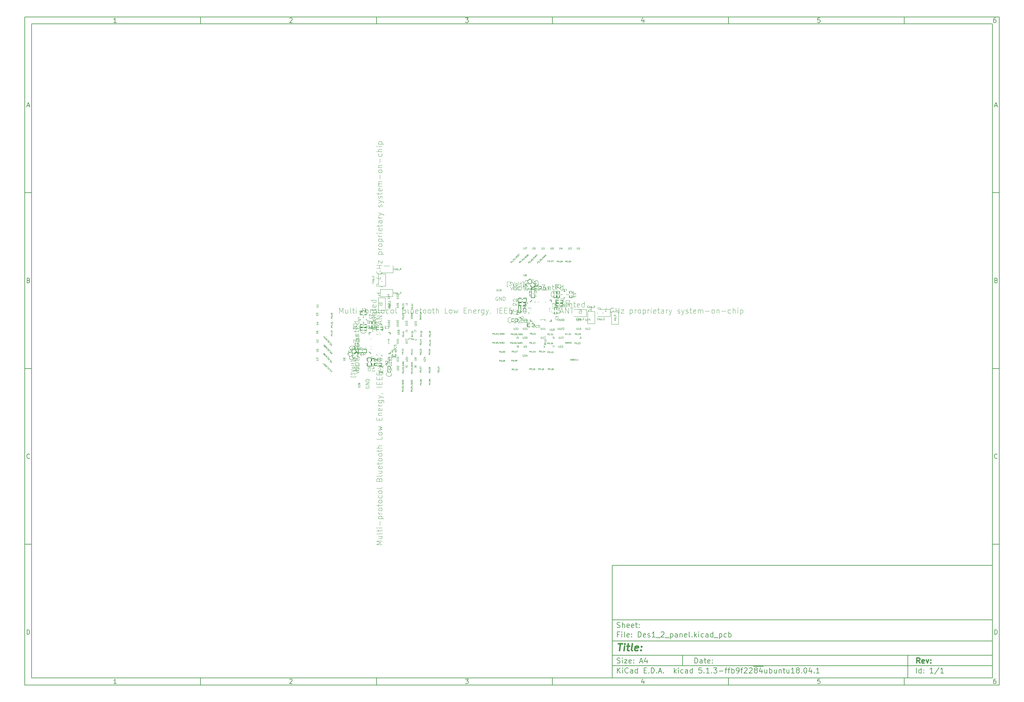
<source format=gbr>
%TF.GenerationSoftware,KiCad,Pcbnew,5.1.3-ffb9f22~84~ubuntu18.04.1*%
%TF.CreationDate,2019-07-25T20:52:25+03:00*%
%TF.ProjectId,Des1_2_panel,44657331-5f32-45f7-9061-6e656c2e6b69,rev?*%
%TF.SameCoordinates,Original*%
%TF.FileFunction,Legend,Top*%
%TF.FilePolarity,Positive*%
%FSLAX45Y45*%
G04 Gerber Fmt 4.5, Leading zero omitted, Abs format (unit mm)*
G04 Created by KiCad (PCBNEW 5.1.3-ffb9f22~84~ubuntu18.04.1) date 2019-07-25 20:52:25*
%MOMM*%
%LPD*%
G04 APERTURE LIST*
%ADD10C,0.100000*%
%ADD11C,0.150000*%
%ADD12C,0.300000*%
%ADD13C,0.400000*%
%ADD14C,0.152400*%
%ADD15C,0.200000*%
%ADD16C,0.062500*%
%ADD17C,0.050000*%
%ADD18C,1.402000*%
%ADD19R,0.852000X0.902000*%
%ADD20C,0.602000*%
%ADD21R,0.902000X1.852000*%
%ADD22R,1.052000X0.952000*%
%ADD23R,0.602000X0.702000*%
%ADD24R,1.852000X0.902000*%
%ADD25R,1.902000X1.102000*%
%ADD26R,0.702000X0.602000*%
%ADD27R,1.102000X1.902000*%
%ADD28R,4.802000X4.802000*%
%ADD29O,0.752000X0.302000*%
%ADD30O,0.302000X0.752000*%
%ADD31C,0.852000*%
%ADD32R,0.902000X0.852000*%
%ADD33R,0.952000X1.052000*%
G04 APERTURE END LIST*
D10*
D11*
X17700220Y-16600720D02*
X17700220Y-19800720D01*
X28500220Y-19800720D01*
X28500220Y-16600720D01*
X17700220Y-16600720D01*
D10*
D11*
X1000000Y-1000000D02*
X1000000Y-20000720D01*
X28700220Y-20000720D01*
X28700220Y-1000000D01*
X1000000Y-1000000D01*
D10*
D11*
X1200000Y-1200000D02*
X1200000Y-19800720D01*
X28500220Y-19800720D01*
X28500220Y-1200000D01*
X1200000Y-1200000D01*
D10*
D11*
X6000000Y-1200000D02*
X6000000Y-1000000D01*
D10*
D11*
X11000000Y-1200000D02*
X11000000Y-1000000D01*
D10*
D11*
X16000000Y-1200000D02*
X16000000Y-1000000D01*
D10*
D11*
X21000000Y-1200000D02*
X21000000Y-1000000D01*
D10*
D11*
X26000000Y-1200000D02*
X26000000Y-1000000D01*
D10*
D11*
X3606548Y-1158810D02*
X3532262Y-1158810D01*
X3569405Y-1158810D02*
X3569405Y-1028809D01*
X3557024Y-1047381D01*
X3544643Y-1059762D01*
X3532262Y-1065952D01*
D10*
D11*
X8532262Y-1041190D02*
X8538452Y-1035000D01*
X8550833Y-1028809D01*
X8581786Y-1028809D01*
X8594167Y-1035000D01*
X8600357Y-1041190D01*
X8606548Y-1053571D01*
X8606548Y-1065952D01*
X8600357Y-1084524D01*
X8526071Y-1158810D01*
X8606548Y-1158810D01*
D10*
D11*
X13526071Y-1028809D02*
X13606548Y-1028809D01*
X13563214Y-1078333D01*
X13581786Y-1078333D01*
X13594167Y-1084524D01*
X13600357Y-1090714D01*
X13606548Y-1103095D01*
X13606548Y-1134048D01*
X13600357Y-1146429D01*
X13594167Y-1152619D01*
X13581786Y-1158810D01*
X13544643Y-1158810D01*
X13532262Y-1152619D01*
X13526071Y-1146429D01*
D10*
D11*
X18594167Y-1072143D02*
X18594167Y-1158810D01*
X18563214Y-1022619D02*
X18532262Y-1115476D01*
X18612738Y-1115476D01*
D10*
D11*
X23600357Y-1028809D02*
X23538452Y-1028809D01*
X23532262Y-1090714D01*
X23538452Y-1084524D01*
X23550833Y-1078333D01*
X23581786Y-1078333D01*
X23594167Y-1084524D01*
X23600357Y-1090714D01*
X23606548Y-1103095D01*
X23606548Y-1134048D01*
X23600357Y-1146429D01*
X23594167Y-1152619D01*
X23581786Y-1158810D01*
X23550833Y-1158810D01*
X23538452Y-1152619D01*
X23532262Y-1146429D01*
D10*
D11*
X28594167Y-1028809D02*
X28569405Y-1028809D01*
X28557024Y-1035000D01*
X28550833Y-1041190D01*
X28538452Y-1059762D01*
X28532262Y-1084524D01*
X28532262Y-1134048D01*
X28538452Y-1146429D01*
X28544643Y-1152619D01*
X28557024Y-1158810D01*
X28581786Y-1158810D01*
X28594167Y-1152619D01*
X28600357Y-1146429D01*
X28606548Y-1134048D01*
X28606548Y-1103095D01*
X28600357Y-1090714D01*
X28594167Y-1084524D01*
X28581786Y-1078333D01*
X28557024Y-1078333D01*
X28544643Y-1084524D01*
X28538452Y-1090714D01*
X28532262Y-1103095D01*
D10*
D11*
X6000000Y-19800720D02*
X6000000Y-20000720D01*
D10*
D11*
X11000000Y-19800720D02*
X11000000Y-20000720D01*
D10*
D11*
X16000000Y-19800720D02*
X16000000Y-20000720D01*
D10*
D11*
X21000000Y-19800720D02*
X21000000Y-20000720D01*
D10*
D11*
X26000000Y-19800720D02*
X26000000Y-20000720D01*
D10*
D11*
X3606548Y-19959530D02*
X3532262Y-19959530D01*
X3569405Y-19959530D02*
X3569405Y-19829530D01*
X3557024Y-19848101D01*
X3544643Y-19860482D01*
X3532262Y-19866672D01*
D10*
D11*
X8532262Y-19841910D02*
X8538452Y-19835720D01*
X8550833Y-19829530D01*
X8581786Y-19829530D01*
X8594167Y-19835720D01*
X8600357Y-19841910D01*
X8606548Y-19854291D01*
X8606548Y-19866672D01*
X8600357Y-19885244D01*
X8526071Y-19959530D01*
X8606548Y-19959530D01*
D10*
D11*
X13526071Y-19829530D02*
X13606548Y-19829530D01*
X13563214Y-19879053D01*
X13581786Y-19879053D01*
X13594167Y-19885244D01*
X13600357Y-19891434D01*
X13606548Y-19903815D01*
X13606548Y-19934768D01*
X13600357Y-19947149D01*
X13594167Y-19953339D01*
X13581786Y-19959530D01*
X13544643Y-19959530D01*
X13532262Y-19953339D01*
X13526071Y-19947149D01*
D10*
D11*
X18594167Y-19872863D02*
X18594167Y-19959530D01*
X18563214Y-19823339D02*
X18532262Y-19916196D01*
X18612738Y-19916196D01*
D10*
D11*
X23600357Y-19829530D02*
X23538452Y-19829530D01*
X23532262Y-19891434D01*
X23538452Y-19885244D01*
X23550833Y-19879053D01*
X23581786Y-19879053D01*
X23594167Y-19885244D01*
X23600357Y-19891434D01*
X23606548Y-19903815D01*
X23606548Y-19934768D01*
X23600357Y-19947149D01*
X23594167Y-19953339D01*
X23581786Y-19959530D01*
X23550833Y-19959530D01*
X23538452Y-19953339D01*
X23532262Y-19947149D01*
D10*
D11*
X28594167Y-19829530D02*
X28569405Y-19829530D01*
X28557024Y-19835720D01*
X28550833Y-19841910D01*
X28538452Y-19860482D01*
X28532262Y-19885244D01*
X28532262Y-19934768D01*
X28538452Y-19947149D01*
X28544643Y-19953339D01*
X28557024Y-19959530D01*
X28581786Y-19959530D01*
X28594167Y-19953339D01*
X28600357Y-19947149D01*
X28606548Y-19934768D01*
X28606548Y-19903815D01*
X28600357Y-19891434D01*
X28594167Y-19885244D01*
X28581786Y-19879053D01*
X28557024Y-19879053D01*
X28544643Y-19885244D01*
X28538452Y-19891434D01*
X28532262Y-19903815D01*
D10*
D11*
X1000000Y-6000000D02*
X1200000Y-6000000D01*
D10*
D11*
X1000000Y-11000000D02*
X1200000Y-11000000D01*
D10*
D11*
X1000000Y-16000000D02*
X1200000Y-16000000D01*
D10*
D11*
X1069048Y-3521667D02*
X1130952Y-3521667D01*
X1056667Y-3558809D02*
X1100000Y-3428809D01*
X1143333Y-3558809D01*
D10*
D11*
X1109286Y-8490714D02*
X1127857Y-8496905D01*
X1134048Y-8503095D01*
X1140238Y-8515476D01*
X1140238Y-8534048D01*
X1134048Y-8546429D01*
X1127857Y-8552619D01*
X1115476Y-8558810D01*
X1065952Y-8558810D01*
X1065952Y-8428810D01*
X1109286Y-8428810D01*
X1121667Y-8435000D01*
X1127857Y-8441190D01*
X1134048Y-8453571D01*
X1134048Y-8465952D01*
X1127857Y-8478333D01*
X1121667Y-8484524D01*
X1109286Y-8490714D01*
X1065952Y-8490714D01*
D10*
D11*
X1140238Y-13546428D02*
X1134048Y-13552619D01*
X1115476Y-13558809D01*
X1103095Y-13558809D01*
X1084524Y-13552619D01*
X1072143Y-13540238D01*
X1065952Y-13527857D01*
X1059762Y-13503095D01*
X1059762Y-13484524D01*
X1065952Y-13459762D01*
X1072143Y-13447381D01*
X1084524Y-13435000D01*
X1103095Y-13428809D01*
X1115476Y-13428809D01*
X1134048Y-13435000D01*
X1140238Y-13441190D01*
D10*
D11*
X1065952Y-18558810D02*
X1065952Y-18428810D01*
X1096905Y-18428810D01*
X1115476Y-18435000D01*
X1127857Y-18447381D01*
X1134048Y-18459762D01*
X1140238Y-18484524D01*
X1140238Y-18503095D01*
X1134048Y-18527857D01*
X1127857Y-18540238D01*
X1115476Y-18552619D01*
X1096905Y-18558810D01*
X1065952Y-18558810D01*
D10*
D11*
X28700220Y-6000000D02*
X28500220Y-6000000D01*
D10*
D11*
X28700220Y-11000000D02*
X28500220Y-11000000D01*
D10*
D11*
X28700220Y-16000000D02*
X28500220Y-16000000D01*
D10*
D11*
X28569268Y-3521667D02*
X28631172Y-3521667D01*
X28556887Y-3558809D02*
X28600220Y-3428809D01*
X28643553Y-3558809D01*
D10*
D11*
X28609506Y-8490714D02*
X28628077Y-8496905D01*
X28634268Y-8503095D01*
X28640458Y-8515476D01*
X28640458Y-8534048D01*
X28634268Y-8546429D01*
X28628077Y-8552619D01*
X28615696Y-8558810D01*
X28566172Y-8558810D01*
X28566172Y-8428810D01*
X28609506Y-8428810D01*
X28621887Y-8435000D01*
X28628077Y-8441190D01*
X28634268Y-8453571D01*
X28634268Y-8465952D01*
X28628077Y-8478333D01*
X28621887Y-8484524D01*
X28609506Y-8490714D01*
X28566172Y-8490714D01*
D10*
D11*
X28640458Y-13546428D02*
X28634268Y-13552619D01*
X28615696Y-13558809D01*
X28603315Y-13558809D01*
X28584744Y-13552619D01*
X28572363Y-13540238D01*
X28566172Y-13527857D01*
X28559982Y-13503095D01*
X28559982Y-13484524D01*
X28566172Y-13459762D01*
X28572363Y-13447381D01*
X28584744Y-13435000D01*
X28603315Y-13428809D01*
X28615696Y-13428809D01*
X28634268Y-13435000D01*
X28640458Y-13441190D01*
D10*
D11*
X28566172Y-18558810D02*
X28566172Y-18428810D01*
X28597125Y-18428810D01*
X28615696Y-18435000D01*
X28628077Y-18447381D01*
X28634268Y-18459762D01*
X28640458Y-18484524D01*
X28640458Y-18503095D01*
X28634268Y-18527857D01*
X28628077Y-18540238D01*
X28615696Y-18552619D01*
X28597125Y-18558810D01*
X28566172Y-18558810D01*
D10*
D11*
X20043434Y-19378577D02*
X20043434Y-19228577D01*
X20079149Y-19228577D01*
X20100577Y-19235720D01*
X20114863Y-19250006D01*
X20122006Y-19264291D01*
X20129149Y-19292863D01*
X20129149Y-19314291D01*
X20122006Y-19342863D01*
X20114863Y-19357149D01*
X20100577Y-19371434D01*
X20079149Y-19378577D01*
X20043434Y-19378577D01*
X20257720Y-19378577D02*
X20257720Y-19300006D01*
X20250577Y-19285720D01*
X20236291Y-19278577D01*
X20207720Y-19278577D01*
X20193434Y-19285720D01*
X20257720Y-19371434D02*
X20243434Y-19378577D01*
X20207720Y-19378577D01*
X20193434Y-19371434D01*
X20186291Y-19357149D01*
X20186291Y-19342863D01*
X20193434Y-19328577D01*
X20207720Y-19321434D01*
X20243434Y-19321434D01*
X20257720Y-19314291D01*
X20307720Y-19278577D02*
X20364863Y-19278577D01*
X20329149Y-19228577D02*
X20329149Y-19357149D01*
X20336291Y-19371434D01*
X20350577Y-19378577D01*
X20364863Y-19378577D01*
X20472006Y-19371434D02*
X20457720Y-19378577D01*
X20429149Y-19378577D01*
X20414863Y-19371434D01*
X20407720Y-19357149D01*
X20407720Y-19300006D01*
X20414863Y-19285720D01*
X20429149Y-19278577D01*
X20457720Y-19278577D01*
X20472006Y-19285720D01*
X20479149Y-19300006D01*
X20479149Y-19314291D01*
X20407720Y-19328577D01*
X20543434Y-19364291D02*
X20550577Y-19371434D01*
X20543434Y-19378577D01*
X20536291Y-19371434D01*
X20543434Y-19364291D01*
X20543434Y-19378577D01*
X20543434Y-19285720D02*
X20550577Y-19292863D01*
X20543434Y-19300006D01*
X20536291Y-19292863D01*
X20543434Y-19285720D01*
X20543434Y-19300006D01*
D10*
D11*
X17700220Y-19450720D02*
X28500220Y-19450720D01*
D10*
D11*
X17843434Y-19658577D02*
X17843434Y-19508577D01*
X17929149Y-19658577D02*
X17864863Y-19572863D01*
X17929149Y-19508577D02*
X17843434Y-19594291D01*
X17993434Y-19658577D02*
X17993434Y-19558577D01*
X17993434Y-19508577D02*
X17986291Y-19515720D01*
X17993434Y-19522863D01*
X18000577Y-19515720D01*
X17993434Y-19508577D01*
X17993434Y-19522863D01*
X18150577Y-19644291D02*
X18143434Y-19651434D01*
X18122006Y-19658577D01*
X18107720Y-19658577D01*
X18086291Y-19651434D01*
X18072006Y-19637149D01*
X18064863Y-19622863D01*
X18057720Y-19594291D01*
X18057720Y-19572863D01*
X18064863Y-19544291D01*
X18072006Y-19530006D01*
X18086291Y-19515720D01*
X18107720Y-19508577D01*
X18122006Y-19508577D01*
X18143434Y-19515720D01*
X18150577Y-19522863D01*
X18279149Y-19658577D02*
X18279149Y-19580006D01*
X18272006Y-19565720D01*
X18257720Y-19558577D01*
X18229149Y-19558577D01*
X18214863Y-19565720D01*
X18279149Y-19651434D02*
X18264863Y-19658577D01*
X18229149Y-19658577D01*
X18214863Y-19651434D01*
X18207720Y-19637149D01*
X18207720Y-19622863D01*
X18214863Y-19608577D01*
X18229149Y-19601434D01*
X18264863Y-19601434D01*
X18279149Y-19594291D01*
X18414863Y-19658577D02*
X18414863Y-19508577D01*
X18414863Y-19651434D02*
X18400577Y-19658577D01*
X18372006Y-19658577D01*
X18357720Y-19651434D01*
X18350577Y-19644291D01*
X18343434Y-19630006D01*
X18343434Y-19587149D01*
X18350577Y-19572863D01*
X18357720Y-19565720D01*
X18372006Y-19558577D01*
X18400577Y-19558577D01*
X18414863Y-19565720D01*
X18600577Y-19580006D02*
X18650577Y-19580006D01*
X18672006Y-19658577D02*
X18600577Y-19658577D01*
X18600577Y-19508577D01*
X18672006Y-19508577D01*
X18736291Y-19644291D02*
X18743434Y-19651434D01*
X18736291Y-19658577D01*
X18729149Y-19651434D01*
X18736291Y-19644291D01*
X18736291Y-19658577D01*
X18807720Y-19658577D02*
X18807720Y-19508577D01*
X18843434Y-19508577D01*
X18864863Y-19515720D01*
X18879149Y-19530006D01*
X18886291Y-19544291D01*
X18893434Y-19572863D01*
X18893434Y-19594291D01*
X18886291Y-19622863D01*
X18879149Y-19637149D01*
X18864863Y-19651434D01*
X18843434Y-19658577D01*
X18807720Y-19658577D01*
X18957720Y-19644291D02*
X18964863Y-19651434D01*
X18957720Y-19658577D01*
X18950577Y-19651434D01*
X18957720Y-19644291D01*
X18957720Y-19658577D01*
X19022006Y-19615720D02*
X19093434Y-19615720D01*
X19007720Y-19658577D02*
X19057720Y-19508577D01*
X19107720Y-19658577D01*
X19157720Y-19644291D02*
X19164863Y-19651434D01*
X19157720Y-19658577D01*
X19150577Y-19651434D01*
X19157720Y-19644291D01*
X19157720Y-19658577D01*
X19457720Y-19658577D02*
X19457720Y-19508577D01*
X19472006Y-19601434D02*
X19514863Y-19658577D01*
X19514863Y-19558577D02*
X19457720Y-19615720D01*
X19579149Y-19658577D02*
X19579149Y-19558577D01*
X19579149Y-19508577D02*
X19572006Y-19515720D01*
X19579149Y-19522863D01*
X19586291Y-19515720D01*
X19579149Y-19508577D01*
X19579149Y-19522863D01*
X19714863Y-19651434D02*
X19700577Y-19658577D01*
X19672006Y-19658577D01*
X19657720Y-19651434D01*
X19650577Y-19644291D01*
X19643434Y-19630006D01*
X19643434Y-19587149D01*
X19650577Y-19572863D01*
X19657720Y-19565720D01*
X19672006Y-19558577D01*
X19700577Y-19558577D01*
X19714863Y-19565720D01*
X19843434Y-19658577D02*
X19843434Y-19580006D01*
X19836291Y-19565720D01*
X19822006Y-19558577D01*
X19793434Y-19558577D01*
X19779149Y-19565720D01*
X19843434Y-19651434D02*
X19829149Y-19658577D01*
X19793434Y-19658577D01*
X19779149Y-19651434D01*
X19772006Y-19637149D01*
X19772006Y-19622863D01*
X19779149Y-19608577D01*
X19793434Y-19601434D01*
X19829149Y-19601434D01*
X19843434Y-19594291D01*
X19979149Y-19658577D02*
X19979149Y-19508577D01*
X19979149Y-19651434D02*
X19964863Y-19658577D01*
X19936291Y-19658577D01*
X19922006Y-19651434D01*
X19914863Y-19644291D01*
X19907720Y-19630006D01*
X19907720Y-19587149D01*
X19914863Y-19572863D01*
X19922006Y-19565720D01*
X19936291Y-19558577D01*
X19964863Y-19558577D01*
X19979149Y-19565720D01*
X20236291Y-19508577D02*
X20164863Y-19508577D01*
X20157720Y-19580006D01*
X20164863Y-19572863D01*
X20179149Y-19565720D01*
X20214863Y-19565720D01*
X20229149Y-19572863D01*
X20236291Y-19580006D01*
X20243434Y-19594291D01*
X20243434Y-19630006D01*
X20236291Y-19644291D01*
X20229149Y-19651434D01*
X20214863Y-19658577D01*
X20179149Y-19658577D01*
X20164863Y-19651434D01*
X20157720Y-19644291D01*
X20307720Y-19644291D02*
X20314863Y-19651434D01*
X20307720Y-19658577D01*
X20300577Y-19651434D01*
X20307720Y-19644291D01*
X20307720Y-19658577D01*
X20457720Y-19658577D02*
X20372006Y-19658577D01*
X20414863Y-19658577D02*
X20414863Y-19508577D01*
X20400577Y-19530006D01*
X20386291Y-19544291D01*
X20372006Y-19551434D01*
X20522006Y-19644291D02*
X20529149Y-19651434D01*
X20522006Y-19658577D01*
X20514863Y-19651434D01*
X20522006Y-19644291D01*
X20522006Y-19658577D01*
X20579149Y-19508577D02*
X20672006Y-19508577D01*
X20622006Y-19565720D01*
X20643434Y-19565720D01*
X20657720Y-19572863D01*
X20664863Y-19580006D01*
X20672006Y-19594291D01*
X20672006Y-19630006D01*
X20664863Y-19644291D01*
X20657720Y-19651434D01*
X20643434Y-19658577D01*
X20600577Y-19658577D01*
X20586291Y-19651434D01*
X20579149Y-19644291D01*
X20736291Y-19601434D02*
X20850577Y-19601434D01*
X20900577Y-19558577D02*
X20957720Y-19558577D01*
X20922006Y-19658577D02*
X20922006Y-19530006D01*
X20929149Y-19515720D01*
X20943434Y-19508577D01*
X20957720Y-19508577D01*
X20986291Y-19558577D02*
X21043434Y-19558577D01*
X21007720Y-19658577D02*
X21007720Y-19530006D01*
X21014863Y-19515720D01*
X21029149Y-19508577D01*
X21043434Y-19508577D01*
X21093434Y-19658577D02*
X21093434Y-19508577D01*
X21093434Y-19565720D02*
X21107720Y-19558577D01*
X21136291Y-19558577D01*
X21150577Y-19565720D01*
X21157720Y-19572863D01*
X21164863Y-19587149D01*
X21164863Y-19630006D01*
X21157720Y-19644291D01*
X21150577Y-19651434D01*
X21136291Y-19658577D01*
X21107720Y-19658577D01*
X21093434Y-19651434D01*
X21236291Y-19658577D02*
X21264863Y-19658577D01*
X21279149Y-19651434D01*
X21286291Y-19644291D01*
X21300577Y-19622863D01*
X21307720Y-19594291D01*
X21307720Y-19537149D01*
X21300577Y-19522863D01*
X21293434Y-19515720D01*
X21279149Y-19508577D01*
X21250577Y-19508577D01*
X21236291Y-19515720D01*
X21229149Y-19522863D01*
X21222006Y-19537149D01*
X21222006Y-19572863D01*
X21229149Y-19587149D01*
X21236291Y-19594291D01*
X21250577Y-19601434D01*
X21279149Y-19601434D01*
X21293434Y-19594291D01*
X21300577Y-19587149D01*
X21307720Y-19572863D01*
X21350577Y-19558577D02*
X21407720Y-19558577D01*
X21372006Y-19658577D02*
X21372006Y-19530006D01*
X21379149Y-19515720D01*
X21393434Y-19508577D01*
X21407720Y-19508577D01*
X21450577Y-19522863D02*
X21457720Y-19515720D01*
X21472006Y-19508577D01*
X21507720Y-19508577D01*
X21522006Y-19515720D01*
X21529149Y-19522863D01*
X21536291Y-19537149D01*
X21536291Y-19551434D01*
X21529149Y-19572863D01*
X21443434Y-19658577D01*
X21536291Y-19658577D01*
X21593434Y-19522863D02*
X21600577Y-19515720D01*
X21614863Y-19508577D01*
X21650577Y-19508577D01*
X21664863Y-19515720D01*
X21672006Y-19522863D01*
X21679149Y-19537149D01*
X21679149Y-19551434D01*
X21672006Y-19572863D01*
X21586291Y-19658577D01*
X21679149Y-19658577D01*
X21707720Y-19467720D02*
X21850577Y-19467720D01*
X21764863Y-19572863D02*
X21750577Y-19565720D01*
X21743434Y-19558577D01*
X21736291Y-19544291D01*
X21736291Y-19537149D01*
X21743434Y-19522863D01*
X21750577Y-19515720D01*
X21764863Y-19508577D01*
X21793434Y-19508577D01*
X21807720Y-19515720D01*
X21814863Y-19522863D01*
X21822006Y-19537149D01*
X21822006Y-19544291D01*
X21814863Y-19558577D01*
X21807720Y-19565720D01*
X21793434Y-19572863D01*
X21764863Y-19572863D01*
X21750577Y-19580006D01*
X21743434Y-19587149D01*
X21736291Y-19601434D01*
X21736291Y-19630006D01*
X21743434Y-19644291D01*
X21750577Y-19651434D01*
X21764863Y-19658577D01*
X21793434Y-19658577D01*
X21807720Y-19651434D01*
X21814863Y-19644291D01*
X21822006Y-19630006D01*
X21822006Y-19601434D01*
X21814863Y-19587149D01*
X21807720Y-19580006D01*
X21793434Y-19572863D01*
X21850577Y-19467720D02*
X21993434Y-19467720D01*
X21950577Y-19558577D02*
X21950577Y-19658577D01*
X21914863Y-19501434D02*
X21879149Y-19608577D01*
X21972006Y-19608577D01*
X22093434Y-19558577D02*
X22093434Y-19658577D01*
X22029149Y-19558577D02*
X22029149Y-19637149D01*
X22036291Y-19651434D01*
X22050577Y-19658577D01*
X22072006Y-19658577D01*
X22086291Y-19651434D01*
X22093434Y-19644291D01*
X22164863Y-19658577D02*
X22164863Y-19508577D01*
X22164863Y-19565720D02*
X22179149Y-19558577D01*
X22207720Y-19558577D01*
X22222006Y-19565720D01*
X22229149Y-19572863D01*
X22236291Y-19587149D01*
X22236291Y-19630006D01*
X22229149Y-19644291D01*
X22222006Y-19651434D01*
X22207720Y-19658577D01*
X22179149Y-19658577D01*
X22164863Y-19651434D01*
X22364863Y-19558577D02*
X22364863Y-19658577D01*
X22300577Y-19558577D02*
X22300577Y-19637149D01*
X22307720Y-19651434D01*
X22322006Y-19658577D01*
X22343434Y-19658577D01*
X22357720Y-19651434D01*
X22364863Y-19644291D01*
X22436291Y-19558577D02*
X22436291Y-19658577D01*
X22436291Y-19572863D02*
X22443434Y-19565720D01*
X22457720Y-19558577D01*
X22479148Y-19558577D01*
X22493434Y-19565720D01*
X22500577Y-19580006D01*
X22500577Y-19658577D01*
X22550577Y-19558577D02*
X22607720Y-19558577D01*
X22572006Y-19508577D02*
X22572006Y-19637149D01*
X22579148Y-19651434D01*
X22593434Y-19658577D01*
X22607720Y-19658577D01*
X22722006Y-19558577D02*
X22722006Y-19658577D01*
X22657720Y-19558577D02*
X22657720Y-19637149D01*
X22664863Y-19651434D01*
X22679148Y-19658577D01*
X22700577Y-19658577D01*
X22714863Y-19651434D01*
X22722006Y-19644291D01*
X22872006Y-19658577D02*
X22786291Y-19658577D01*
X22829148Y-19658577D02*
X22829148Y-19508577D01*
X22814863Y-19530006D01*
X22800577Y-19544291D01*
X22786291Y-19551434D01*
X22957720Y-19572863D02*
X22943434Y-19565720D01*
X22936291Y-19558577D01*
X22929148Y-19544291D01*
X22929148Y-19537149D01*
X22936291Y-19522863D01*
X22943434Y-19515720D01*
X22957720Y-19508577D01*
X22986291Y-19508577D01*
X23000577Y-19515720D01*
X23007720Y-19522863D01*
X23014863Y-19537149D01*
X23014863Y-19544291D01*
X23007720Y-19558577D01*
X23000577Y-19565720D01*
X22986291Y-19572863D01*
X22957720Y-19572863D01*
X22943434Y-19580006D01*
X22936291Y-19587149D01*
X22929148Y-19601434D01*
X22929148Y-19630006D01*
X22936291Y-19644291D01*
X22943434Y-19651434D01*
X22957720Y-19658577D01*
X22986291Y-19658577D01*
X23000577Y-19651434D01*
X23007720Y-19644291D01*
X23014863Y-19630006D01*
X23014863Y-19601434D01*
X23007720Y-19587149D01*
X23000577Y-19580006D01*
X22986291Y-19572863D01*
X23079148Y-19644291D02*
X23086291Y-19651434D01*
X23079148Y-19658577D01*
X23072006Y-19651434D01*
X23079148Y-19644291D01*
X23079148Y-19658577D01*
X23179148Y-19508577D02*
X23193434Y-19508577D01*
X23207720Y-19515720D01*
X23214863Y-19522863D01*
X23222006Y-19537149D01*
X23229148Y-19565720D01*
X23229148Y-19601434D01*
X23222006Y-19630006D01*
X23214863Y-19644291D01*
X23207720Y-19651434D01*
X23193434Y-19658577D01*
X23179148Y-19658577D01*
X23164863Y-19651434D01*
X23157720Y-19644291D01*
X23150577Y-19630006D01*
X23143434Y-19601434D01*
X23143434Y-19565720D01*
X23150577Y-19537149D01*
X23157720Y-19522863D01*
X23164863Y-19515720D01*
X23179148Y-19508577D01*
X23357720Y-19558577D02*
X23357720Y-19658577D01*
X23322006Y-19501434D02*
X23286291Y-19608577D01*
X23379148Y-19608577D01*
X23436291Y-19644291D02*
X23443434Y-19651434D01*
X23436291Y-19658577D01*
X23429148Y-19651434D01*
X23436291Y-19644291D01*
X23436291Y-19658577D01*
X23586291Y-19658577D02*
X23500577Y-19658577D01*
X23543434Y-19658577D02*
X23543434Y-19508577D01*
X23529148Y-19530006D01*
X23514863Y-19544291D01*
X23500577Y-19551434D01*
D10*
D11*
X17700220Y-19150720D02*
X28500220Y-19150720D01*
D10*
D12*
X26441148Y-19378577D02*
X26391148Y-19307149D01*
X26355434Y-19378577D02*
X26355434Y-19228577D01*
X26412577Y-19228577D01*
X26426863Y-19235720D01*
X26434006Y-19242863D01*
X26441148Y-19257149D01*
X26441148Y-19278577D01*
X26434006Y-19292863D01*
X26426863Y-19300006D01*
X26412577Y-19307149D01*
X26355434Y-19307149D01*
X26562577Y-19371434D02*
X26548291Y-19378577D01*
X26519720Y-19378577D01*
X26505434Y-19371434D01*
X26498291Y-19357149D01*
X26498291Y-19300006D01*
X26505434Y-19285720D01*
X26519720Y-19278577D01*
X26548291Y-19278577D01*
X26562577Y-19285720D01*
X26569720Y-19300006D01*
X26569720Y-19314291D01*
X26498291Y-19328577D01*
X26619720Y-19278577D02*
X26655434Y-19378577D01*
X26691148Y-19278577D01*
X26748291Y-19364291D02*
X26755434Y-19371434D01*
X26748291Y-19378577D01*
X26741148Y-19371434D01*
X26748291Y-19364291D01*
X26748291Y-19378577D01*
X26748291Y-19285720D02*
X26755434Y-19292863D01*
X26748291Y-19300006D01*
X26741148Y-19292863D01*
X26748291Y-19285720D01*
X26748291Y-19300006D01*
D10*
D11*
X17836291Y-19371434D02*
X17857720Y-19378577D01*
X17893434Y-19378577D01*
X17907720Y-19371434D01*
X17914863Y-19364291D01*
X17922006Y-19350006D01*
X17922006Y-19335720D01*
X17914863Y-19321434D01*
X17907720Y-19314291D01*
X17893434Y-19307149D01*
X17864863Y-19300006D01*
X17850577Y-19292863D01*
X17843434Y-19285720D01*
X17836291Y-19271434D01*
X17836291Y-19257149D01*
X17843434Y-19242863D01*
X17850577Y-19235720D01*
X17864863Y-19228577D01*
X17900577Y-19228577D01*
X17922006Y-19235720D01*
X17986291Y-19378577D02*
X17986291Y-19278577D01*
X17986291Y-19228577D02*
X17979149Y-19235720D01*
X17986291Y-19242863D01*
X17993434Y-19235720D01*
X17986291Y-19228577D01*
X17986291Y-19242863D01*
X18043434Y-19278577D02*
X18122006Y-19278577D01*
X18043434Y-19378577D01*
X18122006Y-19378577D01*
X18236291Y-19371434D02*
X18222006Y-19378577D01*
X18193434Y-19378577D01*
X18179149Y-19371434D01*
X18172006Y-19357149D01*
X18172006Y-19300006D01*
X18179149Y-19285720D01*
X18193434Y-19278577D01*
X18222006Y-19278577D01*
X18236291Y-19285720D01*
X18243434Y-19300006D01*
X18243434Y-19314291D01*
X18172006Y-19328577D01*
X18307720Y-19364291D02*
X18314863Y-19371434D01*
X18307720Y-19378577D01*
X18300577Y-19371434D01*
X18307720Y-19364291D01*
X18307720Y-19378577D01*
X18307720Y-19285720D02*
X18314863Y-19292863D01*
X18307720Y-19300006D01*
X18300577Y-19292863D01*
X18307720Y-19285720D01*
X18307720Y-19300006D01*
X18486291Y-19335720D02*
X18557720Y-19335720D01*
X18472006Y-19378577D02*
X18522006Y-19228577D01*
X18572006Y-19378577D01*
X18686291Y-19278577D02*
X18686291Y-19378577D01*
X18650577Y-19221434D02*
X18614863Y-19328577D01*
X18707720Y-19328577D01*
D10*
D11*
X26343434Y-19658577D02*
X26343434Y-19508577D01*
X26479148Y-19658577D02*
X26479148Y-19508577D01*
X26479148Y-19651434D02*
X26464863Y-19658577D01*
X26436291Y-19658577D01*
X26422006Y-19651434D01*
X26414863Y-19644291D01*
X26407720Y-19630006D01*
X26407720Y-19587149D01*
X26414863Y-19572863D01*
X26422006Y-19565720D01*
X26436291Y-19558577D01*
X26464863Y-19558577D01*
X26479148Y-19565720D01*
X26550577Y-19644291D02*
X26557720Y-19651434D01*
X26550577Y-19658577D01*
X26543434Y-19651434D01*
X26550577Y-19644291D01*
X26550577Y-19658577D01*
X26550577Y-19565720D02*
X26557720Y-19572863D01*
X26550577Y-19580006D01*
X26543434Y-19572863D01*
X26550577Y-19565720D01*
X26550577Y-19580006D01*
X26814863Y-19658577D02*
X26729148Y-19658577D01*
X26772006Y-19658577D02*
X26772006Y-19508577D01*
X26757720Y-19530006D01*
X26743434Y-19544291D01*
X26729148Y-19551434D01*
X26986291Y-19501434D02*
X26857720Y-19694291D01*
X27114863Y-19658577D02*
X27029148Y-19658577D01*
X27072006Y-19658577D02*
X27072006Y-19508577D01*
X27057720Y-19530006D01*
X27043434Y-19544291D01*
X27029148Y-19551434D01*
D10*
D11*
X17700220Y-18750720D02*
X28500220Y-18750720D01*
D10*
D13*
X17871458Y-18821196D02*
X17985744Y-18821196D01*
X17903601Y-19021196D02*
X17928601Y-18821196D01*
X18027410Y-19021196D02*
X18044077Y-18887863D01*
X18052410Y-18821196D02*
X18041696Y-18830720D01*
X18050030Y-18840244D01*
X18060744Y-18830720D01*
X18052410Y-18821196D01*
X18050030Y-18840244D01*
X18110744Y-18887863D02*
X18186934Y-18887863D01*
X18147649Y-18821196D02*
X18126220Y-18992625D01*
X18133363Y-19011672D01*
X18151220Y-19021196D01*
X18170268Y-19021196D01*
X18265506Y-19021196D02*
X18247649Y-19011672D01*
X18240506Y-18992625D01*
X18261934Y-18821196D01*
X18419077Y-19011672D02*
X18398839Y-19021196D01*
X18360744Y-19021196D01*
X18342887Y-19011672D01*
X18335744Y-18992625D01*
X18345268Y-18916434D01*
X18357172Y-18897387D01*
X18377410Y-18887863D01*
X18415506Y-18887863D01*
X18433363Y-18897387D01*
X18440506Y-18916434D01*
X18438125Y-18935482D01*
X18340506Y-18954530D01*
X18515506Y-19002149D02*
X18523839Y-19011672D01*
X18513125Y-19021196D01*
X18504791Y-19011672D01*
X18515506Y-19002149D01*
X18513125Y-19021196D01*
X18528601Y-18897387D02*
X18536934Y-18906910D01*
X18526220Y-18916434D01*
X18517887Y-18906910D01*
X18528601Y-18897387D01*
X18526220Y-18916434D01*
D10*
D11*
X17893434Y-18560006D02*
X17843434Y-18560006D01*
X17843434Y-18638577D02*
X17843434Y-18488577D01*
X17914863Y-18488577D01*
X17972006Y-18638577D02*
X17972006Y-18538577D01*
X17972006Y-18488577D02*
X17964863Y-18495720D01*
X17972006Y-18502863D01*
X17979149Y-18495720D01*
X17972006Y-18488577D01*
X17972006Y-18502863D01*
X18064863Y-18638577D02*
X18050577Y-18631434D01*
X18043434Y-18617149D01*
X18043434Y-18488577D01*
X18179149Y-18631434D02*
X18164863Y-18638577D01*
X18136291Y-18638577D01*
X18122006Y-18631434D01*
X18114863Y-18617149D01*
X18114863Y-18560006D01*
X18122006Y-18545720D01*
X18136291Y-18538577D01*
X18164863Y-18538577D01*
X18179149Y-18545720D01*
X18186291Y-18560006D01*
X18186291Y-18574291D01*
X18114863Y-18588577D01*
X18250577Y-18624291D02*
X18257720Y-18631434D01*
X18250577Y-18638577D01*
X18243434Y-18631434D01*
X18250577Y-18624291D01*
X18250577Y-18638577D01*
X18250577Y-18545720D02*
X18257720Y-18552863D01*
X18250577Y-18560006D01*
X18243434Y-18552863D01*
X18250577Y-18545720D01*
X18250577Y-18560006D01*
X18436291Y-18638577D02*
X18436291Y-18488577D01*
X18472006Y-18488577D01*
X18493434Y-18495720D01*
X18507720Y-18510006D01*
X18514863Y-18524291D01*
X18522006Y-18552863D01*
X18522006Y-18574291D01*
X18514863Y-18602863D01*
X18507720Y-18617149D01*
X18493434Y-18631434D01*
X18472006Y-18638577D01*
X18436291Y-18638577D01*
X18643434Y-18631434D02*
X18629149Y-18638577D01*
X18600577Y-18638577D01*
X18586291Y-18631434D01*
X18579149Y-18617149D01*
X18579149Y-18560006D01*
X18586291Y-18545720D01*
X18600577Y-18538577D01*
X18629149Y-18538577D01*
X18643434Y-18545720D01*
X18650577Y-18560006D01*
X18650577Y-18574291D01*
X18579149Y-18588577D01*
X18707720Y-18631434D02*
X18722006Y-18638577D01*
X18750577Y-18638577D01*
X18764863Y-18631434D01*
X18772006Y-18617149D01*
X18772006Y-18610006D01*
X18764863Y-18595720D01*
X18750577Y-18588577D01*
X18729149Y-18588577D01*
X18714863Y-18581434D01*
X18707720Y-18567149D01*
X18707720Y-18560006D01*
X18714863Y-18545720D01*
X18729149Y-18538577D01*
X18750577Y-18538577D01*
X18764863Y-18545720D01*
X18914863Y-18638577D02*
X18829149Y-18638577D01*
X18872006Y-18638577D02*
X18872006Y-18488577D01*
X18857720Y-18510006D01*
X18843434Y-18524291D01*
X18829149Y-18531434D01*
X18943434Y-18652863D02*
X19057720Y-18652863D01*
X19086291Y-18502863D02*
X19093434Y-18495720D01*
X19107720Y-18488577D01*
X19143434Y-18488577D01*
X19157720Y-18495720D01*
X19164863Y-18502863D01*
X19172006Y-18517149D01*
X19172006Y-18531434D01*
X19164863Y-18552863D01*
X19079149Y-18638577D01*
X19172006Y-18638577D01*
X19200577Y-18652863D02*
X19314863Y-18652863D01*
X19350577Y-18538577D02*
X19350577Y-18688577D01*
X19350577Y-18545720D02*
X19364863Y-18538577D01*
X19393434Y-18538577D01*
X19407720Y-18545720D01*
X19414863Y-18552863D01*
X19422006Y-18567149D01*
X19422006Y-18610006D01*
X19414863Y-18624291D01*
X19407720Y-18631434D01*
X19393434Y-18638577D01*
X19364863Y-18638577D01*
X19350577Y-18631434D01*
X19550577Y-18638577D02*
X19550577Y-18560006D01*
X19543434Y-18545720D01*
X19529149Y-18538577D01*
X19500577Y-18538577D01*
X19486291Y-18545720D01*
X19550577Y-18631434D02*
X19536291Y-18638577D01*
X19500577Y-18638577D01*
X19486291Y-18631434D01*
X19479149Y-18617149D01*
X19479149Y-18602863D01*
X19486291Y-18588577D01*
X19500577Y-18581434D01*
X19536291Y-18581434D01*
X19550577Y-18574291D01*
X19622006Y-18538577D02*
X19622006Y-18638577D01*
X19622006Y-18552863D02*
X19629149Y-18545720D01*
X19643434Y-18538577D01*
X19664863Y-18538577D01*
X19679149Y-18545720D01*
X19686291Y-18560006D01*
X19686291Y-18638577D01*
X19814863Y-18631434D02*
X19800577Y-18638577D01*
X19772006Y-18638577D01*
X19757720Y-18631434D01*
X19750577Y-18617149D01*
X19750577Y-18560006D01*
X19757720Y-18545720D01*
X19772006Y-18538577D01*
X19800577Y-18538577D01*
X19814863Y-18545720D01*
X19822006Y-18560006D01*
X19822006Y-18574291D01*
X19750577Y-18588577D01*
X19907720Y-18638577D02*
X19893434Y-18631434D01*
X19886291Y-18617149D01*
X19886291Y-18488577D01*
X19964863Y-18624291D02*
X19972006Y-18631434D01*
X19964863Y-18638577D01*
X19957720Y-18631434D01*
X19964863Y-18624291D01*
X19964863Y-18638577D01*
X20036291Y-18638577D02*
X20036291Y-18488577D01*
X20050577Y-18581434D02*
X20093434Y-18638577D01*
X20093434Y-18538577D02*
X20036291Y-18595720D01*
X20157720Y-18638577D02*
X20157720Y-18538577D01*
X20157720Y-18488577D02*
X20150577Y-18495720D01*
X20157720Y-18502863D01*
X20164863Y-18495720D01*
X20157720Y-18488577D01*
X20157720Y-18502863D01*
X20293434Y-18631434D02*
X20279149Y-18638577D01*
X20250577Y-18638577D01*
X20236291Y-18631434D01*
X20229149Y-18624291D01*
X20222006Y-18610006D01*
X20222006Y-18567149D01*
X20229149Y-18552863D01*
X20236291Y-18545720D01*
X20250577Y-18538577D01*
X20279149Y-18538577D01*
X20293434Y-18545720D01*
X20422006Y-18638577D02*
X20422006Y-18560006D01*
X20414863Y-18545720D01*
X20400577Y-18538577D01*
X20372006Y-18538577D01*
X20357720Y-18545720D01*
X20422006Y-18631434D02*
X20407720Y-18638577D01*
X20372006Y-18638577D01*
X20357720Y-18631434D01*
X20350577Y-18617149D01*
X20350577Y-18602863D01*
X20357720Y-18588577D01*
X20372006Y-18581434D01*
X20407720Y-18581434D01*
X20422006Y-18574291D01*
X20557720Y-18638577D02*
X20557720Y-18488577D01*
X20557720Y-18631434D02*
X20543434Y-18638577D01*
X20514863Y-18638577D01*
X20500577Y-18631434D01*
X20493434Y-18624291D01*
X20486291Y-18610006D01*
X20486291Y-18567149D01*
X20493434Y-18552863D01*
X20500577Y-18545720D01*
X20514863Y-18538577D01*
X20543434Y-18538577D01*
X20557720Y-18545720D01*
X20593434Y-18652863D02*
X20707720Y-18652863D01*
X20743434Y-18538577D02*
X20743434Y-18688577D01*
X20743434Y-18545720D02*
X20757720Y-18538577D01*
X20786291Y-18538577D01*
X20800577Y-18545720D01*
X20807720Y-18552863D01*
X20814863Y-18567149D01*
X20814863Y-18610006D01*
X20807720Y-18624291D01*
X20800577Y-18631434D01*
X20786291Y-18638577D01*
X20757720Y-18638577D01*
X20743434Y-18631434D01*
X20943434Y-18631434D02*
X20929149Y-18638577D01*
X20900577Y-18638577D01*
X20886291Y-18631434D01*
X20879149Y-18624291D01*
X20872006Y-18610006D01*
X20872006Y-18567149D01*
X20879149Y-18552863D01*
X20886291Y-18545720D01*
X20900577Y-18538577D01*
X20929149Y-18538577D01*
X20943434Y-18545720D01*
X21007720Y-18638577D02*
X21007720Y-18488577D01*
X21007720Y-18545720D02*
X21022006Y-18538577D01*
X21050577Y-18538577D01*
X21064863Y-18545720D01*
X21072006Y-18552863D01*
X21079149Y-18567149D01*
X21079149Y-18610006D01*
X21072006Y-18624291D01*
X21064863Y-18631434D01*
X21050577Y-18638577D01*
X21022006Y-18638577D01*
X21007720Y-18631434D01*
D10*
D11*
X17700220Y-18150720D02*
X28500220Y-18150720D01*
D10*
D11*
X17836291Y-18361434D02*
X17857720Y-18368577D01*
X17893434Y-18368577D01*
X17907720Y-18361434D01*
X17914863Y-18354291D01*
X17922006Y-18340006D01*
X17922006Y-18325720D01*
X17914863Y-18311434D01*
X17907720Y-18304291D01*
X17893434Y-18297149D01*
X17864863Y-18290006D01*
X17850577Y-18282863D01*
X17843434Y-18275720D01*
X17836291Y-18261434D01*
X17836291Y-18247149D01*
X17843434Y-18232863D01*
X17850577Y-18225720D01*
X17864863Y-18218577D01*
X17900577Y-18218577D01*
X17922006Y-18225720D01*
X17986291Y-18368577D02*
X17986291Y-18218577D01*
X18050577Y-18368577D02*
X18050577Y-18290006D01*
X18043434Y-18275720D01*
X18029149Y-18268577D01*
X18007720Y-18268577D01*
X17993434Y-18275720D01*
X17986291Y-18282863D01*
X18179149Y-18361434D02*
X18164863Y-18368577D01*
X18136291Y-18368577D01*
X18122006Y-18361434D01*
X18114863Y-18347149D01*
X18114863Y-18290006D01*
X18122006Y-18275720D01*
X18136291Y-18268577D01*
X18164863Y-18268577D01*
X18179149Y-18275720D01*
X18186291Y-18290006D01*
X18186291Y-18304291D01*
X18114863Y-18318577D01*
X18307720Y-18361434D02*
X18293434Y-18368577D01*
X18264863Y-18368577D01*
X18250577Y-18361434D01*
X18243434Y-18347149D01*
X18243434Y-18290006D01*
X18250577Y-18275720D01*
X18264863Y-18268577D01*
X18293434Y-18268577D01*
X18307720Y-18275720D01*
X18314863Y-18290006D01*
X18314863Y-18304291D01*
X18243434Y-18318577D01*
X18357720Y-18268577D02*
X18414863Y-18268577D01*
X18379149Y-18218577D02*
X18379149Y-18347149D01*
X18386291Y-18361434D01*
X18400577Y-18368577D01*
X18414863Y-18368577D01*
X18464863Y-18354291D02*
X18472006Y-18361434D01*
X18464863Y-18368577D01*
X18457720Y-18361434D01*
X18464863Y-18354291D01*
X18464863Y-18368577D01*
X18464863Y-18275720D02*
X18472006Y-18282863D01*
X18464863Y-18290006D01*
X18457720Y-18282863D01*
X18464863Y-18275720D01*
X18464863Y-18290006D01*
D10*
D11*
X19700220Y-19150720D02*
X19700220Y-19450720D01*
D10*
D11*
X26100220Y-19150720D02*
X26100220Y-19800720D01*
D14*
X16110093Y-8986131D02*
X16110093Y-8921132D01*
X16110093Y-8871132D02*
X16110093Y-8806132D01*
X15371283Y-8656065D02*
X15413064Y-8705859D01*
X15297362Y-8567970D02*
X15339144Y-8617763D01*
X15020342Y-9113781D02*
X15112842Y-9113781D01*
D15*
X10837102Y-10578174D02*
X10787102Y-10528174D01*
D14*
X10715344Y-9623631D02*
X10715344Y-9591631D01*
X10394250Y-10334463D02*
X10394250Y-10269463D01*
X10482075Y-10589975D02*
X10437080Y-10536352D01*
X11531034Y-10652646D02*
X11461034Y-10652646D01*
X11531034Y-10472646D02*
X11461034Y-10472646D01*
X11531034Y-10537646D02*
X11531034Y-10472646D01*
D15*
X10825002Y-10821574D02*
X10825002Y-10801574D01*
D14*
X11177094Y-9824083D02*
X11112094Y-9824083D01*
X11062094Y-9894083D02*
X10997094Y-9894083D01*
X15101713Y-9285153D02*
X15101713Y-9220153D01*
X15101713Y-9400153D02*
X15101713Y-9335153D01*
X14834490Y-9660113D02*
X14834490Y-9590113D01*
X15014490Y-9660113D02*
X15014490Y-9590113D01*
X16109570Y-9148153D02*
X16174570Y-9148153D01*
X16289553Y-9129269D02*
X16289553Y-9059269D01*
X16109553Y-9129269D02*
X16109553Y-9059269D01*
X16109553Y-9059269D02*
X16174553Y-9059269D01*
X16484577Y-8806115D02*
X16554577Y-8806115D01*
X16554577Y-8871115D02*
X16554577Y-8806115D01*
X16554577Y-8986115D02*
X16554577Y-8921115D01*
X15296770Y-9729813D02*
X15361770Y-9729813D01*
X16109570Y-9218153D02*
X16109570Y-9148153D01*
D10*
X14488393Y-10795414D02*
X14488393Y-10755414D01*
X14503631Y-10755414D01*
X14507440Y-10757319D01*
X14509345Y-10759224D01*
X14511250Y-10763033D01*
X14511250Y-10768748D01*
X14509345Y-10772557D01*
X14507440Y-10774462D01*
X14503631Y-10776367D01*
X14488393Y-10776367D01*
X14536012Y-10755414D02*
X14539821Y-10755414D01*
X14543631Y-10757319D01*
X14545536Y-10759224D01*
X14547440Y-10763033D01*
X14549345Y-10770652D01*
X14549345Y-10780176D01*
X14547440Y-10787795D01*
X14545536Y-10791605D01*
X14543631Y-10793509D01*
X14539821Y-10795414D01*
X14536012Y-10795414D01*
X14532202Y-10793509D01*
X14530297Y-10791605D01*
X14528393Y-10787795D01*
X14526488Y-10780176D01*
X14526488Y-10770652D01*
X14528393Y-10763033D01*
X14530297Y-10759224D01*
X14532202Y-10757319D01*
X14536012Y-10755414D01*
X14566488Y-10791605D02*
X14568393Y-10793509D01*
X14566488Y-10795414D01*
X14564583Y-10793509D01*
X14566488Y-10791605D01*
X14566488Y-10795414D01*
X14593155Y-10755414D02*
X14596964Y-10755414D01*
X14600774Y-10757319D01*
X14602678Y-10759224D01*
X14604583Y-10763033D01*
X14606488Y-10770652D01*
X14606488Y-10780176D01*
X14604583Y-10787795D01*
X14602678Y-10791605D01*
X14600774Y-10793509D01*
X14596964Y-10795414D01*
X14593155Y-10795414D01*
X14589345Y-10793509D01*
X14587440Y-10791605D01*
X14585536Y-10787795D01*
X14583631Y-10780176D01*
X14583631Y-10770652D01*
X14585536Y-10763033D01*
X14587440Y-10759224D01*
X14589345Y-10757319D01*
X14593155Y-10755414D01*
X14629345Y-10772557D02*
X14625536Y-10770652D01*
X14623631Y-10768748D01*
X14621726Y-10764938D01*
X14621726Y-10763033D01*
X14623631Y-10759224D01*
X14625536Y-10757319D01*
X14629345Y-10755414D01*
X14636964Y-10755414D01*
X14640774Y-10757319D01*
X14642678Y-10759224D01*
X14644583Y-10763033D01*
X14644583Y-10764938D01*
X14642678Y-10768748D01*
X14640774Y-10770652D01*
X14636964Y-10772557D01*
X14629345Y-10772557D01*
X14625536Y-10774462D01*
X14623631Y-10776367D01*
X14621726Y-10780176D01*
X14621726Y-10787795D01*
X14623631Y-10791605D01*
X14625536Y-10793509D01*
X14629345Y-10795414D01*
X14636964Y-10795414D01*
X14640774Y-10793509D01*
X14642678Y-10791605D01*
X14644583Y-10787795D01*
X14644583Y-10780176D01*
X14642678Y-10776367D01*
X14640774Y-10774462D01*
X14636964Y-10772557D01*
D15*
X14849482Y-9453981D02*
X14849482Y-9333981D01*
D14*
X15162841Y-9113781D02*
X15255341Y-9113781D01*
D15*
X15371242Y-9655881D02*
X15371242Y-9605881D01*
D14*
X16125333Y-9330873D02*
X16125333Y-9265873D01*
X16055333Y-9265873D02*
X16125333Y-9265873D01*
X16055333Y-9445873D02*
X16125333Y-9445873D01*
X16325785Y-8808123D02*
X16357785Y-8808123D01*
D15*
X15127842Y-9033781D02*
X15147842Y-9033781D01*
D14*
X15243740Y-8612965D02*
X15297362Y-8567970D01*
X16449785Y-8902123D02*
X16449785Y-8890123D01*
D15*
X14999482Y-9453981D02*
X14999482Y-9333981D01*
D14*
X16128993Y-8806132D02*
X16198993Y-8806132D01*
X15395181Y-8985185D02*
X15495181Y-8985185D01*
X15047850Y-9202913D02*
X15112850Y-9202913D01*
X15162850Y-9132913D02*
X15227850Y-9132913D01*
X15047850Y-9132913D02*
X15112850Y-9132913D01*
D15*
X15921242Y-9655881D02*
X15971241Y-9655881D01*
D14*
X16289570Y-9218153D02*
X16289570Y-9148153D01*
X16224570Y-9218153D02*
X16289570Y-9218153D01*
X16109570Y-9218153D02*
X16174570Y-9218153D01*
X16224570Y-9148153D02*
X16289570Y-9148153D01*
D15*
X15413547Y-8546109D02*
X15426403Y-8561430D01*
D14*
X15283164Y-8515182D02*
X15342621Y-8586041D01*
X15296770Y-9799813D02*
X15361770Y-9799813D01*
X15411770Y-9729813D02*
X15476770Y-9729813D01*
X16125333Y-9445873D02*
X16125333Y-9380873D01*
X15395181Y-8750185D02*
X15495181Y-8750185D01*
D10*
X14734519Y-8674105D02*
X14710710Y-8674105D01*
X14710710Y-8531248D01*
X14734519Y-8531248D01*
X14763091Y-8540772D02*
X14824996Y-8540772D01*
X14791662Y-8578867D01*
X14805948Y-8578867D01*
X14815472Y-8583629D01*
X14820234Y-8588391D01*
X14824996Y-8597915D01*
X14824996Y-8621724D01*
X14820234Y-8631248D01*
X14815472Y-8636010D01*
X14805948Y-8640772D01*
X14777376Y-8640772D01*
X14767853Y-8636010D01*
X14763091Y-8631248D01*
X14853567Y-8540772D02*
X14886900Y-8640772D01*
X14920234Y-8540772D01*
X14967853Y-8640772D02*
X14958329Y-8636010D01*
X14953567Y-8631248D01*
X14948805Y-8621724D01*
X14948805Y-8593153D01*
X14953567Y-8583629D01*
X14958329Y-8578867D01*
X14967853Y-8574105D01*
X14982138Y-8574105D01*
X14991662Y-8578867D01*
X14996424Y-8583629D01*
X15001186Y-8593153D01*
X15001186Y-8621724D01*
X14996424Y-8631248D01*
X14991662Y-8636010D01*
X14982138Y-8640772D01*
X14967853Y-8640772D01*
X15058329Y-8640772D02*
X15048805Y-8636010D01*
X15044043Y-8626486D01*
X15044043Y-8540772D01*
X15082138Y-8574105D02*
X15120234Y-8574105D01*
X15096424Y-8540772D02*
X15096424Y-8626486D01*
X15101186Y-8636010D01*
X15110710Y-8640772D01*
X15120234Y-8640772D01*
X15144043Y-8674105D02*
X15167853Y-8674105D01*
X15167853Y-8531248D01*
X15144043Y-8531248D01*
X14804819Y-8669585D02*
X14839340Y-8769181D01*
X14871481Y-8668792D01*
X14963027Y-8758185D02*
X14958323Y-8763003D01*
X14944094Y-8767934D01*
X14934571Y-8768048D01*
X14920230Y-8763456D01*
X14910593Y-8754046D01*
X14905719Y-8744580D01*
X14900730Y-8725590D01*
X14900560Y-8711306D01*
X14905095Y-8692203D01*
X14909743Y-8682623D01*
X14919153Y-8672986D01*
X14933381Y-8668055D01*
X14942904Y-8667942D01*
X14957246Y-8672533D01*
X14962064Y-8677238D01*
X15063020Y-8756994D02*
X15058315Y-8761813D01*
X15044087Y-8766744D01*
X15034564Y-8766858D01*
X15020223Y-8762266D01*
X15010586Y-8752856D01*
X15005711Y-8743390D01*
X15000723Y-8724400D01*
X15000553Y-8710115D01*
X15005088Y-8691013D01*
X15009736Y-8681433D01*
X15019146Y-8671796D01*
X15033374Y-8666865D01*
X15042897Y-8666751D01*
X15057239Y-8671343D01*
X15062057Y-8676048D01*
X14441537Y-8965553D02*
X14431958Y-8960905D01*
X14417673Y-8961075D01*
X14403445Y-8966007D01*
X14394035Y-8975643D01*
X14389387Y-8985223D01*
X14384852Y-9004326D01*
X14385022Y-9018611D01*
X14390010Y-9037600D01*
X14394885Y-9047067D01*
X14404522Y-9056476D01*
X14418863Y-9061068D01*
X14428386Y-9060955D01*
X14442614Y-9056023D01*
X14447319Y-9051205D01*
X14446922Y-9017874D01*
X14427876Y-9018101D01*
X14490287Y-9060218D02*
X14489096Y-8960225D01*
X14547426Y-9059538D01*
X14546235Y-8959545D01*
X14595041Y-9058971D02*
X14593851Y-8958978D01*
X14617659Y-8958694D01*
X14632000Y-8963286D01*
X14641637Y-8972696D01*
X14646511Y-8982162D01*
X14651500Y-9001152D01*
X14651670Y-9015436D01*
X14647135Y-9034539D01*
X14642487Y-9044119D01*
X14633077Y-9053756D01*
X14618849Y-9058687D01*
X14595041Y-9058971D01*
X16361472Y-7972629D02*
X16361472Y-7932629D01*
X16376710Y-7932629D01*
X16380519Y-7934534D01*
X16382424Y-7936439D01*
X16384329Y-7940248D01*
X16384329Y-7945962D01*
X16382424Y-7949772D01*
X16380519Y-7951677D01*
X16376710Y-7953582D01*
X16361472Y-7953582D01*
X16409091Y-7932629D02*
X16412900Y-7932629D01*
X16416710Y-7934534D01*
X16418615Y-7936439D01*
X16420519Y-7940248D01*
X16422424Y-7947867D01*
X16422424Y-7957391D01*
X16420519Y-7965010D01*
X16418615Y-7968820D01*
X16416710Y-7970724D01*
X16412900Y-7972629D01*
X16409091Y-7972629D01*
X16405281Y-7970724D01*
X16403376Y-7968820D01*
X16401472Y-7965010D01*
X16399567Y-7957391D01*
X16399567Y-7947867D01*
X16401472Y-7940248D01*
X16403376Y-7936439D01*
X16405281Y-7934534D01*
X16409091Y-7932629D01*
X16439567Y-7968820D02*
X16441472Y-7970724D01*
X16439567Y-7972629D01*
X16437662Y-7970724D01*
X16439567Y-7968820D01*
X16439567Y-7972629D01*
X16456710Y-7936439D02*
X16458615Y-7934534D01*
X16462424Y-7932629D01*
X16471948Y-7932629D01*
X16475757Y-7934534D01*
X16477662Y-7936439D01*
X16479567Y-7940248D01*
X16479567Y-7944058D01*
X16477662Y-7949772D01*
X16454805Y-7972629D01*
X16479567Y-7972629D01*
X16515757Y-7932629D02*
X16496710Y-7932629D01*
X16494805Y-7951677D01*
X16496710Y-7949772D01*
X16500519Y-7947867D01*
X16510043Y-7947867D01*
X16513853Y-7949772D01*
X16515757Y-7951677D01*
X16517662Y-7955486D01*
X16517662Y-7965010D01*
X16515757Y-7968820D01*
X16513853Y-7970724D01*
X16510043Y-7972629D01*
X16500519Y-7972629D01*
X16496710Y-7970724D01*
X16494805Y-7968820D01*
X16124472Y-7972629D02*
X16124472Y-7932629D01*
X16139710Y-7932629D01*
X16143519Y-7934534D01*
X16145424Y-7936439D01*
X16147329Y-7940248D01*
X16147329Y-7945962D01*
X16145424Y-7949772D01*
X16143519Y-7951677D01*
X16139710Y-7953582D01*
X16124472Y-7953582D01*
X16172091Y-7932629D02*
X16175900Y-7932629D01*
X16179710Y-7934534D01*
X16181615Y-7936439D01*
X16183519Y-7940248D01*
X16185424Y-7947867D01*
X16185424Y-7957391D01*
X16183519Y-7965010D01*
X16181615Y-7968820D01*
X16179710Y-7970724D01*
X16175900Y-7972629D01*
X16172091Y-7972629D01*
X16168281Y-7970724D01*
X16166376Y-7968820D01*
X16164472Y-7965010D01*
X16162567Y-7957391D01*
X16162567Y-7947867D01*
X16164472Y-7940248D01*
X16166376Y-7936439D01*
X16168281Y-7934534D01*
X16172091Y-7932629D01*
X16202567Y-7968820D02*
X16204472Y-7970724D01*
X16202567Y-7972629D01*
X16200662Y-7970724D01*
X16202567Y-7968820D01*
X16202567Y-7972629D01*
X16219710Y-7936439D02*
X16221615Y-7934534D01*
X16225424Y-7932629D01*
X16234948Y-7932629D01*
X16238757Y-7934534D01*
X16240662Y-7936439D01*
X16242567Y-7940248D01*
X16242567Y-7944058D01*
X16240662Y-7949772D01*
X16217805Y-7972629D01*
X16242567Y-7972629D01*
X16276853Y-7932629D02*
X16269234Y-7932629D01*
X16265424Y-7934534D01*
X16263519Y-7936439D01*
X16259710Y-7942153D01*
X16257805Y-7949772D01*
X16257805Y-7965010D01*
X16259710Y-7968820D01*
X16261615Y-7970724D01*
X16265424Y-7972629D01*
X16273043Y-7972629D01*
X16276853Y-7970724D01*
X16278757Y-7968820D01*
X16280662Y-7965010D01*
X16280662Y-7955486D01*
X16278757Y-7951677D01*
X16276853Y-7949772D01*
X16273043Y-7947867D01*
X16265424Y-7947867D01*
X16261615Y-7949772D01*
X16259710Y-7951677D01*
X16257805Y-7955486D01*
X15861472Y-7964629D02*
X15861472Y-7924629D01*
X15876710Y-7924629D01*
X15880519Y-7926534D01*
X15882424Y-7928439D01*
X15884329Y-7932248D01*
X15884329Y-7937962D01*
X15882424Y-7941772D01*
X15880519Y-7943677D01*
X15876710Y-7945582D01*
X15861472Y-7945582D01*
X15909091Y-7924629D02*
X15912900Y-7924629D01*
X15916710Y-7926534D01*
X15918615Y-7928439D01*
X15920519Y-7932248D01*
X15922424Y-7939867D01*
X15922424Y-7949391D01*
X15920519Y-7957010D01*
X15918615Y-7960820D01*
X15916710Y-7962724D01*
X15912900Y-7964629D01*
X15909091Y-7964629D01*
X15905281Y-7962724D01*
X15903376Y-7960820D01*
X15901472Y-7957010D01*
X15899567Y-7949391D01*
X15899567Y-7939867D01*
X15901472Y-7932248D01*
X15903376Y-7928439D01*
X15905281Y-7926534D01*
X15909091Y-7924629D01*
X15939567Y-7960820D02*
X15941472Y-7962724D01*
X15939567Y-7964629D01*
X15937662Y-7962724D01*
X15939567Y-7960820D01*
X15939567Y-7964629D01*
X15956710Y-7928439D02*
X15958615Y-7926534D01*
X15962424Y-7924629D01*
X15971948Y-7924629D01*
X15975757Y-7926534D01*
X15977662Y-7928439D01*
X15979567Y-7932248D01*
X15979567Y-7936058D01*
X15977662Y-7941772D01*
X15954805Y-7964629D01*
X15979567Y-7964629D01*
X15992900Y-7924629D02*
X16019567Y-7924629D01*
X16002424Y-7964629D01*
X15585533Y-8010566D02*
X15557922Y-7981624D01*
X15568948Y-7971106D01*
X15573019Y-7969854D01*
X15575712Y-7969918D01*
X15579720Y-7971359D01*
X15583664Y-7975494D01*
X15584915Y-7979565D01*
X15584852Y-7982258D01*
X15583410Y-7986266D01*
X15572385Y-7996784D01*
X15592377Y-7948754D02*
X15595134Y-7946125D01*
X15599205Y-7944873D01*
X15601898Y-7944937D01*
X15605906Y-7946378D01*
X15612543Y-7950577D01*
X15619117Y-7957468D01*
X15622998Y-7964295D01*
X15624249Y-7968366D01*
X15624186Y-7971059D01*
X15622744Y-7975067D01*
X15619988Y-7977697D01*
X15615917Y-7978948D01*
X15613224Y-7978885D01*
X15609216Y-7977443D01*
X15602579Y-7973245D01*
X15596005Y-7966354D01*
X15592124Y-7959526D01*
X15590872Y-7955455D01*
X15590936Y-7952762D01*
X15592377Y-7948754D01*
X15639410Y-7953904D02*
X15642103Y-7953967D01*
X15642039Y-7956660D01*
X15639346Y-7956597D01*
X15639410Y-7953904D01*
X15642039Y-7956660D01*
X15629462Y-7918641D02*
X15629526Y-7915948D01*
X15630967Y-7911940D01*
X15637858Y-7905367D01*
X15641930Y-7904115D01*
X15644623Y-7904179D01*
X15648630Y-7905620D01*
X15651260Y-7908377D01*
X15653826Y-7913826D01*
X15653065Y-7946142D01*
X15670982Y-7929050D01*
X15671743Y-7896734D02*
X15667672Y-7897985D01*
X15664979Y-7897922D01*
X15660971Y-7896480D01*
X15659656Y-7895102D01*
X15658405Y-7891031D01*
X15658468Y-7888338D01*
X15659910Y-7884330D01*
X15665423Y-7879071D01*
X15669494Y-7877820D01*
X15672187Y-7877883D01*
X15676195Y-7879325D01*
X15677509Y-7880703D01*
X15678761Y-7884774D01*
X15678697Y-7887467D01*
X15677256Y-7891475D01*
X15671743Y-7896734D01*
X15670301Y-7900742D01*
X15670238Y-7903435D01*
X15671489Y-7907506D01*
X15676748Y-7913019D01*
X15680756Y-7914460D01*
X15683449Y-7914524D01*
X15687520Y-7913272D01*
X15693033Y-7908013D01*
X15694475Y-7904006D01*
X15694538Y-7901313D01*
X15693287Y-7897241D01*
X15688028Y-7891729D01*
X15684020Y-7890287D01*
X15681327Y-7890223D01*
X15677256Y-7891475D01*
X15702698Y-7840879D02*
X15713389Y-7901757D01*
X15732004Y-7855041D02*
X15745786Y-7841894D01*
X15737136Y-7865940D02*
X15719173Y-7827794D01*
X15756431Y-7847533D01*
X15766078Y-7838330D02*
X15738468Y-7809387D01*
X15779860Y-7825182D02*
X15752250Y-7796240D01*
X15796399Y-7809405D01*
X15768788Y-7780462D01*
X15804178Y-7765129D02*
X15822585Y-7784424D01*
X15786769Y-7760677D02*
X15799599Y-7787924D01*
X15817516Y-7770832D01*
X15332540Y-8010478D02*
X15304824Y-7981637D01*
X15315811Y-7971078D01*
X15319878Y-7969812D01*
X15322571Y-7969866D01*
X15326584Y-7971293D01*
X15330543Y-7975413D01*
X15331810Y-7979480D01*
X15331756Y-7982173D01*
X15330329Y-7986186D01*
X15319342Y-7996744D01*
X15339159Y-7948642D02*
X15341906Y-7946002D01*
X15345972Y-7944736D01*
X15348665Y-7944790D01*
X15352679Y-7946217D01*
X15359331Y-7950390D01*
X15365930Y-7957257D01*
X15369836Y-7964071D01*
X15371102Y-7968137D01*
X15371049Y-7970831D01*
X15369622Y-7974844D01*
X15366875Y-7977483D01*
X15362808Y-7978749D01*
X15360115Y-7978696D01*
X15356102Y-7977269D01*
X15349449Y-7973095D01*
X15342850Y-7966228D01*
X15338945Y-7959415D01*
X15337678Y-7955348D01*
X15337732Y-7952655D01*
X15339159Y-7948642D01*
X15386210Y-7953619D02*
X15388903Y-7953673D01*
X15388849Y-7956366D01*
X15386156Y-7956313D01*
X15386210Y-7953619D01*
X15388849Y-7956366D01*
X15376134Y-7918393D02*
X15376187Y-7915700D01*
X15377614Y-7911687D01*
X15384481Y-7905088D01*
X15388548Y-7903822D01*
X15391241Y-7903876D01*
X15395254Y-7905303D01*
X15397894Y-7908049D01*
X15400480Y-7913489D01*
X15399836Y-7945808D01*
X15417691Y-7928650D01*
X15431425Y-7915452D02*
X15436918Y-7910173D01*
X15438345Y-7906160D01*
X15438399Y-7903467D01*
X15437186Y-7896707D01*
X15433280Y-7889894D01*
X15422722Y-7878906D01*
X15418709Y-7877479D01*
X15416016Y-7877426D01*
X15411949Y-7878692D01*
X15406456Y-7883971D01*
X15405029Y-7887984D01*
X15404975Y-7890677D01*
X15406241Y-7894744D01*
X15412840Y-7901611D01*
X15416853Y-7903038D01*
X15419546Y-7903092D01*
X15423613Y-7901825D01*
X15429107Y-7896546D01*
X15430534Y-7892533D01*
X15430587Y-7889840D01*
X15429321Y-7885773D01*
X15449085Y-7840364D02*
X15459998Y-7901202D01*
X15478442Y-7854420D02*
X15492176Y-7841222D01*
X15483614Y-7865300D02*
X15465512Y-7827220D01*
X15502841Y-7846822D01*
X15512455Y-7837584D02*
X15484739Y-7808742D01*
X15526189Y-7824386D02*
X15498473Y-7795544D01*
X15542670Y-7808548D01*
X15514954Y-7779707D01*
X15542422Y-7753310D02*
X15528688Y-7766509D01*
X15540513Y-7781562D01*
X15540566Y-7778869D01*
X15541993Y-7774856D01*
X15548860Y-7768257D01*
X15552927Y-7766991D01*
X15555620Y-7767044D01*
X15559633Y-7768471D01*
X15566232Y-7775338D01*
X15567499Y-7779405D01*
X15567445Y-7782098D01*
X15566018Y-7786111D01*
X15559151Y-7792710D01*
X15555084Y-7793977D01*
X15552391Y-7793923D01*
X15079517Y-7997742D02*
X15052118Y-7968599D01*
X15063221Y-7958161D01*
X15067301Y-7956940D01*
X15069993Y-7957023D01*
X15073990Y-7958494D01*
X15077905Y-7962657D01*
X15079126Y-7966737D01*
X15079043Y-7969430D01*
X15077572Y-7973427D01*
X15066470Y-7983864D01*
X15086813Y-7935982D02*
X15089588Y-7933372D01*
X15093668Y-7932151D01*
X15096361Y-7932234D01*
X15100358Y-7933704D01*
X15106965Y-7937951D01*
X15113488Y-7944890D01*
X15117319Y-7951745D01*
X15118541Y-7955826D01*
X15118458Y-7958518D01*
X15116987Y-7962515D01*
X15114211Y-7965125D01*
X15110131Y-7966346D01*
X15107439Y-7966263D01*
X15103441Y-7964792D01*
X15096835Y-7960546D01*
X15090311Y-7953607D01*
X15086480Y-7946751D01*
X15085259Y-7942671D01*
X15085342Y-7939979D01*
X15086813Y-7935982D01*
X15133806Y-7941474D02*
X15136499Y-7941557D01*
X15136415Y-7944249D01*
X15133723Y-7944166D01*
X15133806Y-7941474D01*
X15136415Y-7944249D01*
X15120119Y-7904669D02*
X15138160Y-7887708D01*
X15138883Y-7907943D01*
X15143046Y-7904029D01*
X15147127Y-7902807D01*
X15149819Y-7902890D01*
X15153816Y-7904361D01*
X15160340Y-7911300D01*
X15161561Y-7915380D01*
X15161478Y-7918073D01*
X15160007Y-7922070D01*
X15151681Y-7929898D01*
X15147601Y-7931119D01*
X15144908Y-7931036D01*
X15156201Y-7870747D02*
X15158976Y-7868137D01*
X15163057Y-7866916D01*
X15165749Y-7866999D01*
X15169746Y-7868470D01*
X15176353Y-7872716D01*
X15182876Y-7879655D01*
X15186707Y-7886511D01*
X15187929Y-7890591D01*
X15187846Y-7893283D01*
X15186375Y-7897281D01*
X15183599Y-7899890D01*
X15179519Y-7901112D01*
X15176827Y-7901028D01*
X15172830Y-7899558D01*
X15166223Y-7895311D01*
X15159700Y-7888372D01*
X15155869Y-7881517D01*
X15154647Y-7877436D01*
X15154730Y-7874744D01*
X15156201Y-7870747D01*
X15197917Y-7828914D02*
X15208164Y-7889868D01*
X15227119Y-7843290D02*
X15240996Y-7830243D01*
X15232171Y-7854226D02*
X15214487Y-7815950D01*
X15251600Y-7835960D01*
X15261314Y-7826827D02*
X15233916Y-7797684D01*
X15275192Y-7813780D02*
X15247793Y-7784637D01*
X15291845Y-7798124D01*
X15264447Y-7768981D01*
X15290814Y-7744192D02*
X15285263Y-7749410D01*
X15283792Y-7753407D01*
X15283709Y-7756100D01*
X15284848Y-7762873D01*
X15288679Y-7769728D01*
X15299116Y-7780830D01*
X15303113Y-7782301D01*
X15305806Y-7782384D01*
X15309886Y-7781163D01*
X15315437Y-7775944D01*
X15316908Y-7771947D01*
X15316991Y-7769254D01*
X15315769Y-7765174D01*
X15309246Y-7758235D01*
X15305249Y-7756764D01*
X15302556Y-7756681D01*
X15298476Y-7757903D01*
X15292925Y-7763122D01*
X15291454Y-7767119D01*
X15291371Y-7769811D01*
X15292593Y-7773892D01*
X14834599Y-7999496D02*
X14805732Y-7971807D01*
X14816280Y-7960810D01*
X14820292Y-7959379D01*
X14822985Y-7959323D01*
X14827053Y-7960585D01*
X14831176Y-7964541D01*
X14832607Y-7968553D01*
X14832663Y-7971246D01*
X14831401Y-7975313D01*
X14820853Y-7986311D01*
X14838695Y-7937441D02*
X14841332Y-7934692D01*
X14845344Y-7933261D01*
X14848037Y-7933205D01*
X14852104Y-7934467D01*
X14858922Y-7938367D01*
X14865795Y-7944959D01*
X14869975Y-7951608D01*
X14871405Y-7955620D01*
X14871462Y-7958313D01*
X14870199Y-7962381D01*
X14867562Y-7965130D01*
X14863550Y-7966561D01*
X14860857Y-7966617D01*
X14856789Y-7965354D01*
X14849972Y-7961455D01*
X14843099Y-7954862D01*
X14838919Y-7948214D01*
X14837489Y-7944202D01*
X14837432Y-7941509D01*
X14838695Y-7937441D01*
X14885909Y-7940499D02*
X14888602Y-7940443D01*
X14888658Y-7943136D01*
X14885965Y-7943192D01*
X14885909Y-7940499D01*
X14888658Y-7943136D01*
X14870339Y-7904450D02*
X14887480Y-7886580D01*
X14889248Y-7906750D01*
X14893203Y-7902626D01*
X14897215Y-7901196D01*
X14899908Y-7901139D01*
X14903976Y-7902402D01*
X14910849Y-7908995D01*
X14912280Y-7913006D01*
X14912336Y-7915699D01*
X14911073Y-7919767D01*
X14903162Y-7928015D01*
X14899151Y-7929446D01*
X14896457Y-7929502D01*
X14942718Y-7886776D02*
X14926896Y-7903272D01*
X14934807Y-7895024D02*
X14905940Y-7867335D01*
X14907426Y-7874040D01*
X14907539Y-7879426D01*
X14906276Y-7883494D01*
X14944121Y-7824777D02*
X14957502Y-7885121D01*
X14974026Y-7837626D02*
X14987211Y-7823880D01*
X14979637Y-7848286D02*
X14959999Y-7810975D01*
X14998096Y-7829041D01*
X15007326Y-7819419D02*
X14978458Y-7791730D01*
X15020511Y-7805673D02*
X14991644Y-7777984D01*
X15036333Y-7789177D01*
X15007466Y-7761488D01*
X15018014Y-7750491D02*
X15036473Y-7731246D01*
X15053474Y-7771307D01*
X16640762Y-10037189D02*
X16640762Y-9997189D01*
X16656000Y-9997189D01*
X16659809Y-9999094D01*
X16661714Y-10000999D01*
X16663619Y-10004808D01*
X16663619Y-10010523D01*
X16661714Y-10014332D01*
X16659809Y-10016237D01*
X16656000Y-10018142D01*
X16640762Y-10018142D01*
X16688381Y-9997189D02*
X16692190Y-9997189D01*
X16696000Y-9999094D01*
X16697905Y-10000999D01*
X16699809Y-10004808D01*
X16701714Y-10012427D01*
X16701714Y-10021951D01*
X16699809Y-10029570D01*
X16697905Y-10033380D01*
X16696000Y-10035284D01*
X16692190Y-10037189D01*
X16688381Y-10037189D01*
X16684571Y-10035284D01*
X16682666Y-10033380D01*
X16680762Y-10029570D01*
X16678857Y-10021951D01*
X16678857Y-10012427D01*
X16680762Y-10004808D01*
X16682666Y-10000999D01*
X16684571Y-9999094D01*
X16688381Y-9997189D01*
X16718857Y-10033380D02*
X16720762Y-10035284D01*
X16718857Y-10037189D01*
X16716952Y-10035284D01*
X16718857Y-10033380D01*
X16718857Y-10037189D01*
X16736000Y-10000999D02*
X16737905Y-9999094D01*
X16741714Y-9997189D01*
X16751238Y-9997189D01*
X16755047Y-9999094D01*
X16756952Y-10000999D01*
X16758857Y-10004808D01*
X16758857Y-10008618D01*
X16756952Y-10014332D01*
X16734095Y-10037189D01*
X16758857Y-10037189D01*
X16793143Y-10010523D02*
X16793143Y-10037189D01*
X16783619Y-9995284D02*
X16774095Y-10023856D01*
X16798857Y-10023856D01*
X16635481Y-10297748D02*
X16635481Y-10257748D01*
X16650719Y-10257748D01*
X16654528Y-10259653D01*
X16656433Y-10261558D01*
X16658338Y-10265367D01*
X16658338Y-10271082D01*
X16656433Y-10274891D01*
X16654528Y-10276796D01*
X16650719Y-10278701D01*
X16635481Y-10278701D01*
X16683100Y-10257748D02*
X16686909Y-10257748D01*
X16690719Y-10259653D01*
X16692624Y-10261558D01*
X16694528Y-10265367D01*
X16696433Y-10272986D01*
X16696433Y-10282510D01*
X16694528Y-10290129D01*
X16692624Y-10293939D01*
X16690719Y-10295843D01*
X16686909Y-10297748D01*
X16683100Y-10297748D01*
X16679290Y-10295843D01*
X16677385Y-10293939D01*
X16675481Y-10290129D01*
X16673576Y-10282510D01*
X16673576Y-10272986D01*
X16675481Y-10265367D01*
X16677385Y-10261558D01*
X16679290Y-10259653D01*
X16683100Y-10257748D01*
X16713576Y-10293939D02*
X16715481Y-10295843D01*
X16713576Y-10297748D01*
X16711671Y-10295843D01*
X16713576Y-10293939D01*
X16713576Y-10297748D01*
X16730719Y-10261558D02*
X16732624Y-10259653D01*
X16736433Y-10257748D01*
X16745957Y-10257748D01*
X16749766Y-10259653D01*
X16751671Y-10261558D01*
X16753576Y-10265367D01*
X16753576Y-10269177D01*
X16751671Y-10274891D01*
X16728814Y-10297748D01*
X16753576Y-10297748D01*
X16768814Y-10261558D02*
X16770719Y-10259653D01*
X16774528Y-10257748D01*
X16784052Y-10257748D01*
X16787862Y-10259653D01*
X16789767Y-10261558D01*
X16791671Y-10265367D01*
X16791671Y-10269177D01*
X16789767Y-10274891D01*
X16766909Y-10297748D01*
X16791671Y-10297748D01*
X16506567Y-10765724D02*
X16512281Y-10767629D01*
X16521805Y-10767629D01*
X16525615Y-10765724D01*
X16527519Y-10763820D01*
X16529424Y-10760010D01*
X16529424Y-10756201D01*
X16527519Y-10752391D01*
X16525615Y-10750486D01*
X16521805Y-10748582D01*
X16514186Y-10746677D01*
X16510376Y-10744772D01*
X16508472Y-10742867D01*
X16506567Y-10739058D01*
X16506567Y-10735248D01*
X16508472Y-10731439D01*
X16510376Y-10729534D01*
X16514186Y-10727629D01*
X16523710Y-10727629D01*
X16529424Y-10729534D01*
X16542757Y-10727629D02*
X16552281Y-10767629D01*
X16559900Y-10739058D01*
X16567519Y-10767629D01*
X16577043Y-10727629D01*
X16592281Y-10767629D02*
X16592281Y-10727629D01*
X16601805Y-10727629D01*
X16607519Y-10729534D01*
X16611329Y-10733344D01*
X16613234Y-10737153D01*
X16615138Y-10744772D01*
X16615138Y-10750486D01*
X16613234Y-10758105D01*
X16611329Y-10761915D01*
X16607519Y-10765724D01*
X16601805Y-10767629D01*
X16592281Y-10767629D01*
X16655138Y-10763820D02*
X16653234Y-10765724D01*
X16647519Y-10767629D01*
X16643710Y-10767629D01*
X16637996Y-10765724D01*
X16634186Y-10761915D01*
X16632281Y-10758105D01*
X16630376Y-10750486D01*
X16630376Y-10744772D01*
X16632281Y-10737153D01*
X16634186Y-10733344D01*
X16637996Y-10729534D01*
X16643710Y-10727629D01*
X16647519Y-10727629D01*
X16653234Y-10729534D01*
X16655138Y-10731439D01*
X16691329Y-10767629D02*
X16672281Y-10767629D01*
X16672281Y-10727629D01*
X16704662Y-10767629D02*
X16704662Y-10727629D01*
X16727519Y-10767629D02*
X16710376Y-10744772D01*
X16727519Y-10727629D02*
X16704662Y-10750486D01*
X16362453Y-10283520D02*
X16368167Y-10285425D01*
X16377691Y-10285425D01*
X16381501Y-10283520D01*
X16383405Y-10281616D01*
X16385310Y-10277806D01*
X16385310Y-10273997D01*
X16383405Y-10270187D01*
X16381501Y-10268282D01*
X16377691Y-10266378D01*
X16370072Y-10264473D01*
X16366262Y-10262568D01*
X16364358Y-10260663D01*
X16362453Y-10256854D01*
X16362453Y-10253044D01*
X16364358Y-10249235D01*
X16366262Y-10247330D01*
X16370072Y-10245425D01*
X16379596Y-10245425D01*
X16385310Y-10247330D01*
X16398643Y-10245425D02*
X16408167Y-10285425D01*
X16415786Y-10256854D01*
X16423405Y-10285425D01*
X16432929Y-10245425D01*
X16448167Y-10285425D02*
X16448167Y-10245425D01*
X16457691Y-10245425D01*
X16463405Y-10247330D01*
X16467215Y-10251140D01*
X16469120Y-10254949D01*
X16471024Y-10262568D01*
X16471024Y-10268282D01*
X16469120Y-10275901D01*
X16467215Y-10279711D01*
X16463405Y-10283520D01*
X16457691Y-10285425D01*
X16448167Y-10285425D01*
X16488167Y-10285425D02*
X16488167Y-10245425D01*
X16514834Y-10245425D02*
X16522453Y-10245425D01*
X16526262Y-10247330D01*
X16530072Y-10251140D01*
X16531977Y-10258759D01*
X16531977Y-10272092D01*
X16530072Y-10279711D01*
X16526262Y-10283520D01*
X16522453Y-10285425D01*
X16514834Y-10285425D01*
X16511024Y-10283520D01*
X16507215Y-10279711D01*
X16505310Y-10272092D01*
X16505310Y-10258759D01*
X16507215Y-10251140D01*
X16511024Y-10247330D01*
X16514834Y-10245425D01*
X16357316Y-10038950D02*
X16357316Y-9998950D01*
X16372554Y-9998950D01*
X16376363Y-10000855D01*
X16378268Y-10002760D01*
X16380173Y-10006569D01*
X16380173Y-10012284D01*
X16378268Y-10016093D01*
X16376363Y-10017998D01*
X16372554Y-10019903D01*
X16357316Y-10019903D01*
X16404935Y-9998950D02*
X16408744Y-9998950D01*
X16412554Y-10000855D01*
X16414459Y-10002760D01*
X16416363Y-10006569D01*
X16418268Y-10014188D01*
X16418268Y-10023712D01*
X16416363Y-10031331D01*
X16414459Y-10035141D01*
X16412554Y-10037045D01*
X16408744Y-10038950D01*
X16404935Y-10038950D01*
X16401125Y-10037045D01*
X16399220Y-10035141D01*
X16397316Y-10031331D01*
X16395411Y-10023712D01*
X16395411Y-10014188D01*
X16397316Y-10006569D01*
X16399220Y-10002760D01*
X16401125Y-10000855D01*
X16404935Y-9998950D01*
X16435411Y-10035141D02*
X16437316Y-10037045D01*
X16435411Y-10038950D01*
X16433506Y-10037045D01*
X16435411Y-10035141D01*
X16435411Y-10038950D01*
X16452554Y-10002760D02*
X16454459Y-10000855D01*
X16458268Y-9998950D01*
X16467792Y-9998950D01*
X16471601Y-10000855D01*
X16473506Y-10002760D01*
X16475411Y-10006569D01*
X16475411Y-10010379D01*
X16473506Y-10016093D01*
X16450649Y-10038950D01*
X16475411Y-10038950D01*
X16488744Y-9998950D02*
X16513506Y-9998950D01*
X16500173Y-10014188D01*
X16505887Y-10014188D01*
X16509697Y-10016093D01*
X16511601Y-10017998D01*
X16513506Y-10021807D01*
X16513506Y-10031331D01*
X16511601Y-10035141D01*
X16509697Y-10037045D01*
X16505887Y-10038950D01*
X16494459Y-10038950D01*
X16490649Y-10037045D01*
X16488744Y-10035141D01*
X15866472Y-11036629D02*
X15866472Y-10996629D01*
X15881710Y-10996629D01*
X15885519Y-10998534D01*
X15887424Y-11000439D01*
X15889329Y-11004248D01*
X15889329Y-11009963D01*
X15887424Y-11013772D01*
X15885519Y-11015677D01*
X15881710Y-11017582D01*
X15866472Y-11017582D01*
X15914091Y-10996629D02*
X15917900Y-10996629D01*
X15921710Y-10998534D01*
X15923615Y-11000439D01*
X15925519Y-11004248D01*
X15927424Y-11011867D01*
X15927424Y-11021391D01*
X15925519Y-11029010D01*
X15923615Y-11032820D01*
X15921710Y-11034724D01*
X15917900Y-11036629D01*
X15914091Y-11036629D01*
X15910281Y-11034724D01*
X15908376Y-11032820D01*
X15906472Y-11029010D01*
X15904567Y-11021391D01*
X15904567Y-11011867D01*
X15906472Y-11004248D01*
X15908376Y-11000439D01*
X15910281Y-10998534D01*
X15914091Y-10996629D01*
X15944567Y-11032820D02*
X15946472Y-11034724D01*
X15944567Y-11036629D01*
X15942662Y-11034724D01*
X15944567Y-11032820D01*
X15944567Y-11036629D01*
X15984567Y-11036629D02*
X15961710Y-11036629D01*
X15973138Y-11036629D02*
X15973138Y-10996629D01*
X15969329Y-11002344D01*
X15965519Y-11006153D01*
X15961710Y-11008058D01*
X16007424Y-11013772D02*
X16003615Y-11011867D01*
X16001710Y-11009963D01*
X15999805Y-11006153D01*
X15999805Y-11004248D01*
X16001710Y-11000439D01*
X16003615Y-10998534D01*
X16007424Y-10996629D01*
X16015043Y-10996629D01*
X16018853Y-10998534D01*
X16020757Y-11000439D01*
X16022662Y-11004248D01*
X16022662Y-11006153D01*
X16020757Y-11009963D01*
X16018853Y-11011867D01*
X16015043Y-11013772D01*
X16007424Y-11013772D01*
X16003615Y-11015677D01*
X16001710Y-11017582D01*
X15999805Y-11021391D01*
X15999805Y-11029010D01*
X16001710Y-11032820D01*
X16003615Y-11034724D01*
X16007424Y-11036629D01*
X16015043Y-11036629D01*
X16018853Y-11034724D01*
X16020757Y-11032820D01*
X16022662Y-11029010D01*
X16022662Y-11021391D01*
X16020757Y-11017582D01*
X16018853Y-11015677D01*
X16015043Y-11013772D01*
X15859590Y-10553766D02*
X15859590Y-10513766D01*
X15874828Y-10513766D01*
X15878637Y-10515671D01*
X15880542Y-10517576D01*
X15882447Y-10521385D01*
X15882447Y-10527100D01*
X15880542Y-10530909D01*
X15878637Y-10532814D01*
X15874828Y-10534719D01*
X15859590Y-10534719D01*
X15907209Y-10513766D02*
X15911018Y-10513766D01*
X15914828Y-10515671D01*
X15916733Y-10517576D01*
X15918637Y-10521385D01*
X15920542Y-10529004D01*
X15920542Y-10538528D01*
X15918637Y-10546147D01*
X15916733Y-10549957D01*
X15914828Y-10551861D01*
X15911018Y-10553766D01*
X15907209Y-10553766D01*
X15903399Y-10551861D01*
X15901494Y-10549957D01*
X15899590Y-10546147D01*
X15897685Y-10538528D01*
X15897685Y-10529004D01*
X15899590Y-10521385D01*
X15901494Y-10517576D01*
X15903399Y-10515671D01*
X15907209Y-10513766D01*
X15937685Y-10549957D02*
X15939590Y-10551861D01*
X15937685Y-10553766D01*
X15935780Y-10551861D01*
X15937685Y-10549957D01*
X15937685Y-10553766D01*
X15977685Y-10553766D02*
X15954828Y-10553766D01*
X15966256Y-10553766D02*
X15966256Y-10513766D01*
X15962447Y-10519481D01*
X15958637Y-10523290D01*
X15954828Y-10525195D01*
X15996733Y-10553766D02*
X16004352Y-10553766D01*
X16008161Y-10551861D01*
X16010066Y-10549957D01*
X16013875Y-10544242D01*
X16015780Y-10536623D01*
X16015780Y-10521385D01*
X16013875Y-10517576D01*
X16011971Y-10515671D01*
X16008161Y-10513766D01*
X16000542Y-10513766D01*
X15996733Y-10515671D01*
X15994828Y-10517576D01*
X15992923Y-10521385D01*
X15992923Y-10530909D01*
X15994828Y-10534719D01*
X15996733Y-10536623D01*
X16000542Y-10538528D01*
X16008161Y-10538528D01*
X16011971Y-10536623D01*
X16013875Y-10534719D01*
X16015780Y-10530909D01*
X15853205Y-10301607D02*
X15853205Y-10261607D01*
X15868443Y-10261607D01*
X15872252Y-10263512D01*
X15874157Y-10265417D01*
X15876062Y-10269226D01*
X15876062Y-10274941D01*
X15874157Y-10278750D01*
X15872252Y-10280655D01*
X15868443Y-10282560D01*
X15853205Y-10282560D01*
X15900824Y-10261607D02*
X15904633Y-10261607D01*
X15908443Y-10263512D01*
X15910348Y-10265417D01*
X15912252Y-10269226D01*
X15914157Y-10276845D01*
X15914157Y-10286369D01*
X15912252Y-10293988D01*
X15910348Y-10297798D01*
X15908443Y-10299702D01*
X15904633Y-10301607D01*
X15900824Y-10301607D01*
X15897014Y-10299702D01*
X15895109Y-10297798D01*
X15893205Y-10293988D01*
X15891300Y-10286369D01*
X15891300Y-10276845D01*
X15893205Y-10269226D01*
X15895109Y-10265417D01*
X15897014Y-10263512D01*
X15900824Y-10261607D01*
X15931300Y-10297798D02*
X15933205Y-10299702D01*
X15931300Y-10301607D01*
X15929395Y-10299702D01*
X15931300Y-10297798D01*
X15931300Y-10301607D01*
X15948443Y-10265417D02*
X15950348Y-10263512D01*
X15954157Y-10261607D01*
X15963681Y-10261607D01*
X15967490Y-10263512D01*
X15969395Y-10265417D01*
X15971300Y-10269226D01*
X15971300Y-10273036D01*
X15969395Y-10278750D01*
X15946538Y-10301607D01*
X15971300Y-10301607D01*
X15996062Y-10261607D02*
X15999871Y-10261607D01*
X16003681Y-10263512D01*
X16005586Y-10265417D01*
X16007490Y-10269226D01*
X16009395Y-10276845D01*
X16009395Y-10286369D01*
X16007490Y-10293988D01*
X16005586Y-10297798D01*
X16003681Y-10299702D01*
X15999871Y-10301607D01*
X15996062Y-10301607D01*
X15992252Y-10299702D01*
X15990348Y-10297798D01*
X15988443Y-10293988D01*
X15986538Y-10286369D01*
X15986538Y-10276845D01*
X15988443Y-10269226D01*
X15990348Y-10265417D01*
X15992252Y-10263512D01*
X15996062Y-10261607D01*
X15857068Y-10043937D02*
X15857068Y-10003937D01*
X15872306Y-10003937D01*
X15876115Y-10005842D01*
X15878020Y-10007747D01*
X15879925Y-10011556D01*
X15879925Y-10017271D01*
X15878020Y-10021080D01*
X15876115Y-10022985D01*
X15872306Y-10024890D01*
X15857068Y-10024890D01*
X15904687Y-10003937D02*
X15908496Y-10003937D01*
X15912306Y-10005842D01*
X15914211Y-10007747D01*
X15916115Y-10011556D01*
X15918020Y-10019175D01*
X15918020Y-10028699D01*
X15916115Y-10036318D01*
X15914211Y-10040128D01*
X15912306Y-10042032D01*
X15908496Y-10043937D01*
X15904687Y-10043937D01*
X15900877Y-10042032D01*
X15898972Y-10040128D01*
X15897068Y-10036318D01*
X15895163Y-10028699D01*
X15895163Y-10019175D01*
X15897068Y-10011556D01*
X15898972Y-10007747D01*
X15900877Y-10005842D01*
X15904687Y-10003937D01*
X15935163Y-10040128D02*
X15937068Y-10042032D01*
X15935163Y-10043937D01*
X15933258Y-10042032D01*
X15935163Y-10040128D01*
X15935163Y-10043937D01*
X15952306Y-10007747D02*
X15954211Y-10005842D01*
X15958020Y-10003937D01*
X15967544Y-10003937D01*
X15971353Y-10005842D01*
X15973258Y-10007747D01*
X15975163Y-10011556D01*
X15975163Y-10015366D01*
X15973258Y-10021080D01*
X15950401Y-10043937D01*
X15975163Y-10043937D01*
X16013258Y-10043937D02*
X15990401Y-10043937D01*
X16001830Y-10043937D02*
X16001830Y-10003937D01*
X15998020Y-10009652D01*
X15994211Y-10013461D01*
X15990401Y-10015366D01*
X14845047Y-11043592D02*
X14845047Y-11003592D01*
X14860285Y-11003592D01*
X14864094Y-11005497D01*
X14865999Y-11007402D01*
X14867904Y-11011211D01*
X14867904Y-11016926D01*
X14865999Y-11020735D01*
X14864094Y-11022640D01*
X14860285Y-11024545D01*
X14845047Y-11024545D01*
X14892666Y-11003592D02*
X14896475Y-11003592D01*
X14900285Y-11005497D01*
X14902190Y-11007402D01*
X14904094Y-11011211D01*
X14905999Y-11018830D01*
X14905999Y-11028354D01*
X14904094Y-11035973D01*
X14902190Y-11039783D01*
X14900285Y-11041687D01*
X14896475Y-11043592D01*
X14892666Y-11043592D01*
X14888856Y-11041687D01*
X14886951Y-11039783D01*
X14885047Y-11035973D01*
X14883142Y-11028354D01*
X14883142Y-11018830D01*
X14885047Y-11011211D01*
X14886951Y-11007402D01*
X14888856Y-11005497D01*
X14892666Y-11003592D01*
X14923142Y-11039783D02*
X14925047Y-11041687D01*
X14923142Y-11043592D01*
X14921237Y-11041687D01*
X14923142Y-11039783D01*
X14923142Y-11043592D01*
X14963142Y-11043592D02*
X14940285Y-11043592D01*
X14951713Y-11043592D02*
X14951713Y-11003592D01*
X14947904Y-11009307D01*
X14944094Y-11013116D01*
X14940285Y-11015021D01*
X14987904Y-11003592D02*
X14991713Y-11003592D01*
X14995523Y-11005497D01*
X14997428Y-11007402D01*
X14999332Y-11011211D01*
X15001237Y-11018830D01*
X15001237Y-11028354D01*
X14999332Y-11035973D01*
X14997428Y-11039783D01*
X14995523Y-11041687D01*
X14991713Y-11043592D01*
X14987904Y-11043592D01*
X14984094Y-11041687D01*
X14982190Y-11039783D01*
X14980285Y-11035973D01*
X14978380Y-11028354D01*
X14978380Y-11018830D01*
X14980285Y-11011211D01*
X14982190Y-11007402D01*
X14984094Y-11005497D01*
X14987904Y-11003592D01*
X14831672Y-10792446D02*
X14831672Y-10752446D01*
X14846910Y-10752446D01*
X14850719Y-10754351D01*
X14852624Y-10756256D01*
X14854529Y-10760065D01*
X14854529Y-10765780D01*
X14852624Y-10769589D01*
X14850719Y-10771494D01*
X14846910Y-10773399D01*
X14831672Y-10773399D01*
X14879291Y-10752446D02*
X14883100Y-10752446D01*
X14886910Y-10754351D01*
X14888815Y-10756256D01*
X14890719Y-10760065D01*
X14892624Y-10767684D01*
X14892624Y-10777208D01*
X14890719Y-10784827D01*
X14888815Y-10788637D01*
X14886910Y-10790541D01*
X14883100Y-10792446D01*
X14879291Y-10792446D01*
X14875481Y-10790541D01*
X14873576Y-10788637D01*
X14871672Y-10784827D01*
X14869767Y-10777208D01*
X14869767Y-10767684D01*
X14871672Y-10760065D01*
X14873576Y-10756256D01*
X14875481Y-10754351D01*
X14879291Y-10752446D01*
X14909767Y-10788637D02*
X14911672Y-10790541D01*
X14909767Y-10792446D01*
X14907862Y-10790541D01*
X14909767Y-10788637D01*
X14909767Y-10792446D01*
X14936434Y-10752446D02*
X14940243Y-10752446D01*
X14944053Y-10754351D01*
X14945957Y-10756256D01*
X14947862Y-10760065D01*
X14949767Y-10767684D01*
X14949767Y-10777208D01*
X14947862Y-10784827D01*
X14945957Y-10788637D01*
X14944053Y-10790541D01*
X14940243Y-10792446D01*
X14936434Y-10792446D01*
X14932624Y-10790541D01*
X14930719Y-10788637D01*
X14928815Y-10784827D01*
X14926910Y-10777208D01*
X14926910Y-10767684D01*
X14928815Y-10760065D01*
X14930719Y-10756256D01*
X14932624Y-10754351D01*
X14936434Y-10752446D01*
X14968815Y-10792446D02*
X14976434Y-10792446D01*
X14980243Y-10790541D01*
X14982148Y-10788637D01*
X14985957Y-10782922D01*
X14987862Y-10775303D01*
X14987862Y-10760065D01*
X14985957Y-10756256D01*
X14984053Y-10754351D01*
X14980243Y-10752446D01*
X14972624Y-10752446D01*
X14968815Y-10754351D01*
X14966910Y-10756256D01*
X14965005Y-10760065D01*
X14965005Y-10769589D01*
X14966910Y-10773399D01*
X14968815Y-10775303D01*
X14972624Y-10777208D01*
X14980243Y-10777208D01*
X14984053Y-10775303D01*
X14985957Y-10773399D01*
X14987862Y-10769589D01*
X14849505Y-10535355D02*
X14849505Y-10495355D01*
X14864743Y-10495355D01*
X14868552Y-10497260D01*
X14870457Y-10499165D01*
X14872362Y-10502974D01*
X14872362Y-10508689D01*
X14870457Y-10512498D01*
X14868552Y-10514403D01*
X14864743Y-10516308D01*
X14849505Y-10516308D01*
X14897124Y-10495355D02*
X14900933Y-10495355D01*
X14904743Y-10497260D01*
X14906648Y-10499165D01*
X14908552Y-10502974D01*
X14910457Y-10510593D01*
X14910457Y-10520117D01*
X14908552Y-10527736D01*
X14906648Y-10531546D01*
X14904743Y-10533450D01*
X14900933Y-10535355D01*
X14897124Y-10535355D01*
X14893314Y-10533450D01*
X14891409Y-10531546D01*
X14889505Y-10527736D01*
X14887600Y-10520117D01*
X14887600Y-10510593D01*
X14889505Y-10502974D01*
X14891409Y-10499165D01*
X14893314Y-10497260D01*
X14897124Y-10495355D01*
X14927600Y-10531546D02*
X14929505Y-10533450D01*
X14927600Y-10535355D01*
X14925695Y-10533450D01*
X14927600Y-10531546D01*
X14927600Y-10535355D01*
X14954267Y-10495355D02*
X14958076Y-10495355D01*
X14961886Y-10497260D01*
X14963790Y-10499165D01*
X14965695Y-10502974D01*
X14967600Y-10510593D01*
X14967600Y-10520117D01*
X14965695Y-10527736D01*
X14963790Y-10531546D01*
X14961886Y-10533450D01*
X14958076Y-10535355D01*
X14954267Y-10535355D01*
X14950457Y-10533450D01*
X14948552Y-10531546D01*
X14946648Y-10527736D01*
X14944743Y-10520117D01*
X14944743Y-10510593D01*
X14946648Y-10502974D01*
X14948552Y-10499165D01*
X14950457Y-10497260D01*
X14954267Y-10495355D01*
X14980933Y-10495355D02*
X15007600Y-10495355D01*
X14990457Y-10535355D01*
X14803437Y-10288667D02*
X14803437Y-10248667D01*
X14818675Y-10248667D01*
X14822484Y-10250572D01*
X14824389Y-10252477D01*
X14826294Y-10256286D01*
X14826294Y-10262001D01*
X14824389Y-10265810D01*
X14822484Y-10267715D01*
X14818675Y-10269620D01*
X14803437Y-10269620D01*
X14851056Y-10248667D02*
X14854865Y-10248667D01*
X14858675Y-10250572D01*
X14860580Y-10252477D01*
X14862484Y-10256286D01*
X14864389Y-10263905D01*
X14864389Y-10273429D01*
X14862484Y-10281048D01*
X14860580Y-10284858D01*
X14858675Y-10286762D01*
X14854865Y-10288667D01*
X14851056Y-10288667D01*
X14847246Y-10286762D01*
X14845341Y-10284858D01*
X14843437Y-10281048D01*
X14841532Y-10273429D01*
X14841532Y-10263905D01*
X14843437Y-10256286D01*
X14845341Y-10252477D01*
X14847246Y-10250572D01*
X14851056Y-10248667D01*
X14881532Y-10284858D02*
X14883437Y-10286762D01*
X14881532Y-10288667D01*
X14879627Y-10286762D01*
X14881532Y-10284858D01*
X14881532Y-10288667D01*
X14908199Y-10248667D02*
X14912008Y-10248667D01*
X14915818Y-10250572D01*
X14917722Y-10252477D01*
X14919627Y-10256286D01*
X14921532Y-10263905D01*
X14921532Y-10273429D01*
X14919627Y-10281048D01*
X14917722Y-10284858D01*
X14915818Y-10286762D01*
X14912008Y-10288667D01*
X14908199Y-10288667D01*
X14904389Y-10286762D01*
X14902484Y-10284858D01*
X14900580Y-10281048D01*
X14898675Y-10273429D01*
X14898675Y-10263905D01*
X14900580Y-10256286D01*
X14902484Y-10252477D01*
X14904389Y-10250572D01*
X14908199Y-10248667D01*
X14957722Y-10248667D02*
X14938675Y-10248667D01*
X14936770Y-10267715D01*
X14938675Y-10265810D01*
X14942484Y-10263905D01*
X14952008Y-10263905D01*
X14955818Y-10265810D01*
X14957722Y-10267715D01*
X14959627Y-10271524D01*
X14959627Y-10281048D01*
X14957722Y-10284858D01*
X14955818Y-10286762D01*
X14952008Y-10288667D01*
X14942484Y-10288667D01*
X14938675Y-10286762D01*
X14936770Y-10284858D01*
X15005341Y-10246762D02*
X14971056Y-10298191D01*
X15016770Y-10277239D02*
X15035818Y-10277239D01*
X15012961Y-10288667D02*
X15026294Y-10248667D01*
X15039627Y-10288667D01*
X15052961Y-10288667D02*
X15052961Y-10248667D01*
X15072008Y-10288667D02*
X15072008Y-10248667D01*
X15094865Y-10288667D01*
X15094865Y-10248667D01*
X15110103Y-10248667D02*
X15134865Y-10248667D01*
X15121532Y-10263905D01*
X15127246Y-10263905D01*
X15131056Y-10265810D01*
X15132961Y-10267715D01*
X15134865Y-10271524D01*
X15134865Y-10281048D01*
X15132961Y-10284858D01*
X15131056Y-10286762D01*
X15127246Y-10288667D01*
X15115818Y-10288667D01*
X15112008Y-10286762D01*
X15110103Y-10284858D01*
X14822760Y-10040488D02*
X14822760Y-10000488D01*
X14837998Y-10000488D01*
X14841807Y-10002393D01*
X14843712Y-10004298D01*
X14845617Y-10008107D01*
X14845617Y-10013822D01*
X14843712Y-10017631D01*
X14841807Y-10019536D01*
X14837998Y-10021441D01*
X14822760Y-10021441D01*
X14870379Y-10000488D02*
X14874188Y-10000488D01*
X14877998Y-10002393D01*
X14879903Y-10004298D01*
X14881807Y-10008107D01*
X14883712Y-10015726D01*
X14883712Y-10025250D01*
X14881807Y-10032869D01*
X14879903Y-10036679D01*
X14877998Y-10038583D01*
X14874188Y-10040488D01*
X14870379Y-10040488D01*
X14866569Y-10038583D01*
X14864664Y-10036679D01*
X14862760Y-10032869D01*
X14860855Y-10025250D01*
X14860855Y-10015726D01*
X14862760Y-10008107D01*
X14864664Y-10004298D01*
X14866569Y-10002393D01*
X14870379Y-10000488D01*
X14900855Y-10036679D02*
X14902760Y-10038583D01*
X14900855Y-10040488D01*
X14898950Y-10038583D01*
X14900855Y-10036679D01*
X14900855Y-10040488D01*
X14927522Y-10000488D02*
X14931331Y-10000488D01*
X14935141Y-10002393D01*
X14937045Y-10004298D01*
X14938950Y-10008107D01*
X14940855Y-10015726D01*
X14940855Y-10025250D01*
X14938950Y-10032869D01*
X14937045Y-10036679D01*
X14935141Y-10038583D01*
X14931331Y-10040488D01*
X14927522Y-10040488D01*
X14923712Y-10038583D01*
X14921807Y-10036679D01*
X14919903Y-10032869D01*
X14917998Y-10025250D01*
X14917998Y-10015726D01*
X14919903Y-10008107D01*
X14921807Y-10004298D01*
X14923712Y-10002393D01*
X14927522Y-10000488D01*
X14954188Y-10000488D02*
X14978950Y-10000488D01*
X14965617Y-10015726D01*
X14971331Y-10015726D01*
X14975141Y-10017631D01*
X14977045Y-10019536D01*
X14978950Y-10023345D01*
X14978950Y-10032869D01*
X14977045Y-10036679D01*
X14975141Y-10038583D01*
X14971331Y-10040488D01*
X14959903Y-10040488D01*
X14956093Y-10038583D01*
X14954188Y-10036679D01*
X15024664Y-9998583D02*
X14990379Y-10050012D01*
X15036093Y-10029060D02*
X15055141Y-10029060D01*
X15032284Y-10040488D02*
X15045617Y-10000488D01*
X15058950Y-10040488D01*
X15072284Y-10040488D02*
X15072284Y-10000488D01*
X15091331Y-10040488D02*
X15091331Y-10000488D01*
X15114188Y-10040488D01*
X15114188Y-10000488D01*
X15154188Y-10040488D02*
X15131331Y-10040488D01*
X15142760Y-10040488D02*
X15142760Y-10000488D01*
X15138950Y-10006203D01*
X15135141Y-10010012D01*
X15131331Y-10011917D01*
X14296689Y-10031572D02*
X14296689Y-9991572D01*
X14311927Y-9991572D01*
X14315736Y-9993477D01*
X14317641Y-9995382D01*
X14319546Y-9999191D01*
X14319546Y-10004906D01*
X14317641Y-10008715D01*
X14315736Y-10010620D01*
X14311927Y-10012525D01*
X14296689Y-10012525D01*
X14344308Y-9991572D02*
X14348117Y-9991572D01*
X14351927Y-9993477D01*
X14353832Y-9995382D01*
X14355736Y-9999191D01*
X14357641Y-10006810D01*
X14357641Y-10016334D01*
X14355736Y-10023953D01*
X14353832Y-10027763D01*
X14351927Y-10029667D01*
X14348117Y-10031572D01*
X14344308Y-10031572D01*
X14340498Y-10029667D01*
X14338593Y-10027763D01*
X14336689Y-10023953D01*
X14334784Y-10016334D01*
X14334784Y-10006810D01*
X14336689Y-9999191D01*
X14338593Y-9995382D01*
X14340498Y-9993477D01*
X14344308Y-9991572D01*
X14374784Y-10027763D02*
X14376689Y-10029667D01*
X14374784Y-10031572D01*
X14372879Y-10029667D01*
X14374784Y-10027763D01*
X14374784Y-10031572D01*
X14401451Y-9991572D02*
X14405260Y-9991572D01*
X14409070Y-9993477D01*
X14410974Y-9995382D01*
X14412879Y-9999191D01*
X14414784Y-10006810D01*
X14414784Y-10016334D01*
X14412879Y-10023953D01*
X14410974Y-10027763D01*
X14409070Y-10029667D01*
X14405260Y-10031572D01*
X14401451Y-10031572D01*
X14397641Y-10029667D01*
X14395736Y-10027763D01*
X14393832Y-10023953D01*
X14391927Y-10016334D01*
X14391927Y-10006810D01*
X14393832Y-9999191D01*
X14395736Y-9995382D01*
X14397641Y-9993477D01*
X14401451Y-9991572D01*
X14430022Y-9995382D02*
X14431927Y-9993477D01*
X14435736Y-9991572D01*
X14445260Y-9991572D01*
X14449070Y-9993477D01*
X14450974Y-9995382D01*
X14452879Y-9999191D01*
X14452879Y-10003001D01*
X14450974Y-10008715D01*
X14428117Y-10031572D01*
X14452879Y-10031572D01*
X14498593Y-9989667D02*
X14464308Y-10041096D01*
X14510022Y-10020144D02*
X14529070Y-10020144D01*
X14506213Y-10031572D02*
X14519546Y-9991572D01*
X14532879Y-10031572D01*
X14546213Y-10031572D02*
X14546213Y-9991572D01*
X14565260Y-10031572D02*
X14565260Y-9991572D01*
X14588117Y-10031572D01*
X14588117Y-9991572D01*
X14614784Y-9991572D02*
X14618593Y-9991572D01*
X14622403Y-9993477D01*
X14624308Y-9995382D01*
X14626213Y-9999191D01*
X14628117Y-10006810D01*
X14628117Y-10016334D01*
X14626213Y-10023953D01*
X14624308Y-10027763D01*
X14622403Y-10029667D01*
X14618593Y-10031572D01*
X14614784Y-10031572D01*
X14610974Y-10029667D01*
X14609070Y-10027763D01*
X14607165Y-10023953D01*
X14605260Y-10016334D01*
X14605260Y-10006810D01*
X14607165Y-9999191D01*
X14609070Y-9995382D01*
X14610974Y-9993477D01*
X14614784Y-9991572D01*
D15*
X15971241Y-9655881D02*
X15971241Y-9605881D01*
D14*
X16128993Y-8986131D02*
X16198993Y-8986131D01*
X16128993Y-8986131D02*
X16128993Y-8921132D01*
X16128993Y-8871132D02*
X16128993Y-8806132D01*
X15499953Y-8733029D02*
X15564953Y-8733029D01*
X15499953Y-8733029D02*
X15499953Y-8663029D01*
X15614953Y-8733029D02*
X15679953Y-8733029D01*
X15499953Y-8663029D02*
X15564953Y-8663029D01*
X15020342Y-9113781D02*
X15020342Y-9013781D01*
X16484577Y-8871115D02*
X16484577Y-8806115D01*
X10864134Y-10786566D02*
X10864134Y-10721566D01*
X10864134Y-10901566D02*
X10864134Y-10836566D01*
D15*
X11387102Y-10028174D02*
X11387102Y-9978175D01*
D14*
X10949374Y-9659846D02*
X10879374Y-9659846D01*
X10949374Y-9724846D02*
X10949374Y-9659846D01*
X10949374Y-9839846D02*
X10949374Y-9774846D01*
X10879374Y-9724846D02*
X10879374Y-9659846D01*
D15*
X10277330Y-10535869D02*
X10292651Y-10523013D01*
D14*
X10246403Y-10666252D02*
X10317262Y-10606795D01*
X11531034Y-10652646D02*
X11531034Y-10587646D01*
X11461034Y-10537646D02*
X11461034Y-10472646D01*
X15495181Y-8842685D02*
X15495181Y-8750185D01*
D10*
X14295203Y-10284204D02*
X14295203Y-10244204D01*
X14310441Y-10244204D01*
X14314250Y-10246109D01*
X14316155Y-10248014D01*
X14318060Y-10251823D01*
X14318060Y-10257538D01*
X14316155Y-10261347D01*
X14314250Y-10263252D01*
X14310441Y-10265157D01*
X14295203Y-10265157D01*
X14342822Y-10244204D02*
X14346631Y-10244204D01*
X14350441Y-10246109D01*
X14352346Y-10248014D01*
X14354250Y-10251823D01*
X14356155Y-10259442D01*
X14356155Y-10268966D01*
X14354250Y-10276585D01*
X14352346Y-10280395D01*
X14350441Y-10282299D01*
X14346631Y-10284204D01*
X14342822Y-10284204D01*
X14339012Y-10282299D01*
X14337107Y-10280395D01*
X14335203Y-10276585D01*
X14333298Y-10268966D01*
X14333298Y-10259442D01*
X14335203Y-10251823D01*
X14337107Y-10248014D01*
X14339012Y-10246109D01*
X14342822Y-10244204D01*
X14373298Y-10280395D02*
X14375203Y-10282299D01*
X14373298Y-10284204D01*
X14371393Y-10282299D01*
X14373298Y-10280395D01*
X14373298Y-10284204D01*
X14399965Y-10244204D02*
X14403774Y-10244204D01*
X14407584Y-10246109D01*
X14409488Y-10248014D01*
X14411393Y-10251823D01*
X14413298Y-10259442D01*
X14413298Y-10268966D01*
X14411393Y-10276585D01*
X14409488Y-10280395D01*
X14407584Y-10282299D01*
X14403774Y-10284204D01*
X14399965Y-10284204D01*
X14396155Y-10282299D01*
X14394250Y-10280395D01*
X14392346Y-10276585D01*
X14390441Y-10268966D01*
X14390441Y-10259442D01*
X14392346Y-10251823D01*
X14394250Y-10248014D01*
X14396155Y-10246109D01*
X14399965Y-10244204D01*
X14447584Y-10257538D02*
X14447584Y-10284204D01*
X14438060Y-10242299D02*
X14428536Y-10270871D01*
X14453298Y-10270871D01*
X14497107Y-10242299D02*
X14462822Y-10293728D01*
X14508536Y-10272776D02*
X14527584Y-10272776D01*
X14504727Y-10284204D02*
X14518060Y-10244204D01*
X14531393Y-10284204D01*
X14544727Y-10284204D02*
X14544727Y-10244204D01*
X14563774Y-10284204D02*
X14563774Y-10244204D01*
X14586631Y-10284204D01*
X14586631Y-10244204D01*
X14603774Y-10248014D02*
X14605679Y-10246109D01*
X14609488Y-10244204D01*
X14619012Y-10244204D01*
X14622822Y-10246109D01*
X14624727Y-10248014D01*
X14626631Y-10251823D01*
X14626631Y-10255633D01*
X14624727Y-10261347D01*
X14601869Y-10284204D01*
X14626631Y-10284204D01*
D14*
X15020342Y-9013781D02*
X15112842Y-9013781D01*
D15*
X15371242Y-9655881D02*
X15421242Y-9655881D01*
D14*
X16198993Y-8986131D02*
X16198993Y-8921132D01*
X16198993Y-8871132D02*
X16198993Y-8806132D01*
X16233785Y-8902123D02*
X16233785Y-8890123D01*
X14949490Y-9590113D02*
X15014490Y-9590113D01*
X14834490Y-9590113D02*
X14899490Y-9590113D01*
X16484577Y-8986115D02*
X16554577Y-8986115D01*
D16*
X10879602Y-10668174D02*
G75*
G03X10879602Y-10668174I-12500J0D01*
G01*
D14*
X10717352Y-9839323D02*
X10652353Y-9839323D01*
X10602353Y-9839323D02*
X10537353Y-9839323D01*
X10387286Y-10578133D02*
X10437080Y-10536352D01*
X10299191Y-10652054D02*
X10348984Y-10610272D01*
X10845002Y-10929074D02*
X10845002Y-10836574D01*
X10745002Y-10786575D02*
X10745002Y-10694075D01*
X11016374Y-10917703D02*
X10951374Y-10917703D01*
X11131374Y-10917703D02*
X11066374Y-10917703D01*
X10355565Y-10574655D02*
X10426424Y-10515197D01*
D15*
X10315897Y-10581832D02*
X10331218Y-10568976D01*
D14*
X10845002Y-10694075D02*
X10745002Y-10694075D01*
D15*
X11387102Y-9978175D02*
X11337102Y-9978175D01*
D14*
X10717352Y-9820423D02*
X10717352Y-9750423D01*
X15359768Y-8450904D02*
X15419226Y-8521763D01*
X15451365Y-8560065D02*
X15510823Y-8630924D01*
X15047850Y-9202913D02*
X15047850Y-9132913D01*
X15227850Y-9202913D02*
X15227850Y-9132913D01*
X15162850Y-9202913D02*
X15227850Y-9202913D01*
D15*
X15475181Y-8877685D02*
X15475181Y-8857685D01*
D14*
X15395181Y-8842685D02*
X15395181Y-8750185D01*
D10*
X14486907Y-10541295D02*
X14486907Y-10501295D01*
X14502145Y-10501295D01*
X14505954Y-10503200D01*
X14507859Y-10505105D01*
X14509764Y-10508914D01*
X14509764Y-10514629D01*
X14507859Y-10518438D01*
X14505954Y-10520343D01*
X14502145Y-10522248D01*
X14486907Y-10522248D01*
X14534526Y-10501295D02*
X14538335Y-10501295D01*
X14542145Y-10503200D01*
X14544050Y-10505105D01*
X14545954Y-10508914D01*
X14547859Y-10516533D01*
X14547859Y-10526057D01*
X14545954Y-10533676D01*
X14544050Y-10537486D01*
X14542145Y-10539390D01*
X14538335Y-10541295D01*
X14534526Y-10541295D01*
X14530716Y-10539390D01*
X14528811Y-10537486D01*
X14526907Y-10533676D01*
X14525002Y-10526057D01*
X14525002Y-10516533D01*
X14526907Y-10508914D01*
X14528811Y-10505105D01*
X14530716Y-10503200D01*
X14534526Y-10501295D01*
X14565002Y-10537486D02*
X14566907Y-10539390D01*
X14565002Y-10541295D01*
X14563097Y-10539390D01*
X14565002Y-10537486D01*
X14565002Y-10541295D01*
X14591669Y-10501295D02*
X14595478Y-10501295D01*
X14599288Y-10503200D01*
X14601192Y-10505105D01*
X14603097Y-10508914D01*
X14605002Y-10516533D01*
X14605002Y-10526057D01*
X14603097Y-10533676D01*
X14601192Y-10537486D01*
X14599288Y-10539390D01*
X14595478Y-10541295D01*
X14591669Y-10541295D01*
X14587859Y-10539390D01*
X14585954Y-10537486D01*
X14584050Y-10533676D01*
X14582145Y-10526057D01*
X14582145Y-10516533D01*
X14584050Y-10508914D01*
X14585954Y-10505105D01*
X14587859Y-10503200D01*
X14591669Y-10501295D01*
X14639288Y-10501295D02*
X14631669Y-10501295D01*
X14627859Y-10503200D01*
X14625954Y-10505105D01*
X14622145Y-10510819D01*
X14620240Y-10518438D01*
X14620240Y-10533676D01*
X14622145Y-10537486D01*
X14624050Y-10539390D01*
X14627859Y-10541295D01*
X14635478Y-10541295D01*
X14639288Y-10539390D01*
X14641192Y-10537486D01*
X14643097Y-10533676D01*
X14643097Y-10524152D01*
X14641192Y-10520343D01*
X14639288Y-10518438D01*
X14635478Y-10516533D01*
X14627859Y-10516533D01*
X14624050Y-10518438D01*
X14622145Y-10520343D01*
X14620240Y-10524152D01*
D14*
X15162841Y-9013781D02*
X15255341Y-9013781D01*
X15031713Y-9285153D02*
X15031713Y-9220153D01*
X15031713Y-9400153D02*
X15031713Y-9335153D01*
X15374761Y-8624344D02*
X15434219Y-8695203D01*
D15*
X15367584Y-8584676D02*
X15380440Y-8599997D01*
D14*
X15255341Y-9113781D02*
X15255341Y-9013781D01*
X15395181Y-8985185D02*
X15395181Y-8892685D01*
D10*
X12270450Y-10602277D02*
X12230450Y-10602277D01*
X12230450Y-10587039D01*
X12232355Y-10583230D01*
X12234260Y-10581325D01*
X12238069Y-10579420D01*
X12243783Y-10579420D01*
X12247593Y-10581325D01*
X12249498Y-10583230D01*
X12251403Y-10587039D01*
X12251403Y-10602277D01*
X12230450Y-10554658D02*
X12230450Y-10550849D01*
X12232355Y-10547039D01*
X12234260Y-10545134D01*
X12238069Y-10543230D01*
X12245688Y-10541325D01*
X12255212Y-10541325D01*
X12262831Y-10543230D01*
X12266641Y-10545134D01*
X12268545Y-10547039D01*
X12270450Y-10550849D01*
X12270450Y-10554658D01*
X12268545Y-10558468D01*
X12266641Y-10560372D01*
X12262831Y-10562277D01*
X12255212Y-10564182D01*
X12245688Y-10564182D01*
X12238069Y-10562277D01*
X12234260Y-10560372D01*
X12232355Y-10558468D01*
X12230450Y-10554658D01*
X12266641Y-10524182D02*
X12268545Y-10522277D01*
X12270450Y-10524182D01*
X12268545Y-10526087D01*
X12266641Y-10524182D01*
X12270450Y-10524182D01*
X12270450Y-10484182D02*
X12270450Y-10507039D01*
X12270450Y-10495611D02*
X12230450Y-10495611D01*
X12236164Y-10499420D01*
X12239974Y-10503230D01*
X12241879Y-10507039D01*
X12230450Y-10470849D02*
X12230450Y-10446087D01*
X12245688Y-10459420D01*
X12245688Y-10453706D01*
X12247593Y-10449896D01*
X12249498Y-10447991D01*
X12253307Y-10446087D01*
X12262831Y-10446087D01*
X12266641Y-10447991D01*
X12268545Y-10449896D01*
X12270450Y-10453706D01*
X12270450Y-10465134D01*
X12268545Y-10468944D01*
X12266641Y-10470849D01*
X12050335Y-10141476D02*
X12047668Y-10181387D01*
X12032464Y-10180371D01*
X12028790Y-10178216D01*
X12027016Y-10176188D01*
X12025370Y-10172260D01*
X12025751Y-10166559D01*
X12027905Y-10162885D01*
X12029933Y-10161111D01*
X12033861Y-10159465D01*
X12049065Y-10160481D01*
X12000155Y-10178211D02*
X11996354Y-10177957D01*
X11992680Y-10175803D01*
X11990906Y-10173775D01*
X11989260Y-10169847D01*
X11987867Y-10162118D01*
X11988503Y-10152616D01*
X11990911Y-10145140D01*
X11993066Y-10141466D01*
X11995093Y-10139693D01*
X11999021Y-10138046D01*
X12002822Y-10138300D01*
X12006496Y-10140455D01*
X12008270Y-10142482D01*
X12009916Y-10146411D01*
X12011309Y-10154140D01*
X12010674Y-10163642D01*
X12008265Y-10171117D01*
X12006111Y-10174791D01*
X12004083Y-10176565D01*
X12000155Y-10178211D01*
X11972160Y-10140069D02*
X11970386Y-10138042D01*
X11972414Y-10136268D01*
X11974187Y-10138296D01*
X11972160Y-10140069D01*
X11972414Y-10136268D01*
X11932503Y-10133601D02*
X11955309Y-10135125D01*
X11943906Y-10134363D02*
X11941239Y-10174274D01*
X11945421Y-10168827D01*
X11949476Y-10165280D01*
X11953404Y-10163633D01*
X11916532Y-10172623D02*
X11889925Y-10170845D01*
X11909697Y-10132077D01*
X12267478Y-10325867D02*
X12227478Y-10325867D01*
X12227478Y-10310629D01*
X12229383Y-10306820D01*
X12231288Y-10304915D01*
X12235097Y-10303010D01*
X12240811Y-10303010D01*
X12244621Y-10304915D01*
X12246526Y-10306820D01*
X12248431Y-10310629D01*
X12248431Y-10325867D01*
X12227478Y-10278248D02*
X12227478Y-10274439D01*
X12229383Y-10270629D01*
X12231288Y-10268724D01*
X12235097Y-10266820D01*
X12242716Y-10264915D01*
X12252240Y-10264915D01*
X12259859Y-10266820D01*
X12263669Y-10268724D01*
X12265573Y-10270629D01*
X12267478Y-10274439D01*
X12267478Y-10278248D01*
X12265573Y-10282058D01*
X12263669Y-10283962D01*
X12259859Y-10285867D01*
X12252240Y-10287772D01*
X12242716Y-10287772D01*
X12235097Y-10285867D01*
X12231288Y-10283962D01*
X12229383Y-10282058D01*
X12227478Y-10278248D01*
X12263669Y-10247772D02*
X12265573Y-10245867D01*
X12267478Y-10247772D01*
X12265573Y-10249677D01*
X12263669Y-10247772D01*
X12267478Y-10247772D01*
X12267478Y-10207772D02*
X12267478Y-10230629D01*
X12267478Y-10219201D02*
X12227478Y-10219201D01*
X12233192Y-10223010D01*
X12237002Y-10226820D01*
X12238907Y-10230629D01*
X12240811Y-10173486D02*
X12267478Y-10173486D01*
X12225573Y-10183010D02*
X12254145Y-10192534D01*
X12254145Y-10167772D01*
X12537943Y-10345186D02*
X12497943Y-10345186D01*
X12497943Y-10329948D01*
X12499848Y-10326139D01*
X12501753Y-10324234D01*
X12505562Y-10322329D01*
X12511276Y-10322329D01*
X12515086Y-10324234D01*
X12516991Y-10326139D01*
X12518896Y-10329948D01*
X12518896Y-10345186D01*
X12497943Y-10297567D02*
X12497943Y-10293758D01*
X12499848Y-10289948D01*
X12501753Y-10288043D01*
X12505562Y-10286139D01*
X12513181Y-10284234D01*
X12522705Y-10284234D01*
X12530324Y-10286139D01*
X12534134Y-10288043D01*
X12536038Y-10289948D01*
X12537943Y-10293758D01*
X12537943Y-10297567D01*
X12536038Y-10301377D01*
X12534134Y-10303281D01*
X12530324Y-10305186D01*
X12522705Y-10307091D01*
X12513181Y-10307091D01*
X12505562Y-10305186D01*
X12501753Y-10303281D01*
X12499848Y-10301377D01*
X12497943Y-10297567D01*
X12534134Y-10267091D02*
X12536038Y-10265186D01*
X12537943Y-10267091D01*
X12536038Y-10268996D01*
X12534134Y-10267091D01*
X12537943Y-10267091D01*
X12537943Y-10227091D02*
X12537943Y-10249948D01*
X12537943Y-10238520D02*
X12497943Y-10238520D01*
X12503657Y-10242329D01*
X12507467Y-10246139D01*
X12509372Y-10249948D01*
X12497943Y-10190900D02*
X12497943Y-10209948D01*
X12516991Y-10211853D01*
X12515086Y-10209948D01*
X12513181Y-10206139D01*
X12513181Y-10196615D01*
X12515086Y-10192805D01*
X12516991Y-10190900D01*
X12520800Y-10188996D01*
X12530324Y-10188996D01*
X12534134Y-10190900D01*
X12536038Y-10192805D01*
X12537943Y-10196615D01*
X12537943Y-10206139D01*
X12536038Y-10209948D01*
X12534134Y-10211853D01*
X10489686Y-10178456D02*
X10492952Y-10181722D01*
X10496217Y-10191519D01*
X10496217Y-10198050D01*
X10492952Y-10207847D01*
X10486420Y-10214379D01*
X10479889Y-10217644D01*
X10466826Y-10220910D01*
X10457029Y-10220910D01*
X10443966Y-10217644D01*
X10437434Y-10214379D01*
X10430903Y-10207847D01*
X10427637Y-10198050D01*
X10427637Y-10191519D01*
X10430903Y-10181722D01*
X10434169Y-10178456D01*
X10496217Y-10113142D02*
X10496217Y-10152330D01*
X10496217Y-10132736D02*
X10427637Y-10132736D01*
X10437434Y-10139267D01*
X10443966Y-10145799D01*
X10447232Y-10152330D01*
X10427637Y-10090282D02*
X10427637Y-10047827D01*
X10453763Y-10070687D01*
X10453763Y-10060890D01*
X10457029Y-10054359D01*
X10460294Y-10051093D01*
X10466826Y-10047827D01*
X10483154Y-10047827D01*
X10489686Y-10051093D01*
X10492952Y-10054359D01*
X10496217Y-10060890D01*
X10496217Y-10080484D01*
X10492952Y-10087016D01*
X10489686Y-10090282D01*
X11068656Y-10734140D02*
X11071922Y-10730874D01*
X11081719Y-10727609D01*
X11088250Y-10727609D01*
X11098047Y-10730874D01*
X11104579Y-10737406D01*
X11107844Y-10743937D01*
X11111110Y-10757000D01*
X11111110Y-10766797D01*
X11107844Y-10779860D01*
X11104579Y-10786392D01*
X11098047Y-10792923D01*
X11088250Y-10796189D01*
X11081719Y-10796189D01*
X11071922Y-10792923D01*
X11068656Y-10789657D01*
X11003342Y-10727609D02*
X11042530Y-10727609D01*
X11022936Y-10727609D02*
X11022936Y-10796189D01*
X11029467Y-10786392D01*
X11035999Y-10779860D01*
X11042530Y-10776594D01*
X10938027Y-10727609D02*
X10977216Y-10727609D01*
X10957622Y-10727609D02*
X10957622Y-10796189D01*
X10964153Y-10786392D01*
X10970684Y-10779860D01*
X10977216Y-10776594D01*
X11248057Y-10887116D02*
X11316637Y-10841396D01*
X11248057Y-10841396D02*
X11316637Y-10887116D01*
X11254589Y-10818536D02*
X11251323Y-10815270D01*
X11248057Y-10808739D01*
X11248057Y-10792410D01*
X11251323Y-10785879D01*
X11254589Y-10782613D01*
X11261120Y-10779347D01*
X11267651Y-10779347D01*
X11277449Y-10782613D01*
X11316637Y-10821802D01*
X11316637Y-10779347D01*
X11304398Y-9800074D02*
X11307663Y-9796808D01*
X11317461Y-9793543D01*
X11323992Y-9793543D01*
X11333789Y-9796808D01*
X11340321Y-9803340D01*
X11343586Y-9809871D01*
X11346852Y-9822934D01*
X11346852Y-9832731D01*
X11343586Y-9845794D01*
X11340321Y-9852326D01*
X11333789Y-9858857D01*
X11323992Y-9862123D01*
X11317461Y-9862123D01*
X11307663Y-9858857D01*
X11304398Y-9855591D01*
X11281538Y-9862123D02*
X11239083Y-9862123D01*
X11261943Y-9835997D01*
X11252146Y-9835997D01*
X11245615Y-9832731D01*
X11242349Y-9829466D01*
X11239083Y-9822934D01*
X11239083Y-9806606D01*
X11242349Y-9800074D01*
X11245615Y-9796808D01*
X11252146Y-9793543D01*
X11271741Y-9793543D01*
X11278272Y-9796808D01*
X11281538Y-9800074D01*
X10401958Y-9726410D02*
X10405224Y-9723144D01*
X10415021Y-9719879D01*
X10421552Y-9719879D01*
X10431349Y-9723144D01*
X10437881Y-9729676D01*
X10441146Y-9736207D01*
X10444412Y-9749270D01*
X10444412Y-9759067D01*
X10441146Y-9772130D01*
X10437881Y-9778662D01*
X10431349Y-9785193D01*
X10421552Y-9788459D01*
X10415021Y-9788459D01*
X10405224Y-9785193D01*
X10401958Y-9781927D01*
X10375832Y-9781927D02*
X10372566Y-9785193D01*
X10366035Y-9788459D01*
X10349706Y-9788459D01*
X10343175Y-9785193D01*
X10339909Y-9781927D01*
X10336644Y-9775396D01*
X10336644Y-9768864D01*
X10339909Y-9759067D01*
X10379098Y-9719879D01*
X10336644Y-9719879D01*
X10938148Y-9537150D02*
X10941414Y-9540416D01*
X10944679Y-9550213D01*
X10944679Y-9556744D01*
X10941414Y-9566541D01*
X10934882Y-9573073D01*
X10928351Y-9576338D01*
X10915288Y-9579604D01*
X10905491Y-9579604D01*
X10892428Y-9576338D01*
X10885896Y-9573073D01*
X10879365Y-9566541D01*
X10876099Y-9556744D01*
X10876099Y-9550213D01*
X10879365Y-9540416D01*
X10882631Y-9537150D01*
X10876099Y-9478367D02*
X10876099Y-9491430D01*
X10879365Y-9497961D01*
X10882631Y-9501227D01*
X10892428Y-9507758D01*
X10905491Y-9511024D01*
X10931616Y-9511024D01*
X10938148Y-9507758D01*
X10941414Y-9504493D01*
X10944679Y-9497961D01*
X10944679Y-9484898D01*
X10941414Y-9478367D01*
X10938148Y-9475101D01*
X10931616Y-9471836D01*
X10915288Y-9471836D01*
X10908756Y-9475101D01*
X10905491Y-9478367D01*
X10902225Y-9484898D01*
X10902225Y-9497961D01*
X10905491Y-9504493D01*
X10908756Y-9507758D01*
X10915288Y-9511024D01*
X10818148Y-11024150D02*
X10821414Y-11027416D01*
X10824679Y-11037213D01*
X10824679Y-11043744D01*
X10821414Y-11053541D01*
X10814882Y-11060073D01*
X10808351Y-11063338D01*
X10795288Y-11066604D01*
X10785491Y-11066604D01*
X10772428Y-11063338D01*
X10765896Y-11060073D01*
X10759365Y-11053541D01*
X10756099Y-11043744D01*
X10756099Y-11037213D01*
X10759365Y-11027416D01*
X10762631Y-11024150D01*
X10824679Y-10991493D02*
X10824679Y-10978430D01*
X10821414Y-10971898D01*
X10818148Y-10968633D01*
X10808351Y-10962101D01*
X10795288Y-10958836D01*
X10769162Y-10958836D01*
X10762631Y-10962101D01*
X10759365Y-10965367D01*
X10756099Y-10971898D01*
X10756099Y-10984961D01*
X10759365Y-10991493D01*
X10762631Y-10994758D01*
X10769162Y-10998024D01*
X10785491Y-10998024D01*
X10792022Y-10994758D01*
X10795288Y-10991493D01*
X10798554Y-10984961D01*
X10798554Y-10971898D01*
X10795288Y-10965367D01*
X10792022Y-10962101D01*
X10785491Y-10958836D01*
X10401958Y-9815310D02*
X10405224Y-9812044D01*
X10415021Y-9808779D01*
X10421552Y-9808779D01*
X10431349Y-9812044D01*
X10437881Y-9818576D01*
X10441146Y-9825107D01*
X10444412Y-9838170D01*
X10444412Y-9847967D01*
X10441146Y-9861030D01*
X10437881Y-9867562D01*
X10431349Y-9874093D01*
X10421552Y-9877359D01*
X10415021Y-9877359D01*
X10405224Y-9874093D01*
X10401958Y-9870827D01*
X10362769Y-9847967D02*
X10369301Y-9851233D01*
X10372566Y-9854499D01*
X10375832Y-9861030D01*
X10375832Y-9864296D01*
X10372566Y-9870827D01*
X10369301Y-9874093D01*
X10362769Y-9877359D01*
X10349706Y-9877359D01*
X10343175Y-9874093D01*
X10339909Y-9870827D01*
X10336644Y-9864296D01*
X10336644Y-9861030D01*
X10339909Y-9854499D01*
X10343175Y-9851233D01*
X10349706Y-9847967D01*
X10362769Y-9847967D01*
X10369301Y-9844702D01*
X10372566Y-9841436D01*
X10375832Y-9834904D01*
X10375832Y-9821842D01*
X10372566Y-9815310D01*
X10369301Y-9812044D01*
X10362769Y-9808779D01*
X10349706Y-9808779D01*
X10343175Y-9812044D01*
X10339909Y-9815310D01*
X10336644Y-9821842D01*
X10336644Y-9834904D01*
X10339909Y-9841436D01*
X10343175Y-9844702D01*
X10349706Y-9847967D01*
X10468259Y-9639993D02*
X10536839Y-9594273D01*
X10468259Y-9594273D02*
X10536839Y-9639993D01*
X10536839Y-9532224D02*
X10536839Y-9571413D01*
X10536839Y-9551819D02*
X10468259Y-9551819D01*
X10478056Y-9558350D01*
X10484588Y-9564881D01*
X10487854Y-9571413D01*
X10648638Y-9295674D02*
X10651904Y-9292408D01*
X10661701Y-9289143D01*
X10668232Y-9289143D01*
X10678029Y-9292408D01*
X10684561Y-9298940D01*
X10687826Y-9305471D01*
X10691092Y-9318534D01*
X10691092Y-9328331D01*
X10687826Y-9341394D01*
X10684561Y-9347926D01*
X10678029Y-9354457D01*
X10668232Y-9357723D01*
X10661701Y-9357723D01*
X10651904Y-9354457D01*
X10648638Y-9351191D01*
X10583324Y-9289143D02*
X10622512Y-9289143D01*
X10602918Y-9289143D02*
X10602918Y-9357723D01*
X10609449Y-9347926D01*
X10615981Y-9341394D01*
X10622512Y-9338128D01*
X10855148Y-9530150D02*
X10858414Y-9533416D01*
X10861679Y-9543213D01*
X10861679Y-9549744D01*
X10858414Y-9559541D01*
X10851882Y-9566073D01*
X10845351Y-9569338D01*
X10832288Y-9572604D01*
X10822491Y-9572604D01*
X10809428Y-9569338D01*
X10802896Y-9566073D01*
X10796365Y-9559541D01*
X10793099Y-9549744D01*
X10793099Y-9543213D01*
X10796365Y-9533416D01*
X10799631Y-9530150D01*
X10793099Y-9507290D02*
X10793099Y-9461570D01*
X10861679Y-9490961D01*
X11557274Y-10381665D02*
X11560539Y-10384931D01*
X11563805Y-10394728D01*
X11563805Y-10401259D01*
X11560539Y-10411056D01*
X11554008Y-10417588D01*
X11547477Y-10420853D01*
X11534414Y-10424119D01*
X11524617Y-10424119D01*
X11511554Y-10420853D01*
X11505022Y-10417588D01*
X11498491Y-10411056D01*
X11495225Y-10401259D01*
X11495225Y-10394728D01*
X11498491Y-10384931D01*
X11501757Y-10381665D01*
X11495225Y-10319616D02*
X11495225Y-10352273D01*
X11527882Y-10355539D01*
X11524617Y-10352273D01*
X11521351Y-10345742D01*
X11521351Y-10329413D01*
X11524617Y-10322882D01*
X11527882Y-10319616D01*
X11534414Y-10316351D01*
X11550742Y-10316351D01*
X11557274Y-10319616D01*
X11560539Y-10322882D01*
X11563805Y-10329413D01*
X11563805Y-10345742D01*
X11560539Y-10352273D01*
X11557274Y-10355539D01*
X10934148Y-11037150D02*
X10937414Y-11040416D01*
X10940679Y-11050213D01*
X10940679Y-11056744D01*
X10937414Y-11066541D01*
X10930882Y-11073073D01*
X10924351Y-11076338D01*
X10911288Y-11079604D01*
X10901491Y-11079604D01*
X10888428Y-11076338D01*
X10881896Y-11073073D01*
X10875365Y-11066541D01*
X10872099Y-11056744D01*
X10872099Y-11050213D01*
X10875365Y-11040416D01*
X10878631Y-11037150D01*
X10894959Y-10978367D02*
X10940679Y-10978367D01*
X10868834Y-10994696D02*
X10917819Y-11011024D01*
X10917819Y-10968570D01*
X10597151Y-10547269D02*
X10629808Y-10547269D01*
X10629808Y-10615849D01*
X10577557Y-10609317D02*
X10574291Y-10612583D01*
X10567760Y-10615849D01*
X10551431Y-10615849D01*
X10544900Y-10612583D01*
X10541634Y-10609317D01*
X10538368Y-10602786D01*
X10538368Y-10596254D01*
X10541634Y-10586457D01*
X10580823Y-10547269D01*
X10538368Y-10547269D01*
X10471102Y-10715267D02*
X10446085Y-10736259D01*
X10402002Y-10683724D01*
X10439528Y-10652236D02*
X10472049Y-10624947D01*
X10471331Y-10659655D01*
X10478836Y-10653357D01*
X10485939Y-10651661D01*
X10490539Y-10652063D01*
X10497239Y-10654967D01*
X10507735Y-10667476D01*
X10509432Y-10674578D01*
X10509029Y-10679179D01*
X10506125Y-10685879D01*
X10491115Y-10698474D01*
X10484012Y-10700171D01*
X10479412Y-10699768D01*
X10259205Y-10529252D02*
X10258802Y-10533853D01*
X10253396Y-10542652D01*
X10248393Y-10546850D01*
X10238789Y-10550646D01*
X10229587Y-10549841D01*
X10222887Y-10546937D01*
X10211989Y-10539029D01*
X10205691Y-10531524D01*
X10199796Y-10519418D01*
X10198100Y-10512316D01*
X10198905Y-10503114D01*
X10204310Y-10494315D01*
X10209314Y-10490116D01*
X10218918Y-10486321D01*
X10223519Y-10486723D01*
X10313437Y-10492272D02*
X10283416Y-10517462D01*
X10298426Y-10504867D02*
X10254344Y-10452332D01*
X10255638Y-10464035D01*
X10254833Y-10473237D01*
X10251929Y-10479937D01*
X10301876Y-10412448D02*
X10306879Y-10408249D01*
X10313982Y-10406553D01*
X10318583Y-10406955D01*
X10325283Y-10409859D01*
X10336181Y-10417767D01*
X10346677Y-10430275D01*
X10352572Y-10442381D01*
X10354269Y-10449484D01*
X10353866Y-10454085D01*
X10350962Y-10460785D01*
X10345958Y-10464983D01*
X10338856Y-10466679D01*
X10334255Y-10466277D01*
X10327555Y-10463373D01*
X10316657Y-10455465D01*
X10306161Y-10442957D01*
X10300266Y-10430851D01*
X10298569Y-10423748D01*
X10298972Y-10419148D01*
X10301876Y-10412448D01*
X11416308Y-10798870D02*
X11419573Y-10802136D01*
X11422839Y-10811933D01*
X11422839Y-10818464D01*
X11419573Y-10828261D01*
X11413042Y-10834793D01*
X11406511Y-10838058D01*
X11393448Y-10841324D01*
X11383651Y-10841324D01*
X11370588Y-10838058D01*
X11364056Y-10834793D01*
X11357525Y-10828261D01*
X11354259Y-10818464D01*
X11354259Y-10811933D01*
X11357525Y-10802136D01*
X11360791Y-10798870D01*
X11422839Y-10733556D02*
X11422839Y-10772744D01*
X11422839Y-10753150D02*
X11354259Y-10753150D01*
X11364056Y-10759681D01*
X11370588Y-10766213D01*
X11373853Y-10772744D01*
X11360791Y-10707430D02*
X11357525Y-10704164D01*
X11354259Y-10697633D01*
X11354259Y-10681304D01*
X11357525Y-10674773D01*
X11360791Y-10671507D01*
X11367322Y-10668241D01*
X11373853Y-10668241D01*
X11383651Y-10671507D01*
X11422839Y-10710696D01*
X11422839Y-10668241D01*
D14*
X11177094Y-9894083D02*
X11177094Y-9824083D01*
X10997094Y-9894083D02*
X10997094Y-9824083D01*
X11062094Y-9824083D02*
X10997094Y-9824083D01*
X10426424Y-10515197D02*
X10362145Y-10438593D01*
X10246403Y-10666252D02*
X10182125Y-10589648D01*
X11177094Y-9894083D02*
X11112094Y-9894083D01*
X10182125Y-10589648D02*
X10252984Y-10530190D01*
X10291286Y-10498051D02*
X10362145Y-10438593D01*
X10717352Y-9820423D02*
X10652353Y-9820423D01*
X10602353Y-9820423D02*
X10537353Y-9820423D01*
X10464250Y-10449463D02*
X10464250Y-10384463D01*
X10464250Y-10449463D02*
X10394250Y-10449463D01*
X10464250Y-10334463D02*
X10464250Y-10269463D01*
X10394250Y-10449463D02*
X10394250Y-10384463D01*
X10845002Y-10929074D02*
X10745002Y-10929074D01*
X10602336Y-9464839D02*
X10537336Y-9464839D01*
X10717336Y-9464839D02*
X10652336Y-9464839D01*
X10537353Y-9820423D02*
X10537353Y-9750423D01*
X10716406Y-10554235D02*
X10623906Y-10554235D01*
D15*
X10608906Y-10534235D02*
X10588906Y-10534235D01*
D14*
X10481406Y-10554235D02*
X10481406Y-10454235D01*
X10716406Y-10554235D02*
X10716406Y-10454235D01*
D10*
X12020790Y-10602277D02*
X11980790Y-10602277D01*
X11980790Y-10587039D01*
X11982695Y-10583230D01*
X11984600Y-10581325D01*
X11988409Y-10579420D01*
X11994123Y-10579420D01*
X11997933Y-10581325D01*
X11999838Y-10583230D01*
X12001743Y-10587039D01*
X12001743Y-10602277D01*
X11980790Y-10554658D02*
X11980790Y-10550849D01*
X11982695Y-10547039D01*
X11984600Y-10545134D01*
X11988409Y-10543230D01*
X11996028Y-10541325D01*
X12005552Y-10541325D01*
X12013171Y-10543230D01*
X12016981Y-10545134D01*
X12018885Y-10547039D01*
X12020790Y-10550849D01*
X12020790Y-10554658D01*
X12018885Y-10558468D01*
X12016981Y-10560372D01*
X12013171Y-10562277D01*
X12005552Y-10564182D01*
X11996028Y-10564182D01*
X11988409Y-10562277D01*
X11984600Y-10560372D01*
X11982695Y-10558468D01*
X11980790Y-10554658D01*
X12016981Y-10524182D02*
X12018885Y-10522277D01*
X12020790Y-10524182D01*
X12018885Y-10526087D01*
X12016981Y-10524182D01*
X12020790Y-10524182D01*
X12020790Y-10484182D02*
X12020790Y-10507039D01*
X12020790Y-10495611D02*
X11980790Y-10495611D01*
X11986504Y-10499420D01*
X11990314Y-10503230D01*
X11992219Y-10507039D01*
X11984600Y-10468944D02*
X11982695Y-10467039D01*
X11980790Y-10463230D01*
X11980790Y-10453706D01*
X11982695Y-10449896D01*
X11984600Y-10447991D01*
X11988409Y-10446087D01*
X11992219Y-10446087D01*
X11997933Y-10447991D01*
X12020790Y-10470849D01*
X12020790Y-10446087D01*
D14*
X10633344Y-9499631D02*
X10621344Y-9499631D01*
D15*
X11185202Y-10949934D02*
X11065202Y-10949934D01*
D14*
X10745002Y-10929074D02*
X10745002Y-10836574D01*
D15*
X11387102Y-10578174D02*
X11387102Y-10528174D01*
D14*
X10717352Y-9750423D02*
X10652353Y-9750423D01*
X10602353Y-9750423D02*
X10537353Y-9750423D01*
X10633344Y-9715631D02*
X10621344Y-9715631D01*
X10573906Y-10454235D02*
X10481406Y-10454235D01*
X10716406Y-10454235D02*
X10623906Y-10454235D01*
D15*
X10837102Y-9978175D02*
X10787102Y-9978175D01*
D10*
X15347338Y-10288669D02*
X15347338Y-10248669D01*
X15362576Y-10248669D01*
X15366385Y-10250574D01*
X15368290Y-10252479D01*
X15370195Y-10256288D01*
X15370195Y-10262003D01*
X15368290Y-10265812D01*
X15366385Y-10267717D01*
X15362576Y-10269622D01*
X15347338Y-10269622D01*
X15394957Y-10248669D02*
X15398766Y-10248669D01*
X15402576Y-10250574D01*
X15404481Y-10252479D01*
X15406385Y-10256288D01*
X15408290Y-10263907D01*
X15408290Y-10273431D01*
X15406385Y-10281050D01*
X15404481Y-10284860D01*
X15402576Y-10286764D01*
X15398766Y-10288669D01*
X15394957Y-10288669D01*
X15391147Y-10286764D01*
X15389242Y-10284860D01*
X15387338Y-10281050D01*
X15385433Y-10273431D01*
X15385433Y-10263907D01*
X15387338Y-10256288D01*
X15389242Y-10252479D01*
X15391147Y-10250574D01*
X15394957Y-10248669D01*
X15425433Y-10284860D02*
X15427338Y-10286764D01*
X15425433Y-10288669D01*
X15423528Y-10286764D01*
X15425433Y-10284860D01*
X15425433Y-10288669D01*
X15465433Y-10288669D02*
X15442576Y-10288669D01*
X15454004Y-10288669D02*
X15454004Y-10248669D01*
X15450195Y-10254384D01*
X15446385Y-10258193D01*
X15442576Y-10260098D01*
X15480671Y-10252479D02*
X15482576Y-10250574D01*
X15486385Y-10248669D01*
X15495909Y-10248669D01*
X15499719Y-10250574D01*
X15501623Y-10252479D01*
X15503528Y-10256288D01*
X15503528Y-10260098D01*
X15501623Y-10265812D01*
X15478766Y-10288669D01*
X15503528Y-10288669D01*
D14*
X16484577Y-8986115D02*
X16484577Y-8921115D01*
X16325785Y-8984123D02*
X16357785Y-8984123D01*
X15614953Y-8663029D02*
X15679953Y-8663029D01*
X15359441Y-8750854D02*
X15413064Y-8705859D01*
X15296770Y-9799813D02*
X15296770Y-9729813D01*
X15476770Y-9799813D02*
X15476770Y-9729813D01*
X15411770Y-9799813D02*
X15476770Y-9799813D01*
D15*
X15127842Y-9093781D02*
X15147842Y-9093781D01*
D14*
X16055333Y-9330873D02*
X16055333Y-9265873D01*
X16055333Y-9445873D02*
X16055333Y-9380873D01*
D15*
X15415181Y-8877685D02*
X15415181Y-8857685D01*
D10*
X15347338Y-10538329D02*
X15347338Y-10498329D01*
X15362576Y-10498329D01*
X15366385Y-10500234D01*
X15368290Y-10502139D01*
X15370195Y-10505948D01*
X15370195Y-10511663D01*
X15368290Y-10515472D01*
X15366385Y-10517377D01*
X15362576Y-10519282D01*
X15347338Y-10519282D01*
X15394957Y-10498329D02*
X15398766Y-10498329D01*
X15402576Y-10500234D01*
X15404481Y-10502139D01*
X15406385Y-10505948D01*
X15408290Y-10513567D01*
X15408290Y-10523091D01*
X15406385Y-10530710D01*
X15404481Y-10534520D01*
X15402576Y-10536424D01*
X15398766Y-10538329D01*
X15394957Y-10538329D01*
X15391147Y-10536424D01*
X15389242Y-10534520D01*
X15387338Y-10530710D01*
X15385433Y-10523091D01*
X15385433Y-10513567D01*
X15387338Y-10505948D01*
X15389242Y-10502139D01*
X15391147Y-10500234D01*
X15394957Y-10498329D01*
X15425433Y-10534520D02*
X15427338Y-10536424D01*
X15425433Y-10538329D01*
X15423528Y-10536424D01*
X15425433Y-10534520D01*
X15425433Y-10538329D01*
X15465433Y-10538329D02*
X15442576Y-10538329D01*
X15454004Y-10538329D02*
X15454004Y-10498329D01*
X15450195Y-10504044D01*
X15446385Y-10507853D01*
X15442576Y-10509758D01*
X15478766Y-10498329D02*
X15503528Y-10498329D01*
X15490195Y-10513567D01*
X15495909Y-10513567D01*
X15499719Y-10515472D01*
X15501623Y-10517377D01*
X15503528Y-10521186D01*
X15503528Y-10530710D01*
X15501623Y-10534520D01*
X15499719Y-10536424D01*
X15495909Y-10538329D01*
X15484481Y-10538329D01*
X15480671Y-10536424D01*
X15478766Y-10534520D01*
X15342472Y-11034629D02*
X15342472Y-10994629D01*
X15357710Y-10994629D01*
X15361519Y-10996534D01*
X15363424Y-10998439D01*
X15365329Y-11002248D01*
X15365329Y-11007963D01*
X15363424Y-11011772D01*
X15361519Y-11013677D01*
X15357710Y-11015582D01*
X15342472Y-11015582D01*
X15390091Y-10994629D02*
X15393900Y-10994629D01*
X15397710Y-10996534D01*
X15399615Y-10998439D01*
X15401519Y-11002248D01*
X15403424Y-11009867D01*
X15403424Y-11019391D01*
X15401519Y-11027010D01*
X15399615Y-11030820D01*
X15397710Y-11032724D01*
X15393900Y-11034629D01*
X15390091Y-11034629D01*
X15386281Y-11032724D01*
X15384376Y-11030820D01*
X15382472Y-11027010D01*
X15380567Y-11019391D01*
X15380567Y-11009867D01*
X15382472Y-11002248D01*
X15384376Y-10998439D01*
X15386281Y-10996534D01*
X15390091Y-10994629D01*
X15420567Y-11030820D02*
X15422472Y-11032724D01*
X15420567Y-11034629D01*
X15418662Y-11032724D01*
X15420567Y-11030820D01*
X15420567Y-11034629D01*
X15460567Y-11034629D02*
X15437710Y-11034629D01*
X15449138Y-11034629D02*
X15449138Y-10994629D01*
X15445329Y-11000344D01*
X15441519Y-11004153D01*
X15437710Y-11006058D01*
X15494853Y-10994629D02*
X15487234Y-10994629D01*
X15483424Y-10996534D01*
X15481519Y-10998439D01*
X15477710Y-11004153D01*
X15475805Y-11011772D01*
X15475805Y-11027010D01*
X15477710Y-11030820D01*
X15479615Y-11032724D01*
X15483424Y-11034629D01*
X15491043Y-11034629D01*
X15494853Y-11032724D01*
X15496757Y-11030820D01*
X15498662Y-11027010D01*
X15498662Y-11017486D01*
X15496757Y-11013677D01*
X15494853Y-11011772D01*
X15491043Y-11009867D01*
X15483424Y-11009867D01*
X15479615Y-11011772D01*
X15477710Y-11013677D01*
X15475805Y-11017486D01*
X15808139Y-10318214D02*
X15768228Y-10315547D01*
X15769244Y-10300343D01*
X15771399Y-10296669D01*
X15773426Y-10294896D01*
X15777355Y-10293249D01*
X15783056Y-10293630D01*
X15786730Y-10295785D01*
X15788504Y-10297812D01*
X15790150Y-10301740D01*
X15789134Y-10316944D01*
X15771404Y-10268034D02*
X15771658Y-10264233D01*
X15773812Y-10260559D01*
X15775840Y-10258786D01*
X15779768Y-10257139D01*
X15787497Y-10255747D01*
X15796999Y-10256382D01*
X15804474Y-10258790D01*
X15808148Y-10260945D01*
X15809922Y-10262972D01*
X15811569Y-10266900D01*
X15811314Y-10270701D01*
X15809160Y-10274375D01*
X15807132Y-10276149D01*
X15803204Y-10277795D01*
X15795475Y-10279188D01*
X15785973Y-10278553D01*
X15778498Y-10276144D01*
X15774824Y-10273990D01*
X15773050Y-10271962D01*
X15771404Y-10268034D01*
X15809546Y-10240039D02*
X15811573Y-10238265D01*
X15813347Y-10240293D01*
X15811319Y-10242066D01*
X15809546Y-10240039D01*
X15813347Y-10240293D01*
X15816014Y-10200382D02*
X15814490Y-10223188D01*
X15815252Y-10211785D02*
X15775341Y-10209118D01*
X15780788Y-10213300D01*
X15784335Y-10217355D01*
X15785982Y-10221283D01*
X15776992Y-10184411D02*
X15778770Y-10157804D01*
X15817538Y-10177576D01*
X15623748Y-10535357D02*
X15623748Y-10495357D01*
X15638986Y-10495357D01*
X15642795Y-10497262D01*
X15644700Y-10499167D01*
X15646605Y-10502976D01*
X15646605Y-10508691D01*
X15644700Y-10512500D01*
X15642795Y-10514405D01*
X15638986Y-10516310D01*
X15623748Y-10516310D01*
X15671367Y-10495357D02*
X15675176Y-10495357D01*
X15678986Y-10497262D01*
X15680891Y-10499167D01*
X15682795Y-10502976D01*
X15684700Y-10510595D01*
X15684700Y-10520119D01*
X15682795Y-10527738D01*
X15680891Y-10531548D01*
X15678986Y-10533452D01*
X15675176Y-10535357D01*
X15671367Y-10535357D01*
X15667557Y-10533452D01*
X15665652Y-10531548D01*
X15663748Y-10527738D01*
X15661843Y-10520119D01*
X15661843Y-10510595D01*
X15663748Y-10502976D01*
X15665652Y-10499167D01*
X15667557Y-10497262D01*
X15671367Y-10495357D01*
X15701843Y-10531548D02*
X15703748Y-10533452D01*
X15701843Y-10535357D01*
X15699938Y-10533452D01*
X15701843Y-10531548D01*
X15701843Y-10535357D01*
X15741843Y-10535357D02*
X15718986Y-10535357D01*
X15730414Y-10535357D02*
X15730414Y-10495357D01*
X15726605Y-10501072D01*
X15722795Y-10504881D01*
X15718986Y-10506786D01*
X15776129Y-10508691D02*
X15776129Y-10535357D01*
X15766605Y-10493452D02*
X15757081Y-10522024D01*
X15781843Y-10522024D01*
X15595472Y-11036629D02*
X15595472Y-10996629D01*
X15610710Y-10996629D01*
X15614519Y-10998534D01*
X15616424Y-11000439D01*
X15618329Y-11004248D01*
X15618329Y-11009963D01*
X15616424Y-11013772D01*
X15614519Y-11015677D01*
X15610710Y-11017582D01*
X15595472Y-11017582D01*
X15643091Y-10996629D02*
X15646900Y-10996629D01*
X15650710Y-10998534D01*
X15652615Y-11000439D01*
X15654519Y-11004248D01*
X15656424Y-11011867D01*
X15656424Y-11021391D01*
X15654519Y-11029010D01*
X15652615Y-11032820D01*
X15650710Y-11034724D01*
X15646900Y-11036629D01*
X15643091Y-11036629D01*
X15639281Y-11034724D01*
X15637376Y-11032820D01*
X15635472Y-11029010D01*
X15633567Y-11021391D01*
X15633567Y-11011867D01*
X15635472Y-11004248D01*
X15637376Y-11000439D01*
X15639281Y-10998534D01*
X15643091Y-10996629D01*
X15673567Y-11032820D02*
X15675472Y-11034724D01*
X15673567Y-11036629D01*
X15671662Y-11034724D01*
X15673567Y-11032820D01*
X15673567Y-11036629D01*
X15713567Y-11036629D02*
X15690710Y-11036629D01*
X15702138Y-11036629D02*
X15702138Y-10996629D01*
X15698329Y-11002344D01*
X15694519Y-11006153D01*
X15690710Y-11008058D01*
X15749757Y-10996629D02*
X15730710Y-10996629D01*
X15728805Y-11015677D01*
X15730710Y-11013772D01*
X15734519Y-11011867D01*
X15744043Y-11011867D01*
X15747853Y-11013772D01*
X15749757Y-11015677D01*
X15751662Y-11019486D01*
X15751662Y-11029010D01*
X15749757Y-11032820D01*
X15747853Y-11034724D01*
X15744043Y-11036629D01*
X15734519Y-11036629D01*
X15730710Y-11034724D01*
X15728805Y-11032820D01*
X15771159Y-8757565D02*
X15767893Y-8760831D01*
X15758096Y-8764096D01*
X15751565Y-8764096D01*
X15741768Y-8760831D01*
X15735236Y-8754299D01*
X15731970Y-8747768D01*
X15728705Y-8734705D01*
X15728705Y-8724908D01*
X15731970Y-8711845D01*
X15735236Y-8705313D01*
X15741768Y-8698782D01*
X15751565Y-8695516D01*
X15758096Y-8695516D01*
X15767893Y-8698782D01*
X15771159Y-8702048D01*
X15836473Y-8764096D02*
X15797285Y-8764096D01*
X15816879Y-8764096D02*
X15816879Y-8695516D01*
X15810348Y-8705313D01*
X15803816Y-8711845D01*
X15797285Y-8715111D01*
X15859333Y-8695516D02*
X15901788Y-8695516D01*
X15878928Y-8721642D01*
X15888725Y-8721642D01*
X15895256Y-8724908D01*
X15898522Y-8728173D01*
X15901788Y-8734705D01*
X15901788Y-8751033D01*
X15898522Y-8757565D01*
X15895256Y-8760831D01*
X15888725Y-8764096D01*
X15869130Y-8764096D01*
X15862599Y-8760831D01*
X15859333Y-8757565D01*
X15215475Y-9336535D02*
X15218740Y-9339801D01*
X15222006Y-9349598D01*
X15222006Y-9356129D01*
X15218740Y-9365926D01*
X15212209Y-9372458D01*
X15205678Y-9375723D01*
X15192615Y-9378989D01*
X15182818Y-9378989D01*
X15169755Y-9375723D01*
X15163223Y-9372458D01*
X15156692Y-9365926D01*
X15153426Y-9356129D01*
X15153426Y-9349598D01*
X15156692Y-9339801D01*
X15159958Y-9336535D01*
X15222006Y-9271221D02*
X15222006Y-9310409D01*
X15222006Y-9290815D02*
X15153426Y-9290815D01*
X15163223Y-9297346D01*
X15169755Y-9303878D01*
X15173020Y-9310409D01*
X15222006Y-9205906D02*
X15222006Y-9245095D01*
X15222006Y-9225501D02*
X15153426Y-9225501D01*
X15163223Y-9232032D01*
X15169755Y-9238563D01*
X15173020Y-9245095D01*
X15062499Y-9515936D02*
X15108219Y-9584516D01*
X15108219Y-9515936D02*
X15062499Y-9584516D01*
X15131079Y-9522468D02*
X15134345Y-9519202D01*
X15140876Y-9515936D01*
X15157205Y-9515936D01*
X15163736Y-9519202D01*
X15167002Y-9522468D01*
X15170268Y-9528999D01*
X15170268Y-9535531D01*
X15167002Y-9545328D01*
X15127813Y-9584516D01*
X15170268Y-9584516D01*
X16149541Y-9572277D02*
X16152806Y-9575543D01*
X16156072Y-9585340D01*
X16156072Y-9591871D01*
X16152806Y-9601668D01*
X16146275Y-9608200D01*
X16139744Y-9611465D01*
X16126681Y-9614731D01*
X16116884Y-9614731D01*
X16103821Y-9611465D01*
X16097289Y-9608200D01*
X16090758Y-9601668D01*
X16087492Y-9591871D01*
X16087492Y-9585340D01*
X16090758Y-9575543D01*
X16094024Y-9572277D01*
X16087492Y-9549417D02*
X16087492Y-9506963D01*
X16113618Y-9529823D01*
X16113618Y-9520025D01*
X16116884Y-9513494D01*
X16120149Y-9510228D01*
X16126681Y-9506963D01*
X16143009Y-9506963D01*
X16149541Y-9510228D01*
X16152806Y-9513494D01*
X16156072Y-9520025D01*
X16156072Y-9539620D01*
X16152806Y-9546151D01*
X16149541Y-9549417D01*
X16223205Y-8669837D02*
X16226470Y-8673103D01*
X16229736Y-8682900D01*
X16229736Y-8689431D01*
X16226470Y-8699228D01*
X16219939Y-8705760D01*
X16213408Y-8709025D01*
X16200345Y-8712291D01*
X16190548Y-8712291D01*
X16177485Y-8709025D01*
X16170953Y-8705760D01*
X16164422Y-8699228D01*
X16161156Y-8689431D01*
X16161156Y-8682900D01*
X16164422Y-8673103D01*
X16167688Y-8669837D01*
X16167688Y-8643711D02*
X16164422Y-8640445D01*
X16161156Y-8633914D01*
X16161156Y-8617585D01*
X16164422Y-8611054D01*
X16167688Y-8607788D01*
X16174219Y-8604523D01*
X16180750Y-8604523D01*
X16190548Y-8607788D01*
X16229736Y-8646977D01*
X16229736Y-8604523D01*
X16412465Y-9206027D02*
X16409199Y-9209293D01*
X16399402Y-9212558D01*
X16392871Y-9212558D01*
X16383074Y-9209293D01*
X16376542Y-9202761D01*
X16373276Y-9196230D01*
X16370011Y-9183167D01*
X16370011Y-9173370D01*
X16373276Y-9160307D01*
X16376542Y-9153775D01*
X16383074Y-9147244D01*
X16392871Y-9143978D01*
X16399402Y-9143978D01*
X16409199Y-9147244D01*
X16412465Y-9150510D01*
X16471248Y-9143978D02*
X16458185Y-9143978D01*
X16451654Y-9147244D01*
X16448388Y-9150510D01*
X16441856Y-9160307D01*
X16438591Y-9173370D01*
X16438591Y-9199495D01*
X16441856Y-9206027D01*
X16445122Y-9209293D01*
X16451654Y-9212558D01*
X16464716Y-9212558D01*
X16471248Y-9209293D01*
X16474514Y-9206027D01*
X16477779Y-9199495D01*
X16477779Y-9183167D01*
X16474514Y-9176635D01*
X16471248Y-9173370D01*
X16464716Y-9170104D01*
X16451654Y-9170104D01*
X16445122Y-9173370D01*
X16441856Y-9176635D01*
X16438591Y-9183167D01*
X14925465Y-9086027D02*
X14922199Y-9089293D01*
X14912402Y-9092558D01*
X14905871Y-9092558D01*
X14896074Y-9089293D01*
X14889542Y-9082761D01*
X14886276Y-9076230D01*
X14883011Y-9063167D01*
X14883011Y-9053370D01*
X14886276Y-9040307D01*
X14889542Y-9033775D01*
X14896074Y-9027244D01*
X14905871Y-9023978D01*
X14912402Y-9023978D01*
X14922199Y-9027244D01*
X14925465Y-9030510D01*
X14958122Y-9092558D02*
X14971185Y-9092558D01*
X14977716Y-9089293D01*
X14980982Y-9086027D01*
X14987514Y-9076230D01*
X14990779Y-9063167D01*
X14990779Y-9037041D01*
X14987514Y-9030510D01*
X14984248Y-9027244D01*
X14977716Y-9023978D01*
X14964654Y-9023978D01*
X14958122Y-9027244D01*
X14954856Y-9030510D01*
X14951591Y-9037041D01*
X14951591Y-9053370D01*
X14954856Y-9059901D01*
X14958122Y-9063167D01*
X14964654Y-9066433D01*
X14977716Y-9066433D01*
X14984248Y-9063167D01*
X14987514Y-9059901D01*
X14990779Y-9053370D01*
X16134305Y-8669837D02*
X16137570Y-8673103D01*
X16140836Y-8682900D01*
X16140836Y-8689431D01*
X16137570Y-8699228D01*
X16131039Y-8705760D01*
X16124508Y-8709025D01*
X16111445Y-8712291D01*
X16101648Y-8712291D01*
X16088585Y-8709025D01*
X16082053Y-8705760D01*
X16075522Y-8699228D01*
X16072256Y-8689431D01*
X16072256Y-8682900D01*
X16075522Y-8673103D01*
X16078788Y-8669837D01*
X16101648Y-8630648D02*
X16098382Y-8637180D01*
X16095116Y-8640445D01*
X16088585Y-8643711D01*
X16085319Y-8643711D01*
X16078788Y-8640445D01*
X16075522Y-8637180D01*
X16072256Y-8630648D01*
X16072256Y-8617585D01*
X16075522Y-8611054D01*
X16078788Y-8607788D01*
X16085319Y-8604523D01*
X16088585Y-8604523D01*
X16095116Y-8607788D01*
X16098382Y-8611054D01*
X16101648Y-8617585D01*
X16101648Y-8630648D01*
X16104913Y-8637180D01*
X16108179Y-8640445D01*
X16114710Y-8643711D01*
X16127773Y-8643711D01*
X16134305Y-8640445D01*
X16137570Y-8637180D01*
X16140836Y-8630648D01*
X16140836Y-8617585D01*
X16137570Y-8611054D01*
X16134305Y-8607788D01*
X16127773Y-8604523D01*
X16114710Y-8604523D01*
X16108179Y-8607788D01*
X16104913Y-8611054D01*
X16101648Y-8617585D01*
X16309622Y-8736138D02*
X16355342Y-8804718D01*
X16355342Y-8736138D02*
X16309622Y-8804718D01*
X16417391Y-8804718D02*
X16378202Y-8804718D01*
X16397796Y-8804718D02*
X16397796Y-8736138D01*
X16391265Y-8745935D01*
X16384733Y-8752467D01*
X16378202Y-8755733D01*
X16653941Y-8916517D02*
X16657206Y-8919783D01*
X16660472Y-8929580D01*
X16660472Y-8936111D01*
X16657206Y-8945908D01*
X16650675Y-8952440D01*
X16644144Y-8955705D01*
X16631081Y-8958971D01*
X16621284Y-8958971D01*
X16608221Y-8955705D01*
X16601689Y-8952440D01*
X16595158Y-8945908D01*
X16591892Y-8936111D01*
X16591892Y-8929580D01*
X16595158Y-8919783D01*
X16598424Y-8916517D01*
X16660472Y-8851203D02*
X16660472Y-8890391D01*
X16660472Y-8870797D02*
X16591892Y-8870797D01*
X16601689Y-8877328D01*
X16608221Y-8883860D01*
X16611486Y-8890391D01*
X16419465Y-9123027D02*
X16416199Y-9126293D01*
X16406402Y-9129558D01*
X16399871Y-9129558D01*
X16390074Y-9126293D01*
X16383542Y-9119761D01*
X16380276Y-9113230D01*
X16377011Y-9100167D01*
X16377011Y-9090370D01*
X16380276Y-9077307D01*
X16383542Y-9070775D01*
X16390074Y-9064244D01*
X16399871Y-9060978D01*
X16406402Y-9060978D01*
X16416199Y-9064244D01*
X16419465Y-9067510D01*
X16442325Y-9060978D02*
X16488045Y-9060978D01*
X16458654Y-9129558D01*
X15567950Y-9825153D02*
X15564684Y-9828419D01*
X15554887Y-9831684D01*
X15548356Y-9831684D01*
X15538559Y-9828419D01*
X15532027Y-9821887D01*
X15528761Y-9815356D01*
X15525496Y-9802293D01*
X15525496Y-9792496D01*
X15528761Y-9779433D01*
X15532027Y-9772901D01*
X15538559Y-9766370D01*
X15548356Y-9763104D01*
X15554887Y-9763104D01*
X15564684Y-9766370D01*
X15567950Y-9769636D01*
X15629999Y-9763104D02*
X15597341Y-9763104D01*
X15594076Y-9795761D01*
X15597341Y-9792496D01*
X15603873Y-9789230D01*
X15620201Y-9789230D01*
X15626733Y-9792496D01*
X15629999Y-9795761D01*
X15633264Y-9802293D01*
X15633264Y-9818621D01*
X15629999Y-9825153D01*
X15626733Y-9828419D01*
X15620201Y-9831684D01*
X15603873Y-9831684D01*
X15597341Y-9828419D01*
X15594076Y-9825153D01*
X14912465Y-9202027D02*
X14909199Y-9205293D01*
X14899402Y-9208558D01*
X14892871Y-9208558D01*
X14883074Y-9205293D01*
X14876542Y-9198761D01*
X14873276Y-9192230D01*
X14870011Y-9179167D01*
X14870011Y-9169370D01*
X14873276Y-9156307D01*
X14876542Y-9149775D01*
X14883074Y-9143244D01*
X14892871Y-9139978D01*
X14899402Y-9139978D01*
X14909199Y-9143244D01*
X14912465Y-9146510D01*
X14971248Y-9162838D02*
X14971248Y-9208558D01*
X14954919Y-9136713D02*
X14938591Y-9185698D01*
X14981045Y-9185698D01*
X15402346Y-8865030D02*
X15402346Y-8897687D01*
X15333766Y-8897687D01*
X15340298Y-8845436D02*
X15337032Y-8842170D01*
X15333766Y-8835639D01*
X15333766Y-8819310D01*
X15337032Y-8812779D01*
X15340298Y-8809513D01*
X15346829Y-8806247D01*
X15353360Y-8806247D01*
X15363158Y-8809513D01*
X15402346Y-8848702D01*
X15402346Y-8806247D01*
X15234347Y-8738981D02*
X15213356Y-8713964D01*
X15265891Y-8669881D01*
X15297379Y-8707407D02*
X15324668Y-8739928D01*
X15289960Y-8739210D01*
X15296258Y-8746715D01*
X15297954Y-8753818D01*
X15297552Y-8758418D01*
X15294647Y-8765118D01*
X15282139Y-8775614D01*
X15275037Y-8777311D01*
X15270436Y-8776908D01*
X15263736Y-8774004D01*
X15251141Y-8758994D01*
X15249444Y-8751891D01*
X15249847Y-8747291D01*
X15420363Y-8527084D02*
X15415762Y-8526681D01*
X15406963Y-8521275D01*
X15402765Y-8516272D01*
X15398969Y-8506668D01*
X15399774Y-8497466D01*
X15402678Y-8490766D01*
X15410586Y-8479868D01*
X15418091Y-8473570D01*
X15430197Y-8467675D01*
X15437299Y-8465979D01*
X15446501Y-8466784D01*
X15455300Y-8472189D01*
X15459498Y-8477193D01*
X15463294Y-8486797D01*
X15462892Y-8491398D01*
X15457343Y-8581316D02*
X15432153Y-8551295D01*
X15444748Y-8566305D02*
X15497283Y-8522223D01*
X15485580Y-8523517D01*
X15476378Y-8522712D01*
X15469678Y-8519808D01*
X15537167Y-8569755D02*
X15541366Y-8574758D01*
X15543062Y-8581861D01*
X15542660Y-8586462D01*
X15539756Y-8593162D01*
X15531848Y-8604060D01*
X15519340Y-8614556D01*
X15507234Y-8620451D01*
X15500131Y-8622148D01*
X15495530Y-8621745D01*
X15488830Y-8618841D01*
X15484632Y-8613837D01*
X15482935Y-8606735D01*
X15483338Y-8602134D01*
X15486242Y-8595434D01*
X15494150Y-8584536D01*
X15506658Y-8574040D01*
X15518764Y-8568145D01*
X15525867Y-8566448D01*
X15530467Y-8566851D01*
X15537167Y-8569755D01*
D15*
X15971241Y-9105881D02*
X15971241Y-9055881D01*
X15371242Y-9105881D02*
X15421242Y-9055881D01*
D10*
X10406226Y-11215095D02*
X10406226Y-11238905D01*
X10263369Y-11238905D01*
X10263369Y-11215095D01*
X10272893Y-11186524D02*
X10272893Y-11124619D01*
X10310988Y-11157953D01*
X10310988Y-11143667D01*
X10315750Y-11134143D01*
X10320512Y-11129381D01*
X10330036Y-11124619D01*
X10353845Y-11124619D01*
X10363369Y-11129381D01*
X10368131Y-11134143D01*
X10372893Y-11143667D01*
X10372893Y-11172238D01*
X10368131Y-11181762D01*
X10363369Y-11186524D01*
X10272893Y-11096048D02*
X10372893Y-11062715D01*
X10272893Y-11029381D01*
X10372893Y-10981762D02*
X10368131Y-10991286D01*
X10363369Y-10996048D01*
X10353845Y-11000810D01*
X10325274Y-11000810D01*
X10315750Y-10996048D01*
X10310988Y-10991286D01*
X10306226Y-10981762D01*
X10306226Y-10967477D01*
X10310988Y-10957953D01*
X10315750Y-10953191D01*
X10325274Y-10948429D01*
X10353845Y-10948429D01*
X10363369Y-10953191D01*
X10368131Y-10957953D01*
X10372893Y-10967477D01*
X10372893Y-10981762D01*
X10372893Y-10891286D02*
X10368131Y-10900810D01*
X10358607Y-10905572D01*
X10272893Y-10905572D01*
X10306226Y-10867477D02*
X10306226Y-10829381D01*
X10272893Y-10853191D02*
X10358607Y-10853191D01*
X10368131Y-10848429D01*
X10372893Y-10838905D01*
X10372893Y-10829381D01*
X10406226Y-10805572D02*
X10406226Y-10781762D01*
X10263369Y-10781762D01*
X10263369Y-10805572D01*
X10401706Y-11144796D02*
X10501302Y-11110275D01*
X10400913Y-11078134D01*
X10490306Y-10986587D02*
X10495124Y-10991292D01*
X10500055Y-11005520D01*
X10500169Y-11015044D01*
X10495577Y-11029385D01*
X10486167Y-11039021D01*
X10476701Y-11043896D01*
X10457711Y-11048885D01*
X10443427Y-11049055D01*
X10424324Y-11044520D01*
X10414744Y-11039872D01*
X10405107Y-11030462D01*
X10400176Y-11016234D01*
X10400063Y-11006711D01*
X10404654Y-10992369D01*
X10409359Y-10987551D01*
X10489115Y-10886595D02*
X10493934Y-10891299D01*
X10498865Y-10905527D01*
X10498979Y-10915051D01*
X10494387Y-10929392D01*
X10484977Y-10939029D01*
X10475511Y-10943903D01*
X10456521Y-10948892D01*
X10442236Y-10949062D01*
X10423134Y-10944527D01*
X10413554Y-10939879D01*
X10403917Y-10930469D01*
X10398986Y-10916241D01*
X10398872Y-10906718D01*
X10403464Y-10892376D01*
X10408169Y-10887558D01*
X10697674Y-11508077D02*
X10693026Y-11517657D01*
X10693196Y-11531942D01*
X10698128Y-11546170D01*
X10707764Y-11555580D01*
X10717344Y-11560228D01*
X10736447Y-11564763D01*
X10750732Y-11564593D01*
X10769721Y-11559604D01*
X10779188Y-11554730D01*
X10788597Y-11545093D01*
X10793189Y-11530752D01*
X10793076Y-11521228D01*
X10788144Y-11507000D01*
X10783326Y-11502296D01*
X10749995Y-11502692D01*
X10750222Y-11521739D01*
X10792339Y-11459328D02*
X10692346Y-11460518D01*
X10791659Y-11402189D01*
X10691666Y-11403380D01*
X10791092Y-11354574D02*
X10691099Y-11355764D01*
X10690815Y-11331956D01*
X10695407Y-11317615D01*
X10704817Y-11307978D01*
X10714283Y-11303103D01*
X10733273Y-11298115D01*
X10747557Y-11297945D01*
X10766660Y-11302480D01*
X10776240Y-11307128D01*
X10785877Y-11316538D01*
X10790808Y-11330766D01*
X10791092Y-11354574D01*
X9743127Y-9575919D02*
X9703127Y-9575919D01*
X9703127Y-9560681D01*
X9705032Y-9556872D01*
X9706937Y-9554967D01*
X9710746Y-9553062D01*
X9716461Y-9553062D01*
X9720270Y-9554967D01*
X9722175Y-9556872D01*
X9724080Y-9560681D01*
X9724080Y-9575919D01*
X9703127Y-9528300D02*
X9703127Y-9524491D01*
X9705032Y-9520681D01*
X9706937Y-9518776D01*
X9710746Y-9516872D01*
X9718365Y-9514967D01*
X9727889Y-9514967D01*
X9735508Y-9516872D01*
X9739318Y-9518776D01*
X9741222Y-9520681D01*
X9743127Y-9524491D01*
X9743127Y-9528300D01*
X9741222Y-9532110D01*
X9739318Y-9534014D01*
X9735508Y-9535919D01*
X9727889Y-9537824D01*
X9718365Y-9537824D01*
X9710746Y-9535919D01*
X9706937Y-9534014D01*
X9705032Y-9532110D01*
X9703127Y-9528300D01*
X9739318Y-9497824D02*
X9741222Y-9495919D01*
X9743127Y-9497824D01*
X9741222Y-9499729D01*
X9739318Y-9497824D01*
X9743127Y-9497824D01*
X9706937Y-9480681D02*
X9705032Y-9478776D01*
X9703127Y-9474967D01*
X9703127Y-9465443D01*
X9705032Y-9461633D01*
X9706937Y-9459729D01*
X9710746Y-9457824D01*
X9714556Y-9457824D01*
X9720270Y-9459729D01*
X9743127Y-9482586D01*
X9743127Y-9457824D01*
X9703127Y-9421633D02*
X9703127Y-9440681D01*
X9722175Y-9442586D01*
X9720270Y-9440681D01*
X9718365Y-9436872D01*
X9718365Y-9427348D01*
X9720270Y-9423538D01*
X9722175Y-9421633D01*
X9725984Y-9419729D01*
X9735508Y-9419729D01*
X9739318Y-9421633D01*
X9741222Y-9423538D01*
X9743127Y-9427348D01*
X9743127Y-9436872D01*
X9741222Y-9440681D01*
X9739318Y-9442586D01*
X9745313Y-9831717D02*
X9705313Y-9831717D01*
X9705313Y-9816479D01*
X9707218Y-9812670D01*
X9709123Y-9810765D01*
X9712932Y-9808860D01*
X9718647Y-9808860D01*
X9722456Y-9810765D01*
X9724361Y-9812670D01*
X9726266Y-9816479D01*
X9726266Y-9831717D01*
X9705313Y-9784098D02*
X9705313Y-9780289D01*
X9707218Y-9776479D01*
X9709123Y-9774574D01*
X9712932Y-9772670D01*
X9720551Y-9770765D01*
X9730075Y-9770765D01*
X9737694Y-9772670D01*
X9741504Y-9774574D01*
X9743408Y-9776479D01*
X9745313Y-9780289D01*
X9745313Y-9784098D01*
X9743408Y-9787908D01*
X9741504Y-9789812D01*
X9737694Y-9791717D01*
X9730075Y-9793622D01*
X9720551Y-9793622D01*
X9712932Y-9791717D01*
X9709123Y-9789812D01*
X9707218Y-9787908D01*
X9705313Y-9784098D01*
X9741504Y-9753622D02*
X9743408Y-9751717D01*
X9745313Y-9753622D01*
X9743408Y-9755527D01*
X9741504Y-9753622D01*
X9745313Y-9753622D01*
X9709123Y-9736479D02*
X9707218Y-9734574D01*
X9705313Y-9730765D01*
X9705313Y-9721241D01*
X9707218Y-9717431D01*
X9709123Y-9715527D01*
X9712932Y-9713622D01*
X9716742Y-9713622D01*
X9722456Y-9715527D01*
X9745313Y-9738384D01*
X9745313Y-9713622D01*
X9705313Y-9679336D02*
X9705313Y-9686955D01*
X9707218Y-9690765D01*
X9709123Y-9692670D01*
X9714837Y-9696479D01*
X9722456Y-9698384D01*
X9737694Y-9698384D01*
X9741504Y-9696479D01*
X9743408Y-9694574D01*
X9745313Y-9690765D01*
X9745313Y-9683146D01*
X9743408Y-9679336D01*
X9741504Y-9677431D01*
X9737694Y-9675527D01*
X9728170Y-9675527D01*
X9724361Y-9677431D01*
X9722456Y-9679336D01*
X9720551Y-9683146D01*
X9720551Y-9690765D01*
X9722456Y-9694574D01*
X9724361Y-9696479D01*
X9728170Y-9698384D01*
X9742034Y-10072211D02*
X9702034Y-10072211D01*
X9702034Y-10056973D01*
X9703939Y-10053164D01*
X9705844Y-10051259D01*
X9709653Y-10049354D01*
X9715368Y-10049354D01*
X9719177Y-10051259D01*
X9721082Y-10053164D01*
X9722987Y-10056973D01*
X9722987Y-10072211D01*
X9702034Y-10024592D02*
X9702034Y-10020783D01*
X9703939Y-10016973D01*
X9705844Y-10015068D01*
X9709653Y-10013164D01*
X9717272Y-10011259D01*
X9726796Y-10011259D01*
X9734415Y-10013164D01*
X9738225Y-10015068D01*
X9740129Y-10016973D01*
X9742034Y-10020783D01*
X9742034Y-10024592D01*
X9740129Y-10028402D01*
X9738225Y-10030306D01*
X9734415Y-10032211D01*
X9726796Y-10034116D01*
X9717272Y-10034116D01*
X9709653Y-10032211D01*
X9705844Y-10030306D01*
X9703939Y-10028402D01*
X9702034Y-10024592D01*
X9738225Y-9994116D02*
X9740129Y-9992211D01*
X9742034Y-9994116D01*
X9740129Y-9996021D01*
X9738225Y-9994116D01*
X9742034Y-9994116D01*
X9705844Y-9976973D02*
X9703939Y-9975068D01*
X9702034Y-9971259D01*
X9702034Y-9961735D01*
X9703939Y-9957925D01*
X9705844Y-9956021D01*
X9709653Y-9954116D01*
X9713463Y-9954116D01*
X9719177Y-9956021D01*
X9742034Y-9978878D01*
X9742034Y-9954116D01*
X9702034Y-9940783D02*
X9702034Y-9914116D01*
X9742034Y-9931259D01*
X9740182Y-10313389D02*
X9711240Y-10341000D01*
X9700722Y-10329974D01*
X9699470Y-10325903D01*
X9699534Y-10323210D01*
X9700975Y-10319202D01*
X9705110Y-10315258D01*
X9709181Y-10314006D01*
X9711874Y-10314070D01*
X9715882Y-10315511D01*
X9726400Y-10326537D01*
X9678370Y-10306545D02*
X9675741Y-10303788D01*
X9674490Y-10299717D01*
X9674553Y-10297024D01*
X9675995Y-10293016D01*
X9680193Y-10286379D01*
X9687084Y-10279805D01*
X9693911Y-10275924D01*
X9697983Y-10274673D01*
X9700676Y-10274736D01*
X9704683Y-10276178D01*
X9707313Y-10278934D01*
X9708564Y-10283005D01*
X9708501Y-10285698D01*
X9707059Y-10289706D01*
X9702861Y-10296343D01*
X9695970Y-10302917D01*
X9689142Y-10306798D01*
X9685071Y-10308050D01*
X9682378Y-10307986D01*
X9678370Y-10306545D01*
X9683520Y-10259512D02*
X9683583Y-10256819D01*
X9686276Y-10256883D01*
X9686213Y-10259576D01*
X9683520Y-10259512D01*
X9686276Y-10256883D01*
X9648257Y-10269460D02*
X9645564Y-10269396D01*
X9641557Y-10267955D01*
X9634983Y-10261064D01*
X9633731Y-10256992D01*
X9633795Y-10254299D01*
X9635236Y-10250292D01*
X9637993Y-10247662D01*
X9643442Y-10245096D01*
X9675758Y-10245857D01*
X9658666Y-10227940D01*
X9626350Y-10227179D02*
X9627601Y-10231250D01*
X9627538Y-10233943D01*
X9626096Y-10237951D01*
X9624718Y-10239266D01*
X9620647Y-10240517D01*
X9617954Y-10240454D01*
X9613946Y-10239012D01*
X9608687Y-10233499D01*
X9607436Y-10229428D01*
X9607499Y-10226735D01*
X9608941Y-10222727D01*
X9610319Y-10221413D01*
X9614390Y-10220161D01*
X9617083Y-10220225D01*
X9621091Y-10221666D01*
X9626350Y-10227179D01*
X9630358Y-10228621D01*
X9633051Y-10228684D01*
X9637122Y-10227433D01*
X9642635Y-10222174D01*
X9644076Y-10218166D01*
X9644140Y-10215473D01*
X9642889Y-10211402D01*
X9637629Y-10205889D01*
X9633622Y-10204447D01*
X9630929Y-10204384D01*
X9626857Y-10205635D01*
X9621345Y-10210894D01*
X9619903Y-10214902D01*
X9619840Y-10217595D01*
X9621091Y-10221666D01*
X9570495Y-10196224D02*
X9631373Y-10185533D01*
X9584658Y-10166918D02*
X9571510Y-10153136D01*
X9595556Y-10161786D02*
X9557410Y-10179749D01*
X9577149Y-10142491D01*
X9567946Y-10132844D02*
X9539004Y-10160454D01*
X9554798Y-10119062D02*
X9525856Y-10146672D01*
X9539021Y-10102523D01*
X9510078Y-10130133D01*
X9494745Y-10094744D02*
X9514040Y-10076337D01*
X9490293Y-10112153D02*
X9517540Y-10099323D01*
X9500448Y-10081406D01*
X9741187Y-10554969D02*
X9712346Y-10582685D01*
X9701788Y-10571698D01*
X9700521Y-10567631D01*
X9700575Y-10564938D01*
X9702002Y-10560925D01*
X9706122Y-10556966D01*
X9710189Y-10555699D01*
X9712882Y-10555753D01*
X9716895Y-10557180D01*
X9727453Y-10568167D01*
X9679351Y-10548350D02*
X9676711Y-10545603D01*
X9675445Y-10541537D01*
X9675499Y-10538843D01*
X9676926Y-10534830D01*
X9681099Y-10528178D01*
X9687966Y-10521579D01*
X9694780Y-10517673D01*
X9698846Y-10516407D01*
X9701540Y-10516460D01*
X9705553Y-10517887D01*
X9708192Y-10520634D01*
X9709458Y-10524701D01*
X9709405Y-10527394D01*
X9707978Y-10531407D01*
X9703804Y-10538060D01*
X9696937Y-10544659D01*
X9690124Y-10548564D01*
X9686057Y-10549831D01*
X9683364Y-10549777D01*
X9679351Y-10548350D01*
X9684329Y-10501299D02*
X9684382Y-10498606D01*
X9687075Y-10498660D01*
X9687022Y-10501353D01*
X9684329Y-10501299D01*
X9687075Y-10498660D01*
X9649103Y-10511375D02*
X9646409Y-10511322D01*
X9642396Y-10509895D01*
X9635797Y-10503028D01*
X9634531Y-10498961D01*
X9634585Y-10496268D01*
X9636012Y-10492255D01*
X9638758Y-10489615D01*
X9644198Y-10487029D01*
X9676517Y-10487672D01*
X9659359Y-10469818D01*
X9646161Y-10456084D02*
X9640882Y-10450591D01*
X9636869Y-10449164D01*
X9634176Y-10449110D01*
X9627416Y-10450323D01*
X9620603Y-10454229D01*
X9609616Y-10464787D01*
X9608189Y-10468800D01*
X9608135Y-10471493D01*
X9609401Y-10475560D01*
X9614680Y-10481053D01*
X9618693Y-10482480D01*
X9621387Y-10482534D01*
X9625453Y-10481268D01*
X9632320Y-10474669D01*
X9633747Y-10470656D01*
X9633801Y-10467963D01*
X9632535Y-10463896D01*
X9627255Y-10458402D01*
X9623242Y-10456975D01*
X9620549Y-10456922D01*
X9616483Y-10458188D01*
X9571073Y-10438424D02*
X9631911Y-10427511D01*
X9585129Y-10409067D02*
X9571931Y-10395333D01*
X9596009Y-10403895D02*
X9557929Y-10421997D01*
X9577531Y-10384667D01*
X9568293Y-10375054D02*
X9539451Y-10402770D01*
X9555095Y-10361320D02*
X9526253Y-10389036D01*
X9539257Y-10344839D01*
X9510416Y-10372555D01*
X9484020Y-10345087D02*
X9497218Y-10358821D01*
X9512271Y-10346996D01*
X9509578Y-10346942D01*
X9505565Y-10345515D01*
X9498966Y-10338648D01*
X9497700Y-10334582D01*
X9497754Y-10331889D01*
X9499181Y-10327876D01*
X9506048Y-10321277D01*
X9510114Y-10320010D01*
X9512807Y-10320064D01*
X9516820Y-10321491D01*
X9523419Y-10328358D01*
X9524686Y-10332425D01*
X9524632Y-10335118D01*
X9737078Y-10800951D02*
X9707935Y-10828349D01*
X9697497Y-10817247D01*
X9696276Y-10813167D01*
X9696359Y-10810475D01*
X9697830Y-10806477D01*
X9701993Y-10802563D01*
X9706073Y-10801342D01*
X9708766Y-10801425D01*
X9712763Y-10802896D01*
X9723200Y-10813998D01*
X9675318Y-10793655D02*
X9672708Y-10790880D01*
X9671487Y-10786800D01*
X9671570Y-10784107D01*
X9673041Y-10780110D01*
X9677287Y-10773503D01*
X9684226Y-10766980D01*
X9691081Y-10763149D01*
X9695162Y-10761927D01*
X9697854Y-10762010D01*
X9701851Y-10763481D01*
X9704461Y-10766257D01*
X9705682Y-10770337D01*
X9705599Y-10773029D01*
X9704128Y-10777027D01*
X9699882Y-10783633D01*
X9692943Y-10790157D01*
X9686087Y-10793988D01*
X9682007Y-10795209D01*
X9679315Y-10795126D01*
X9675318Y-10793655D01*
X9680810Y-10746662D02*
X9680893Y-10743969D01*
X9683586Y-10744052D01*
X9683503Y-10746745D01*
X9680810Y-10746662D01*
X9683586Y-10744052D01*
X9644005Y-10760349D02*
X9627044Y-10742308D01*
X9647279Y-10741585D01*
X9643365Y-10737421D01*
X9642143Y-10733341D01*
X9642226Y-10730649D01*
X9643697Y-10726652D01*
X9650636Y-10720128D01*
X9654716Y-10718907D01*
X9657409Y-10718990D01*
X9661406Y-10720460D01*
X9669234Y-10728787D01*
X9670456Y-10732867D01*
X9670372Y-10735560D01*
X9610083Y-10724267D02*
X9607474Y-10721491D01*
X9606252Y-10717411D01*
X9606335Y-10714719D01*
X9607806Y-10710722D01*
X9612052Y-10704115D01*
X9618991Y-10697592D01*
X9625847Y-10693761D01*
X9629927Y-10692539D01*
X9632619Y-10692622D01*
X9636617Y-10694093D01*
X9639226Y-10696868D01*
X9640448Y-10700949D01*
X9640365Y-10703641D01*
X9638894Y-10707638D01*
X9634647Y-10714245D01*
X9627709Y-10720768D01*
X9620853Y-10724599D01*
X9616773Y-10725821D01*
X9614080Y-10725738D01*
X9610083Y-10724267D01*
X9568250Y-10682551D02*
X9629204Y-10672304D01*
X9582626Y-10653349D02*
X9569579Y-10639472D01*
X9593562Y-10648297D02*
X9555286Y-10665981D01*
X9575296Y-10628868D01*
X9566163Y-10619154D02*
X9537020Y-10646552D01*
X9553116Y-10605276D02*
X9523973Y-10632675D01*
X9537460Y-10588623D01*
X9508317Y-10616021D01*
X9483528Y-10589654D02*
X9488746Y-10595205D01*
X9492744Y-10596676D01*
X9495436Y-10596759D01*
X9502209Y-10595620D01*
X9509064Y-10591789D01*
X9520167Y-10581352D01*
X9521637Y-10577355D01*
X9521720Y-10574662D01*
X9520499Y-10570582D01*
X9515280Y-10565031D01*
X9511283Y-10563560D01*
X9508590Y-10563477D01*
X9504510Y-10564698D01*
X9497571Y-10571222D01*
X9496101Y-10575219D01*
X9496018Y-10577912D01*
X9497239Y-10581992D01*
X9502458Y-10587543D01*
X9506455Y-10589014D01*
X9509148Y-10589097D01*
X9513228Y-10587875D01*
X9737011Y-11067509D02*
X9709322Y-11096376D01*
X9698325Y-11085828D01*
X9696894Y-11081816D01*
X9696838Y-11079123D01*
X9698100Y-11075055D01*
X9702056Y-11070931D01*
X9706068Y-11069501D01*
X9708761Y-11069445D01*
X9712829Y-11070707D01*
X9723826Y-11081255D01*
X9674956Y-11063413D02*
X9672207Y-11060776D01*
X9670776Y-11056764D01*
X9670720Y-11054071D01*
X9671982Y-11050003D01*
X9675882Y-11043186D01*
X9682474Y-11036313D01*
X9689123Y-11032133D01*
X9693135Y-11030702D01*
X9695828Y-11030646D01*
X9699896Y-11031909D01*
X9702645Y-11034546D01*
X9704076Y-11038557D01*
X9704132Y-11041251D01*
X9702870Y-11045318D01*
X9698970Y-11052135D01*
X9692377Y-11059009D01*
X9685729Y-11063189D01*
X9681717Y-11064619D01*
X9679024Y-11064676D01*
X9674956Y-11063413D01*
X9678014Y-11016199D02*
X9677958Y-11013506D01*
X9680651Y-11013449D01*
X9680707Y-11016143D01*
X9678014Y-11016199D01*
X9680651Y-11013449D01*
X9641965Y-11031769D02*
X9624095Y-11014628D01*
X9644265Y-11012860D01*
X9640141Y-11008905D01*
X9638711Y-11004893D01*
X9638655Y-11002200D01*
X9639917Y-10998132D01*
X9646510Y-10991259D01*
X9650521Y-10989828D01*
X9653214Y-10989772D01*
X9657282Y-10991035D01*
X9665530Y-10998946D01*
X9666961Y-11002957D01*
X9667017Y-11005651D01*
X9624291Y-10959390D02*
X9640787Y-10975212D01*
X9632539Y-10967301D02*
X9604850Y-10996168D01*
X9611555Y-10994682D01*
X9616941Y-10994569D01*
X9621009Y-10995832D01*
X9562292Y-10957987D02*
X9622636Y-10944606D01*
X9575141Y-10928082D02*
X9561395Y-10914897D01*
X9585801Y-10922471D02*
X9548490Y-10942109D01*
X9566557Y-10904012D01*
X9556934Y-10894782D02*
X9529245Y-10923650D01*
X9543188Y-10881597D02*
X9515499Y-10910464D01*
X9526692Y-10865775D01*
X9499003Y-10894642D01*
X9488006Y-10884094D02*
X9468761Y-10865635D01*
X9508822Y-10848634D01*
X11769310Y-9308853D02*
X11729310Y-9308853D01*
X11729310Y-9293615D01*
X11731215Y-9289806D01*
X11733120Y-9287901D01*
X11736929Y-9285996D01*
X11742643Y-9285996D01*
X11746453Y-9287901D01*
X11748358Y-9289806D01*
X11750263Y-9293615D01*
X11750263Y-9308853D01*
X11729310Y-9261234D02*
X11729310Y-9257425D01*
X11731215Y-9253615D01*
X11733120Y-9251710D01*
X11736929Y-9249806D01*
X11744548Y-9247901D01*
X11754072Y-9247901D01*
X11761691Y-9249806D01*
X11765501Y-9251710D01*
X11767405Y-9253615D01*
X11769310Y-9257425D01*
X11769310Y-9261234D01*
X11767405Y-9265044D01*
X11765501Y-9266948D01*
X11761691Y-9268853D01*
X11754072Y-9270758D01*
X11744548Y-9270758D01*
X11736929Y-9268853D01*
X11733120Y-9266948D01*
X11731215Y-9265044D01*
X11729310Y-9261234D01*
X11765501Y-9230758D02*
X11767405Y-9228853D01*
X11769310Y-9230758D01*
X11767405Y-9232663D01*
X11765501Y-9230758D01*
X11769310Y-9230758D01*
X11733120Y-9213615D02*
X11731215Y-9211710D01*
X11729310Y-9207901D01*
X11729310Y-9198377D01*
X11731215Y-9194567D01*
X11733120Y-9192663D01*
X11736929Y-9190758D01*
X11740739Y-9190758D01*
X11746453Y-9192663D01*
X11769310Y-9215520D01*
X11769310Y-9190758D01*
X11742643Y-9156472D02*
X11769310Y-9156472D01*
X11727405Y-9165996D02*
X11755977Y-9175520D01*
X11755977Y-9150758D01*
X12029869Y-9314134D02*
X11989869Y-9314134D01*
X11989869Y-9298896D01*
X11991774Y-9295087D01*
X11993679Y-9293182D01*
X11997488Y-9291277D01*
X12003202Y-9291277D01*
X12007012Y-9293182D01*
X12008917Y-9295087D01*
X12010822Y-9298896D01*
X12010822Y-9314134D01*
X11989869Y-9266515D02*
X11989869Y-9262706D01*
X11991774Y-9258896D01*
X11993679Y-9256991D01*
X11997488Y-9255087D01*
X12005107Y-9253182D01*
X12014631Y-9253182D01*
X12022250Y-9255087D01*
X12026060Y-9256991D01*
X12027964Y-9258896D01*
X12029869Y-9262706D01*
X12029869Y-9266515D01*
X12027964Y-9270325D01*
X12026060Y-9272229D01*
X12022250Y-9274134D01*
X12014631Y-9276039D01*
X12005107Y-9276039D01*
X11997488Y-9274134D01*
X11993679Y-9272229D01*
X11991774Y-9270325D01*
X11989869Y-9266515D01*
X12026060Y-9236039D02*
X12027964Y-9234134D01*
X12029869Y-9236039D01*
X12027964Y-9237944D01*
X12026060Y-9236039D01*
X12029869Y-9236039D01*
X11993679Y-9218896D02*
X11991774Y-9216991D01*
X11989869Y-9213182D01*
X11989869Y-9203658D01*
X11991774Y-9199848D01*
X11993679Y-9197944D01*
X11997488Y-9196039D01*
X12001298Y-9196039D01*
X12007012Y-9197944D01*
X12029869Y-9220801D01*
X12029869Y-9196039D01*
X11993679Y-9180801D02*
X11991774Y-9178896D01*
X11989869Y-9175087D01*
X11989869Y-9165563D01*
X11991774Y-9161753D01*
X11993679Y-9159848D01*
X11997488Y-9157944D01*
X12001298Y-9157944D01*
X12007012Y-9159848D01*
X12029869Y-9182706D01*
X12029869Y-9157944D01*
X12263876Y-9604767D02*
X12265781Y-9599053D01*
X12265781Y-9589529D01*
X12263876Y-9585719D01*
X12261972Y-9583815D01*
X12258162Y-9581910D01*
X12254353Y-9581910D01*
X12250543Y-9583815D01*
X12248638Y-9585719D01*
X12246734Y-9589529D01*
X12244829Y-9597148D01*
X12242924Y-9600957D01*
X12241019Y-9602862D01*
X12237210Y-9604767D01*
X12233400Y-9604767D01*
X12229591Y-9602862D01*
X12227686Y-9600957D01*
X12225781Y-9597148D01*
X12225781Y-9587624D01*
X12227686Y-9581910D01*
X12225781Y-9568576D02*
X12265781Y-9559053D01*
X12237210Y-9551434D01*
X12265781Y-9543815D01*
X12225781Y-9534291D01*
X12265781Y-9519053D02*
X12225781Y-9519053D01*
X12225781Y-9509529D01*
X12227686Y-9503815D01*
X12231495Y-9500005D01*
X12235305Y-9498100D01*
X12242924Y-9496196D01*
X12248638Y-9496196D01*
X12256257Y-9498100D01*
X12260067Y-9500005D01*
X12263876Y-9503815D01*
X12265781Y-9509529D01*
X12265781Y-9519053D01*
X12261972Y-9456196D02*
X12263876Y-9458100D01*
X12265781Y-9463815D01*
X12265781Y-9467624D01*
X12263876Y-9473338D01*
X12260067Y-9477148D01*
X12256257Y-9479053D01*
X12248638Y-9480957D01*
X12242924Y-9480957D01*
X12235305Y-9479053D01*
X12231495Y-9477148D01*
X12227686Y-9473338D01*
X12225781Y-9467624D01*
X12225781Y-9463815D01*
X12227686Y-9458100D01*
X12229591Y-9456196D01*
X12265781Y-9420005D02*
X12265781Y-9439053D01*
X12225781Y-9439053D01*
X12265781Y-9406672D02*
X12225781Y-9406672D01*
X12265781Y-9383815D02*
X12242924Y-9400957D01*
X12225781Y-9383815D02*
X12248638Y-9406672D01*
X12015641Y-9587162D02*
X12017546Y-9581448D01*
X12017546Y-9571924D01*
X12015641Y-9568114D01*
X12013737Y-9566210D01*
X12009927Y-9564305D01*
X12006118Y-9564305D01*
X12002308Y-9566210D01*
X12000403Y-9568114D01*
X11998499Y-9571924D01*
X11996594Y-9579543D01*
X11994689Y-9583352D01*
X11992784Y-9585257D01*
X11988975Y-9587162D01*
X11985165Y-9587162D01*
X11981356Y-9585257D01*
X11979451Y-9583352D01*
X11977546Y-9579543D01*
X11977546Y-9570019D01*
X11979451Y-9564305D01*
X11977546Y-9550971D02*
X12017546Y-9541448D01*
X11988975Y-9533829D01*
X12017546Y-9526210D01*
X11977546Y-9516686D01*
X12017546Y-9501448D02*
X11977546Y-9501448D01*
X11977546Y-9491924D01*
X11979451Y-9486210D01*
X11983260Y-9482400D01*
X11987070Y-9480495D01*
X11994689Y-9478591D01*
X12000403Y-9478591D01*
X12008022Y-9480495D01*
X12011832Y-9482400D01*
X12015641Y-9486210D01*
X12017546Y-9491924D01*
X12017546Y-9501448D01*
X12017546Y-9461448D02*
X11977546Y-9461448D01*
X11977546Y-9434781D02*
X11977546Y-9427162D01*
X11979451Y-9423352D01*
X11983260Y-9419543D01*
X11990879Y-9417638D01*
X12004213Y-9417638D01*
X12011832Y-9419543D01*
X12015641Y-9423352D01*
X12017546Y-9427162D01*
X12017546Y-9434781D01*
X12015641Y-9438591D01*
X12011832Y-9442400D01*
X12004213Y-9444305D01*
X11990879Y-9444305D01*
X11983260Y-9442400D01*
X11979451Y-9438591D01*
X11977546Y-9434781D01*
X11771071Y-9592299D02*
X11731071Y-9592299D01*
X11731071Y-9577061D01*
X11732976Y-9573252D01*
X11734881Y-9571347D01*
X11738690Y-9569442D01*
X11744404Y-9569442D01*
X11748214Y-9571347D01*
X11750119Y-9573252D01*
X11752024Y-9577061D01*
X11752024Y-9592299D01*
X11731071Y-9544680D02*
X11731071Y-9540871D01*
X11732976Y-9537061D01*
X11734881Y-9535156D01*
X11738690Y-9533252D01*
X11746309Y-9531347D01*
X11755833Y-9531347D01*
X11763452Y-9533252D01*
X11767262Y-9535156D01*
X11769166Y-9537061D01*
X11771071Y-9540871D01*
X11771071Y-9544680D01*
X11769166Y-9548490D01*
X11767262Y-9550394D01*
X11763452Y-9552299D01*
X11755833Y-9554204D01*
X11746309Y-9554204D01*
X11738690Y-9552299D01*
X11734881Y-9550394D01*
X11732976Y-9548490D01*
X11731071Y-9544680D01*
X11767262Y-9514204D02*
X11769166Y-9512299D01*
X11771071Y-9514204D01*
X11769166Y-9516109D01*
X11767262Y-9514204D01*
X11771071Y-9514204D01*
X11734881Y-9497061D02*
X11732976Y-9495156D01*
X11731071Y-9491347D01*
X11731071Y-9481823D01*
X11732976Y-9478013D01*
X11734881Y-9476109D01*
X11738690Y-9474204D01*
X11742500Y-9474204D01*
X11748214Y-9476109D01*
X11771071Y-9498966D01*
X11771071Y-9474204D01*
X11731071Y-9460871D02*
X11731071Y-9436109D01*
X11746309Y-9449442D01*
X11746309Y-9443728D01*
X11748214Y-9439918D01*
X11750119Y-9438013D01*
X11753928Y-9436109D01*
X11763452Y-9436109D01*
X11767262Y-9438013D01*
X11769166Y-9439918D01*
X11771071Y-9443728D01*
X11771071Y-9455156D01*
X11769166Y-9458966D01*
X11767262Y-9460871D01*
X12531913Y-10092670D02*
X12491913Y-10092670D01*
X12491913Y-10077432D01*
X12493818Y-10073623D01*
X12495723Y-10071718D01*
X12499532Y-10069813D01*
X12505246Y-10069813D01*
X12509056Y-10071718D01*
X12510961Y-10073623D01*
X12512866Y-10077432D01*
X12512866Y-10092670D01*
X12491913Y-10045051D02*
X12491913Y-10041242D01*
X12493818Y-10037432D01*
X12495723Y-10035527D01*
X12499532Y-10033623D01*
X12507151Y-10031718D01*
X12516675Y-10031718D01*
X12524294Y-10033623D01*
X12528104Y-10035527D01*
X12530008Y-10037432D01*
X12531913Y-10041242D01*
X12531913Y-10045051D01*
X12530008Y-10048861D01*
X12528104Y-10050765D01*
X12524294Y-10052670D01*
X12516675Y-10054575D01*
X12507151Y-10054575D01*
X12499532Y-10052670D01*
X12495723Y-10050765D01*
X12493818Y-10048861D01*
X12491913Y-10045051D01*
X12528104Y-10014575D02*
X12530008Y-10012670D01*
X12531913Y-10014575D01*
X12530008Y-10016480D01*
X12528104Y-10014575D01*
X12531913Y-10014575D01*
X12531913Y-9974575D02*
X12531913Y-9997432D01*
X12531913Y-9986004D02*
X12491913Y-9986004D01*
X12497627Y-9989813D01*
X12501437Y-9993623D01*
X12503342Y-9997432D01*
X12509056Y-9951718D02*
X12507151Y-9955527D01*
X12505246Y-9957432D01*
X12501437Y-9959337D01*
X12499532Y-9959337D01*
X12495723Y-9957432D01*
X12493818Y-9955527D01*
X12491913Y-9951718D01*
X12491913Y-9944099D01*
X12493818Y-9940289D01*
X12495723Y-9938384D01*
X12499532Y-9936480D01*
X12501437Y-9936480D01*
X12505246Y-9938384D01*
X12507151Y-9940289D01*
X12509056Y-9944099D01*
X12509056Y-9951718D01*
X12510961Y-9955527D01*
X12512866Y-9957432D01*
X12516675Y-9959337D01*
X12524294Y-9959337D01*
X12528104Y-9957432D01*
X12530008Y-9955527D01*
X12531913Y-9951718D01*
X12531913Y-9944099D01*
X12530008Y-9940289D01*
X12528104Y-9938384D01*
X12524294Y-9936480D01*
X12516675Y-9936480D01*
X12512866Y-9938384D01*
X12510961Y-9940289D01*
X12509056Y-9944099D01*
X12285887Y-10090025D02*
X12245887Y-10090025D01*
X12245887Y-10074787D01*
X12247792Y-10070978D01*
X12249697Y-10069073D01*
X12253506Y-10067168D01*
X12259220Y-10067168D01*
X12263030Y-10069073D01*
X12264935Y-10070978D01*
X12266840Y-10074787D01*
X12266840Y-10090025D01*
X12245887Y-10042406D02*
X12245887Y-10038597D01*
X12247792Y-10034787D01*
X12249697Y-10032882D01*
X12253506Y-10030978D01*
X12261125Y-10029073D01*
X12270649Y-10029073D01*
X12278268Y-10030978D01*
X12282078Y-10032882D01*
X12283982Y-10034787D01*
X12285887Y-10038597D01*
X12285887Y-10042406D01*
X12283982Y-10046216D01*
X12282078Y-10048120D01*
X12278268Y-10050025D01*
X12270649Y-10051930D01*
X12261125Y-10051930D01*
X12253506Y-10050025D01*
X12249697Y-10048120D01*
X12247792Y-10046216D01*
X12245887Y-10042406D01*
X12282078Y-10011930D02*
X12283982Y-10010025D01*
X12285887Y-10011930D01*
X12283982Y-10013835D01*
X12282078Y-10011930D01*
X12285887Y-10011930D01*
X12285887Y-9971930D02*
X12285887Y-9994787D01*
X12285887Y-9983359D02*
X12245887Y-9983359D01*
X12251601Y-9987168D01*
X12255411Y-9990978D01*
X12257316Y-9994787D01*
X12285887Y-9952882D02*
X12285887Y-9945263D01*
X12283982Y-9941454D01*
X12282078Y-9939549D01*
X12276363Y-9935739D01*
X12268744Y-9933835D01*
X12253506Y-9933835D01*
X12249697Y-9935739D01*
X12247792Y-9937644D01*
X12245887Y-9941454D01*
X12245887Y-9949073D01*
X12247792Y-9952882D01*
X12249697Y-9954787D01*
X12253506Y-9956692D01*
X12263030Y-9956692D01*
X12266840Y-9954787D01*
X12268744Y-9952882D01*
X12270649Y-9949073D01*
X12270649Y-9941454D01*
X12268744Y-9937644D01*
X12266840Y-9935739D01*
X12263030Y-9933835D01*
X12033728Y-10096410D02*
X11993728Y-10096410D01*
X11993728Y-10081172D01*
X11995633Y-10077363D01*
X11997538Y-10075458D01*
X12001347Y-10073553D01*
X12007061Y-10073553D01*
X12010871Y-10075458D01*
X12012776Y-10077363D01*
X12014681Y-10081172D01*
X12014681Y-10096410D01*
X11993728Y-10048791D02*
X11993728Y-10044982D01*
X11995633Y-10041172D01*
X11997538Y-10039267D01*
X12001347Y-10037363D01*
X12008966Y-10035458D01*
X12018490Y-10035458D01*
X12026109Y-10037363D01*
X12029919Y-10039267D01*
X12031823Y-10041172D01*
X12033728Y-10044982D01*
X12033728Y-10048791D01*
X12031823Y-10052601D01*
X12029919Y-10054505D01*
X12026109Y-10056410D01*
X12018490Y-10058315D01*
X12008966Y-10058315D01*
X12001347Y-10056410D01*
X11997538Y-10054505D01*
X11995633Y-10052601D01*
X11993728Y-10048791D01*
X12029919Y-10018315D02*
X12031823Y-10016410D01*
X12033728Y-10018315D01*
X12031823Y-10020220D01*
X12029919Y-10018315D01*
X12033728Y-10018315D01*
X11997538Y-10001172D02*
X11995633Y-9999267D01*
X11993728Y-9995458D01*
X11993728Y-9985934D01*
X11995633Y-9982124D01*
X11997538Y-9980220D01*
X12001347Y-9978315D01*
X12005157Y-9978315D01*
X12010871Y-9980220D01*
X12033728Y-10003077D01*
X12033728Y-9978315D01*
X11993728Y-9953553D02*
X11993728Y-9949744D01*
X11995633Y-9945934D01*
X11997538Y-9944029D01*
X12001347Y-9942124D01*
X12008966Y-9940220D01*
X12018490Y-9940220D01*
X12026109Y-9942124D01*
X12029919Y-9944029D01*
X12031823Y-9945934D01*
X12033728Y-9949744D01*
X12033728Y-9953553D01*
X12031823Y-9957363D01*
X12029919Y-9959267D01*
X12026109Y-9961172D01*
X12018490Y-9963077D01*
X12008966Y-9963077D01*
X12001347Y-9961172D01*
X11997538Y-9959267D01*
X11995633Y-9957363D01*
X11993728Y-9953553D01*
X11776058Y-10092547D02*
X11736058Y-10092547D01*
X11736058Y-10077309D01*
X11737963Y-10073500D01*
X11739868Y-10071595D01*
X11743677Y-10069690D01*
X11749391Y-10069690D01*
X11753201Y-10071595D01*
X11755106Y-10073500D01*
X11757011Y-10077309D01*
X11757011Y-10092547D01*
X11736058Y-10044928D02*
X11736058Y-10041119D01*
X11737963Y-10037309D01*
X11739868Y-10035404D01*
X11743677Y-10033500D01*
X11751296Y-10031595D01*
X11760820Y-10031595D01*
X11768439Y-10033500D01*
X11772249Y-10035404D01*
X11774153Y-10037309D01*
X11776058Y-10041119D01*
X11776058Y-10044928D01*
X11774153Y-10048738D01*
X11772249Y-10050642D01*
X11768439Y-10052547D01*
X11760820Y-10054452D01*
X11751296Y-10054452D01*
X11743677Y-10052547D01*
X11739868Y-10050642D01*
X11737963Y-10048738D01*
X11736058Y-10044928D01*
X11772249Y-10014452D02*
X11774153Y-10012547D01*
X11776058Y-10014452D01*
X11774153Y-10016357D01*
X11772249Y-10014452D01*
X11776058Y-10014452D01*
X11739868Y-9997309D02*
X11737963Y-9995404D01*
X11736058Y-9991595D01*
X11736058Y-9982071D01*
X11737963Y-9978261D01*
X11739868Y-9976357D01*
X11743677Y-9974452D01*
X11747487Y-9974452D01*
X11753201Y-9976357D01*
X11776058Y-9999214D01*
X11776058Y-9974452D01*
X11776058Y-9936357D02*
X11776058Y-9959214D01*
X11776058Y-9947785D02*
X11736058Y-9947785D01*
X11741772Y-9951595D01*
X11745582Y-9955404D01*
X11747487Y-9959214D01*
X12775713Y-11104568D02*
X12735713Y-11104568D01*
X12735713Y-11089330D01*
X12737618Y-11085521D01*
X12739523Y-11083616D01*
X12743332Y-11081711D01*
X12749046Y-11081711D01*
X12752856Y-11083616D01*
X12754761Y-11085521D01*
X12756666Y-11089330D01*
X12756666Y-11104568D01*
X12735713Y-11056949D02*
X12735713Y-11053140D01*
X12737618Y-11049330D01*
X12739523Y-11047425D01*
X12743332Y-11045521D01*
X12750951Y-11043616D01*
X12760475Y-11043616D01*
X12768094Y-11045521D01*
X12771904Y-11047425D01*
X12773808Y-11049330D01*
X12775713Y-11053140D01*
X12775713Y-11056949D01*
X12773808Y-11060759D01*
X12771904Y-11062663D01*
X12768094Y-11064568D01*
X12760475Y-11066473D01*
X12750951Y-11066473D01*
X12743332Y-11064568D01*
X12739523Y-11062663D01*
X12737618Y-11060759D01*
X12735713Y-11056949D01*
X12771904Y-11026473D02*
X12773808Y-11024568D01*
X12775713Y-11026473D01*
X12773808Y-11028378D01*
X12771904Y-11026473D01*
X12775713Y-11026473D01*
X12775713Y-10986473D02*
X12775713Y-11009330D01*
X12775713Y-10997902D02*
X12735713Y-10997902D01*
X12741427Y-11001711D01*
X12745237Y-11005521D01*
X12747142Y-11009330D01*
X12735713Y-10961711D02*
X12735713Y-10957902D01*
X12737618Y-10954092D01*
X12739523Y-10952187D01*
X12743332Y-10950282D01*
X12750951Y-10948378D01*
X12760475Y-10948378D01*
X12768094Y-10950282D01*
X12771904Y-10952187D01*
X12773808Y-10954092D01*
X12775713Y-10957902D01*
X12775713Y-10961711D01*
X12773808Y-10965521D01*
X12771904Y-10967425D01*
X12768094Y-10969330D01*
X12760475Y-10971235D01*
X12750951Y-10971235D01*
X12743332Y-10969330D01*
X12739523Y-10967425D01*
X12737618Y-10965521D01*
X12735713Y-10961711D01*
X12524567Y-11117943D02*
X12484567Y-11117943D01*
X12484567Y-11102705D01*
X12486472Y-11098896D01*
X12488377Y-11096991D01*
X12492186Y-11095086D01*
X12497900Y-11095086D01*
X12501710Y-11096991D01*
X12503615Y-11098896D01*
X12505520Y-11102705D01*
X12505520Y-11117943D01*
X12484567Y-11070324D02*
X12484567Y-11066515D01*
X12486472Y-11062705D01*
X12488377Y-11060800D01*
X12492186Y-11058896D01*
X12499805Y-11056991D01*
X12509329Y-11056991D01*
X12516948Y-11058896D01*
X12520758Y-11060800D01*
X12522662Y-11062705D01*
X12524567Y-11066515D01*
X12524567Y-11070324D01*
X12522662Y-11074134D01*
X12520758Y-11076038D01*
X12516948Y-11077943D01*
X12509329Y-11079848D01*
X12499805Y-11079848D01*
X12492186Y-11077943D01*
X12488377Y-11076038D01*
X12486472Y-11074134D01*
X12484567Y-11070324D01*
X12520758Y-11039848D02*
X12522662Y-11037943D01*
X12524567Y-11039848D01*
X12522662Y-11041753D01*
X12520758Y-11039848D01*
X12524567Y-11039848D01*
X12484567Y-11013181D02*
X12484567Y-11009372D01*
X12486472Y-11005562D01*
X12488377Y-11003657D01*
X12492186Y-11001753D01*
X12499805Y-10999848D01*
X12509329Y-10999848D01*
X12516948Y-11001753D01*
X12520758Y-11003657D01*
X12522662Y-11005562D01*
X12524567Y-11009372D01*
X12524567Y-11013181D01*
X12522662Y-11016991D01*
X12520758Y-11018896D01*
X12516948Y-11020800D01*
X12509329Y-11022705D01*
X12499805Y-11022705D01*
X12492186Y-11020800D01*
X12488377Y-11018896D01*
X12486472Y-11016991D01*
X12484567Y-11013181D01*
X12524567Y-10980800D02*
X12524567Y-10973181D01*
X12522662Y-10969372D01*
X12520758Y-10967467D01*
X12515043Y-10963657D01*
X12507424Y-10961753D01*
X12492186Y-10961753D01*
X12488377Y-10963657D01*
X12486472Y-10965562D01*
X12484567Y-10969372D01*
X12484567Y-10976991D01*
X12486472Y-10980800D01*
X12488377Y-10982705D01*
X12492186Y-10984610D01*
X12501710Y-10984610D01*
X12505520Y-10982705D01*
X12507424Y-10980800D01*
X12509329Y-10976991D01*
X12509329Y-10969372D01*
X12507424Y-10965562D01*
X12505520Y-10963657D01*
X12501710Y-10961753D01*
X12267476Y-11100110D02*
X12227476Y-11100110D01*
X12227476Y-11084872D01*
X12229381Y-11081063D01*
X12231286Y-11079158D01*
X12235095Y-11077253D01*
X12240809Y-11077253D01*
X12244619Y-11079158D01*
X12246524Y-11081063D01*
X12248429Y-11084872D01*
X12248429Y-11100110D01*
X12227476Y-11052491D02*
X12227476Y-11048682D01*
X12229381Y-11044872D01*
X12231286Y-11042967D01*
X12235095Y-11041063D01*
X12242714Y-11039158D01*
X12252238Y-11039158D01*
X12259857Y-11041063D01*
X12263667Y-11042967D01*
X12265571Y-11044872D01*
X12267476Y-11048682D01*
X12267476Y-11052491D01*
X12265571Y-11056301D01*
X12263667Y-11058205D01*
X12259857Y-11060110D01*
X12252238Y-11062015D01*
X12242714Y-11062015D01*
X12235095Y-11060110D01*
X12231286Y-11058205D01*
X12229381Y-11056301D01*
X12227476Y-11052491D01*
X12263667Y-11022015D02*
X12265571Y-11020110D01*
X12267476Y-11022015D01*
X12265571Y-11023920D01*
X12263667Y-11022015D01*
X12267476Y-11022015D01*
X12227476Y-10995348D02*
X12227476Y-10991539D01*
X12229381Y-10987729D01*
X12231286Y-10985824D01*
X12235095Y-10983920D01*
X12242714Y-10982015D01*
X12252238Y-10982015D01*
X12259857Y-10983920D01*
X12263667Y-10985824D01*
X12265571Y-10987729D01*
X12267476Y-10991539D01*
X12267476Y-10995348D01*
X12265571Y-10999158D01*
X12263667Y-11001063D01*
X12259857Y-11002967D01*
X12252238Y-11004872D01*
X12242714Y-11004872D01*
X12235095Y-11002967D01*
X12231286Y-11001063D01*
X12229381Y-10999158D01*
X12227476Y-10995348D01*
X12227476Y-10968682D02*
X12227476Y-10942015D01*
X12267476Y-10959158D01*
X12020788Y-11146178D02*
X11980788Y-11146178D01*
X11980788Y-11130940D01*
X11982693Y-11127131D01*
X11984598Y-11125226D01*
X11988407Y-11123321D01*
X11994121Y-11123321D01*
X11997931Y-11125226D01*
X11999836Y-11127131D01*
X12001741Y-11130940D01*
X12001741Y-11146178D01*
X11980788Y-11098559D02*
X11980788Y-11094750D01*
X11982693Y-11090940D01*
X11984598Y-11089035D01*
X11988407Y-11087131D01*
X11996026Y-11085226D01*
X12005550Y-11085226D01*
X12013169Y-11087131D01*
X12016979Y-11089035D01*
X12018883Y-11090940D01*
X12020788Y-11094750D01*
X12020788Y-11098559D01*
X12018883Y-11102369D01*
X12016979Y-11104273D01*
X12013169Y-11106178D01*
X12005550Y-11108083D01*
X11996026Y-11108083D01*
X11988407Y-11106178D01*
X11984598Y-11104273D01*
X11982693Y-11102369D01*
X11980788Y-11098559D01*
X12016979Y-11068083D02*
X12018883Y-11066178D01*
X12020788Y-11068083D01*
X12018883Y-11069988D01*
X12016979Y-11068083D01*
X12020788Y-11068083D01*
X11980788Y-11041416D02*
X11980788Y-11037607D01*
X11982693Y-11033797D01*
X11984598Y-11031892D01*
X11988407Y-11029988D01*
X11996026Y-11028083D01*
X12005550Y-11028083D01*
X12013169Y-11029988D01*
X12016979Y-11031892D01*
X12018883Y-11033797D01*
X12020788Y-11037607D01*
X12020788Y-11041416D01*
X12018883Y-11045226D01*
X12016979Y-11047131D01*
X12013169Y-11049035D01*
X12005550Y-11050940D01*
X11996026Y-11050940D01*
X11988407Y-11049035D01*
X11984598Y-11047131D01*
X11982693Y-11045226D01*
X11980788Y-11041416D01*
X11980788Y-10991892D02*
X11980788Y-11010940D01*
X11999836Y-11012845D01*
X11997931Y-11010940D01*
X11996026Y-11007131D01*
X11996026Y-10997607D01*
X11997931Y-10993797D01*
X11999836Y-10991892D01*
X12003645Y-10989988D01*
X12013169Y-10989988D01*
X12016979Y-10991892D01*
X12018883Y-10993797D01*
X12020788Y-10997607D01*
X12020788Y-11007131D01*
X12018883Y-11010940D01*
X12016979Y-11012845D01*
X11978883Y-10944273D02*
X12030312Y-10978559D01*
X12009360Y-10932845D02*
X12009360Y-10913797D01*
X12020788Y-10936654D02*
X11980788Y-10923321D01*
X12020788Y-10909988D01*
X12020788Y-10896654D02*
X11980788Y-10896654D01*
X12020788Y-10877607D02*
X11980788Y-10877607D01*
X12020788Y-10854750D01*
X11980788Y-10854750D01*
X11980788Y-10839512D02*
X11980788Y-10814750D01*
X11996026Y-10828083D01*
X11996026Y-10822369D01*
X11997931Y-10818559D01*
X11999836Y-10816654D01*
X12003645Y-10814750D01*
X12013169Y-10814750D01*
X12016979Y-10816654D01*
X12018883Y-10818559D01*
X12020788Y-10822369D01*
X12020788Y-10833797D01*
X12018883Y-10837607D01*
X12016979Y-10839512D01*
X11772609Y-11126855D02*
X11732609Y-11126855D01*
X11732609Y-11111617D01*
X11734514Y-11107808D01*
X11736419Y-11105903D01*
X11740228Y-11103998D01*
X11745942Y-11103998D01*
X11749752Y-11105903D01*
X11751657Y-11107808D01*
X11753562Y-11111617D01*
X11753562Y-11126855D01*
X11732609Y-11079236D02*
X11732609Y-11075427D01*
X11734514Y-11071617D01*
X11736419Y-11069712D01*
X11740228Y-11067808D01*
X11747847Y-11065903D01*
X11757371Y-11065903D01*
X11764990Y-11067808D01*
X11768800Y-11069712D01*
X11770704Y-11071617D01*
X11772609Y-11075427D01*
X11772609Y-11079236D01*
X11770704Y-11083046D01*
X11768800Y-11084950D01*
X11764990Y-11086855D01*
X11757371Y-11088760D01*
X11747847Y-11088760D01*
X11740228Y-11086855D01*
X11736419Y-11084950D01*
X11734514Y-11083046D01*
X11732609Y-11079236D01*
X11768800Y-11048760D02*
X11770704Y-11046855D01*
X11772609Y-11048760D01*
X11770704Y-11050665D01*
X11768800Y-11048760D01*
X11772609Y-11048760D01*
X11732609Y-11022093D02*
X11732609Y-11018284D01*
X11734514Y-11014474D01*
X11736419Y-11012569D01*
X11740228Y-11010665D01*
X11747847Y-11008760D01*
X11757371Y-11008760D01*
X11764990Y-11010665D01*
X11768800Y-11012569D01*
X11770704Y-11014474D01*
X11772609Y-11018284D01*
X11772609Y-11022093D01*
X11770704Y-11025903D01*
X11768800Y-11027808D01*
X11764990Y-11029712D01*
X11757371Y-11031617D01*
X11747847Y-11031617D01*
X11740228Y-11029712D01*
X11736419Y-11027808D01*
X11734514Y-11025903D01*
X11732609Y-11022093D01*
X11732609Y-10995427D02*
X11732609Y-10970665D01*
X11747847Y-10983998D01*
X11747847Y-10978284D01*
X11749752Y-10974474D01*
X11751657Y-10972569D01*
X11755466Y-10970665D01*
X11764990Y-10970665D01*
X11768800Y-10972569D01*
X11770704Y-10974474D01*
X11772609Y-10978284D01*
X11772609Y-10989712D01*
X11770704Y-10993522D01*
X11768800Y-10995427D01*
X11730704Y-10924950D02*
X11782133Y-10959236D01*
X11761181Y-10913522D02*
X11761181Y-10894474D01*
X11772609Y-10917331D02*
X11732609Y-10903998D01*
X11772609Y-10890665D01*
X11772609Y-10877331D02*
X11732609Y-10877331D01*
X11772609Y-10858284D02*
X11732609Y-10858284D01*
X11772609Y-10835427D01*
X11732609Y-10835427D01*
X11772609Y-10795427D02*
X11772609Y-10818284D01*
X11772609Y-10806855D02*
X11732609Y-10806855D01*
X11738323Y-10810665D01*
X11742133Y-10814474D01*
X11744038Y-10818284D01*
X11763693Y-11652926D02*
X11723693Y-11652926D01*
X11723693Y-11637688D01*
X11725598Y-11633878D01*
X11727503Y-11631974D01*
X11731312Y-11630069D01*
X11737026Y-11630069D01*
X11740836Y-11631974D01*
X11742741Y-11633878D01*
X11744646Y-11637688D01*
X11744646Y-11652926D01*
X11723693Y-11605307D02*
X11723693Y-11601498D01*
X11725598Y-11597688D01*
X11727503Y-11595783D01*
X11731312Y-11593878D01*
X11738931Y-11591974D01*
X11748455Y-11591974D01*
X11756074Y-11593878D01*
X11759884Y-11595783D01*
X11761788Y-11597688D01*
X11763693Y-11601498D01*
X11763693Y-11605307D01*
X11761788Y-11609117D01*
X11759884Y-11611021D01*
X11756074Y-11612926D01*
X11748455Y-11614831D01*
X11738931Y-11614831D01*
X11731312Y-11612926D01*
X11727503Y-11611021D01*
X11725598Y-11609117D01*
X11723693Y-11605307D01*
X11759884Y-11574831D02*
X11761788Y-11572926D01*
X11763693Y-11574831D01*
X11761788Y-11576736D01*
X11759884Y-11574831D01*
X11763693Y-11574831D01*
X11723693Y-11548164D02*
X11723693Y-11544355D01*
X11725598Y-11540545D01*
X11727503Y-11538640D01*
X11731312Y-11536736D01*
X11738931Y-11534831D01*
X11748455Y-11534831D01*
X11756074Y-11536736D01*
X11759884Y-11538640D01*
X11761788Y-11540545D01*
X11763693Y-11544355D01*
X11763693Y-11548164D01*
X11761788Y-11551974D01*
X11759884Y-11553878D01*
X11756074Y-11555783D01*
X11748455Y-11557688D01*
X11738931Y-11557688D01*
X11731312Y-11555783D01*
X11727503Y-11553878D01*
X11725598Y-11551974D01*
X11723693Y-11548164D01*
X11727503Y-11519593D02*
X11725598Y-11517688D01*
X11723693Y-11513878D01*
X11723693Y-11504355D01*
X11725598Y-11500545D01*
X11727503Y-11498640D01*
X11731312Y-11496736D01*
X11735122Y-11496736D01*
X11740836Y-11498640D01*
X11763693Y-11521498D01*
X11763693Y-11496736D01*
X11721788Y-11451021D02*
X11773217Y-11485307D01*
X11752265Y-11439593D02*
X11752265Y-11420545D01*
X11763693Y-11443402D02*
X11723693Y-11430069D01*
X11763693Y-11416736D01*
X11763693Y-11403402D02*
X11723693Y-11403402D01*
X11763693Y-11384355D02*
X11723693Y-11384355D01*
X11763693Y-11361498D01*
X11723693Y-11361498D01*
X11723693Y-11334831D02*
X11723693Y-11331021D01*
X11725598Y-11327212D01*
X11727503Y-11325307D01*
X11731312Y-11323402D01*
X11738931Y-11321498D01*
X11748455Y-11321498D01*
X11756074Y-11323402D01*
X11759884Y-11325307D01*
X11761788Y-11327212D01*
X11763693Y-11331021D01*
X11763693Y-11334831D01*
X11761788Y-11338640D01*
X11759884Y-11340545D01*
X11756074Y-11342450D01*
X11748455Y-11344355D01*
X11738931Y-11344355D01*
X11731312Y-11342450D01*
X11727503Y-11340545D01*
X11725598Y-11338640D01*
X11723693Y-11334831D01*
X12016325Y-11654412D02*
X11976325Y-11654412D01*
X11976325Y-11639174D01*
X11978230Y-11635364D01*
X11980135Y-11633460D01*
X11983944Y-11631555D01*
X11989658Y-11631555D01*
X11993468Y-11633460D01*
X11995373Y-11635364D01*
X11997278Y-11639174D01*
X11997278Y-11654412D01*
X11976325Y-11606793D02*
X11976325Y-11602984D01*
X11978230Y-11599174D01*
X11980135Y-11597269D01*
X11983944Y-11595364D01*
X11991563Y-11593460D01*
X12001087Y-11593460D01*
X12008706Y-11595364D01*
X12012516Y-11597269D01*
X12014420Y-11599174D01*
X12016325Y-11602984D01*
X12016325Y-11606793D01*
X12014420Y-11610603D01*
X12012516Y-11612507D01*
X12008706Y-11614412D01*
X12001087Y-11616317D01*
X11991563Y-11616317D01*
X11983944Y-11614412D01*
X11980135Y-11612507D01*
X11978230Y-11610603D01*
X11976325Y-11606793D01*
X12012516Y-11576317D02*
X12014420Y-11574412D01*
X12016325Y-11576317D01*
X12014420Y-11578222D01*
X12012516Y-11576317D01*
X12016325Y-11576317D01*
X11976325Y-11549650D02*
X11976325Y-11545841D01*
X11978230Y-11542031D01*
X11980135Y-11540126D01*
X11983944Y-11538222D01*
X11991563Y-11536317D01*
X12001087Y-11536317D01*
X12008706Y-11538222D01*
X12012516Y-11540126D01*
X12014420Y-11542031D01*
X12016325Y-11545841D01*
X12016325Y-11549650D01*
X12014420Y-11553460D01*
X12012516Y-11555364D01*
X12008706Y-11557269D01*
X12001087Y-11559174D01*
X11991563Y-11559174D01*
X11983944Y-11557269D01*
X11980135Y-11555364D01*
X11978230Y-11553460D01*
X11976325Y-11549650D01*
X11989658Y-11502031D02*
X12016325Y-11502031D01*
X11974420Y-11511555D02*
X12002992Y-11521079D01*
X12002992Y-11496317D01*
X11974420Y-11452507D02*
X12025849Y-11486793D01*
X12004897Y-11441079D02*
X12004897Y-11422031D01*
X12016325Y-11444888D02*
X11976325Y-11431555D01*
X12016325Y-11418222D01*
X12016325Y-11404888D02*
X11976325Y-11404888D01*
X12016325Y-11385841D02*
X11976325Y-11385841D01*
X12016325Y-11362984D01*
X11976325Y-11362984D01*
X11980135Y-11345841D02*
X11978230Y-11343936D01*
X11976325Y-11340126D01*
X11976325Y-11330603D01*
X11978230Y-11326793D01*
X11980135Y-11324888D01*
X11983944Y-11322984D01*
X11987754Y-11322984D01*
X11993468Y-11324888D01*
X12016325Y-11347745D01*
X12016325Y-11322984D01*
X12273416Y-11462708D02*
X12233416Y-11462708D01*
X12233416Y-11447470D01*
X12235321Y-11443660D01*
X12237226Y-11441756D01*
X12241035Y-11439851D01*
X12246749Y-11439851D01*
X12250559Y-11441756D01*
X12252464Y-11443660D01*
X12254369Y-11447470D01*
X12254369Y-11462708D01*
X12233416Y-11415089D02*
X12233416Y-11411280D01*
X12235321Y-11407470D01*
X12237226Y-11405565D01*
X12241035Y-11403660D01*
X12248654Y-11401756D01*
X12258178Y-11401756D01*
X12265797Y-11403660D01*
X12269607Y-11405565D01*
X12271511Y-11407470D01*
X12273416Y-11411280D01*
X12273416Y-11415089D01*
X12271511Y-11418899D01*
X12269607Y-11420803D01*
X12265797Y-11422708D01*
X12258178Y-11424613D01*
X12248654Y-11424613D01*
X12241035Y-11422708D01*
X12237226Y-11420803D01*
X12235321Y-11418899D01*
X12233416Y-11415089D01*
X12269607Y-11384613D02*
X12271511Y-11382708D01*
X12273416Y-11384613D01*
X12271511Y-11386518D01*
X12269607Y-11384613D01*
X12273416Y-11384613D01*
X12233416Y-11357946D02*
X12233416Y-11354137D01*
X12235321Y-11350327D01*
X12237226Y-11348422D01*
X12241035Y-11346518D01*
X12248654Y-11344613D01*
X12258178Y-11344613D01*
X12265797Y-11346518D01*
X12269607Y-11348422D01*
X12271511Y-11350327D01*
X12273416Y-11354137D01*
X12273416Y-11357946D01*
X12271511Y-11361756D01*
X12269607Y-11363660D01*
X12265797Y-11365565D01*
X12258178Y-11367470D01*
X12248654Y-11367470D01*
X12241035Y-11365565D01*
X12237226Y-11363660D01*
X12235321Y-11361756D01*
X12233416Y-11357946D01*
X12233416Y-11310327D02*
X12233416Y-11317946D01*
X12235321Y-11321756D01*
X12237226Y-11323660D01*
X12242940Y-11327470D01*
X12250559Y-11329375D01*
X12265797Y-11329375D01*
X12269607Y-11327470D01*
X12271511Y-11325565D01*
X12273416Y-11321756D01*
X12273416Y-11314137D01*
X12271511Y-11310327D01*
X12269607Y-11308422D01*
X12265797Y-11306518D01*
X12256273Y-11306518D01*
X12252464Y-11308422D01*
X12250559Y-11310327D01*
X12248654Y-11314137D01*
X12248654Y-11321756D01*
X12250559Y-11325565D01*
X12252464Y-11327470D01*
X12256273Y-11329375D01*
X12527535Y-11461222D02*
X12487535Y-11461222D01*
X12487535Y-11445984D01*
X12489440Y-11442174D01*
X12491345Y-11440270D01*
X12495154Y-11438365D01*
X12500868Y-11438365D01*
X12504678Y-11440270D01*
X12506583Y-11442174D01*
X12508488Y-11445984D01*
X12508488Y-11461222D01*
X12487535Y-11413603D02*
X12487535Y-11409794D01*
X12489440Y-11405984D01*
X12491345Y-11404079D01*
X12495154Y-11402174D01*
X12502773Y-11400270D01*
X12512297Y-11400270D01*
X12519916Y-11402174D01*
X12523726Y-11404079D01*
X12525630Y-11405984D01*
X12527535Y-11409794D01*
X12527535Y-11413603D01*
X12525630Y-11417413D01*
X12523726Y-11419317D01*
X12519916Y-11421222D01*
X12512297Y-11423127D01*
X12502773Y-11423127D01*
X12495154Y-11421222D01*
X12491345Y-11419317D01*
X12489440Y-11417413D01*
X12487535Y-11413603D01*
X12523726Y-11383127D02*
X12525630Y-11381222D01*
X12527535Y-11383127D01*
X12525630Y-11385032D01*
X12523726Y-11383127D01*
X12527535Y-11383127D01*
X12487535Y-11356460D02*
X12487535Y-11352651D01*
X12489440Y-11348841D01*
X12491345Y-11346936D01*
X12495154Y-11345032D01*
X12502773Y-11343127D01*
X12512297Y-11343127D01*
X12519916Y-11345032D01*
X12523726Y-11346936D01*
X12525630Y-11348841D01*
X12527535Y-11352651D01*
X12527535Y-11356460D01*
X12525630Y-11360270D01*
X12523726Y-11362174D01*
X12519916Y-11364079D01*
X12512297Y-11365984D01*
X12502773Y-11365984D01*
X12495154Y-11364079D01*
X12491345Y-11362174D01*
X12489440Y-11360270D01*
X12487535Y-11356460D01*
X12504678Y-11320270D02*
X12502773Y-11324079D01*
X12500868Y-11325984D01*
X12497059Y-11327889D01*
X12495154Y-11327889D01*
X12491345Y-11325984D01*
X12489440Y-11324079D01*
X12487535Y-11320270D01*
X12487535Y-11312651D01*
X12489440Y-11308841D01*
X12491345Y-11306936D01*
X12495154Y-11305032D01*
X12497059Y-11305032D01*
X12500868Y-11306936D01*
X12502773Y-11308841D01*
X12504678Y-11312651D01*
X12504678Y-11320270D01*
X12506583Y-11324079D01*
X12508488Y-11325984D01*
X12512297Y-11327889D01*
X12519916Y-11327889D01*
X12523726Y-11325984D01*
X12525630Y-11324079D01*
X12527535Y-11320270D01*
X12527535Y-11312651D01*
X12525630Y-11308841D01*
X12523726Y-11306936D01*
X12519916Y-11305032D01*
X12512297Y-11305032D01*
X12508488Y-11306936D01*
X12506583Y-11308841D01*
X12504678Y-11312651D01*
D14*
X15031713Y-9400153D02*
X15101713Y-9400153D01*
X15031713Y-9220153D02*
X15101713Y-9220153D01*
X14949490Y-9660113D02*
X15014490Y-9660113D01*
X14834490Y-9660113D02*
X14899490Y-9660113D01*
D16*
X15293742Y-9135881D02*
G75*
G03X15293742Y-9135881I-12500J0D01*
G01*
D14*
X11321334Y-10999926D02*
X11321334Y-10934926D01*
X11321334Y-11114926D02*
X11321334Y-11049926D01*
X10717336Y-9464839D02*
X10717336Y-9394839D01*
X10432282Y-10631756D02*
X10482075Y-10589975D01*
X10344186Y-10705676D02*
X10393979Y-10663895D01*
X10790490Y-9724863D02*
X10790490Y-9659863D01*
X10860490Y-9839863D02*
X10860490Y-9774863D01*
X10860490Y-9724863D02*
X10860490Y-9659863D01*
X10537353Y-9909323D02*
X10537353Y-9839323D01*
X10717352Y-9909323D02*
X10717352Y-9839323D01*
X10717352Y-9909323D02*
X10652353Y-9909323D01*
X10602353Y-9909323D02*
X10537353Y-9909323D01*
D10*
X11757755Y-10585930D02*
X11717755Y-10585930D01*
X11717755Y-10570692D01*
X11719660Y-10566883D01*
X11721565Y-10564978D01*
X11725374Y-10563073D01*
X11731088Y-10563073D01*
X11734898Y-10564978D01*
X11736803Y-10566883D01*
X11738708Y-10570692D01*
X11738708Y-10585930D01*
X11717755Y-10538311D02*
X11717755Y-10534502D01*
X11719660Y-10530692D01*
X11721565Y-10528787D01*
X11725374Y-10526883D01*
X11732993Y-10524978D01*
X11742517Y-10524978D01*
X11750136Y-10526883D01*
X11753946Y-10528787D01*
X11755850Y-10530692D01*
X11757755Y-10534502D01*
X11757755Y-10538311D01*
X11755850Y-10542121D01*
X11753946Y-10544025D01*
X11750136Y-10545930D01*
X11742517Y-10547835D01*
X11732993Y-10547835D01*
X11725374Y-10545930D01*
X11721565Y-10544025D01*
X11719660Y-10542121D01*
X11717755Y-10538311D01*
X11753946Y-10507835D02*
X11755850Y-10505930D01*
X11757755Y-10507835D01*
X11755850Y-10509740D01*
X11753946Y-10507835D01*
X11757755Y-10507835D01*
X11757755Y-10467835D02*
X11757755Y-10490692D01*
X11757755Y-10479264D02*
X11717755Y-10479264D01*
X11723469Y-10483073D01*
X11727279Y-10486883D01*
X11729184Y-10490692D01*
X11757755Y-10429740D02*
X11757755Y-10452597D01*
X11757755Y-10441168D02*
X11717755Y-10441168D01*
X11723469Y-10444978D01*
X11727279Y-10448787D01*
X11729184Y-10452597D01*
D15*
X11185202Y-11099934D02*
X11065202Y-11099934D01*
D14*
X10845002Y-10786575D02*
X10845002Y-10694075D01*
D15*
X11387102Y-10578174D02*
X11337102Y-10578174D01*
D14*
X10539344Y-9623631D02*
X10539344Y-9591631D01*
D15*
X10765002Y-10821574D02*
X10765002Y-10801574D01*
D14*
X10344186Y-10705676D02*
X10299191Y-10652054D01*
D10*
X12520110Y-10602277D02*
X12480110Y-10602277D01*
X12480110Y-10587039D01*
X12482015Y-10583230D01*
X12483920Y-10581325D01*
X12487729Y-10579420D01*
X12493443Y-10579420D01*
X12497253Y-10581325D01*
X12499158Y-10583230D01*
X12501063Y-10587039D01*
X12501063Y-10602277D01*
X12480110Y-10554658D02*
X12480110Y-10550849D01*
X12482015Y-10547039D01*
X12483920Y-10545134D01*
X12487729Y-10543230D01*
X12495348Y-10541325D01*
X12504872Y-10541325D01*
X12512491Y-10543230D01*
X12516301Y-10545134D01*
X12518205Y-10547039D01*
X12520110Y-10550849D01*
X12520110Y-10554658D01*
X12518205Y-10558468D01*
X12516301Y-10560372D01*
X12512491Y-10562277D01*
X12504872Y-10564182D01*
X12495348Y-10564182D01*
X12487729Y-10562277D01*
X12483920Y-10560372D01*
X12482015Y-10558468D01*
X12480110Y-10554658D01*
X12516301Y-10524182D02*
X12518205Y-10522277D01*
X12520110Y-10524182D01*
X12518205Y-10526087D01*
X12516301Y-10524182D01*
X12520110Y-10524182D01*
X12520110Y-10484182D02*
X12520110Y-10507039D01*
X12520110Y-10495611D02*
X12480110Y-10495611D01*
X12485824Y-10499420D01*
X12489634Y-10503230D01*
X12491539Y-10507039D01*
X12480110Y-10449896D02*
X12480110Y-10457515D01*
X12482015Y-10461325D01*
X12483920Y-10463230D01*
X12489634Y-10467039D01*
X12497253Y-10468944D01*
X12512491Y-10468944D01*
X12516301Y-10467039D01*
X12518205Y-10465134D01*
X12520110Y-10461325D01*
X12520110Y-10453706D01*
X12518205Y-10449896D01*
X12516301Y-10447991D01*
X12512491Y-10446087D01*
X12502967Y-10446087D01*
X12499158Y-10447991D01*
X12497253Y-10449896D01*
X12495348Y-10453706D01*
X12495348Y-10461325D01*
X12497253Y-10465134D01*
X12499158Y-10467039D01*
X12502967Y-10468944D01*
D14*
X10464250Y-10269463D02*
X10394250Y-10269463D01*
D15*
X10787102Y-10028174D02*
X10787102Y-9978175D01*
D14*
X10934134Y-10901566D02*
X10864134Y-10901566D01*
X10934134Y-10721566D02*
X10864134Y-10721566D01*
X10934134Y-10786566D02*
X10934134Y-10721566D01*
D15*
X10608906Y-10474235D02*
X10588906Y-10474235D01*
D14*
X10573906Y-10554235D02*
X10481406Y-10554235D01*
X11131374Y-10917703D02*
X11131374Y-10847703D01*
X10951374Y-10917703D02*
X10951374Y-10847703D01*
X11391334Y-10999926D02*
X11391334Y-10934926D01*
X11391334Y-11114926D02*
X11391334Y-11049926D01*
X11016374Y-10847703D02*
X10951374Y-10847703D01*
X11131374Y-10847703D02*
X11066374Y-10847703D01*
X11391334Y-11114926D02*
X11321334Y-11114926D01*
X11391334Y-10934926D02*
X11321334Y-10934926D01*
X10879374Y-9839846D02*
X10879374Y-9774846D01*
X10860490Y-9659863D02*
X10790490Y-9659863D01*
X10860490Y-9839863D02*
X10790490Y-9839863D01*
X10790490Y-9839863D02*
X10790490Y-9774863D01*
X10537336Y-9464839D02*
X10537336Y-9394839D01*
X10602336Y-9394839D02*
X10537336Y-9394839D01*
X10717336Y-9394839D02*
X10652336Y-9394839D01*
X11461034Y-10652646D02*
X11461034Y-10587646D01*
X10949374Y-9839846D02*
X10879374Y-9839846D01*
X10934134Y-10901566D02*
X10934134Y-10836566D01*
X15495181Y-8985185D02*
X15495181Y-8892685D01*
D10*
X15150745Y-9684187D02*
X15147479Y-9687453D01*
X15137682Y-9690718D01*
X15131151Y-9690718D01*
X15121354Y-9687453D01*
X15114822Y-9680921D01*
X15111556Y-9674390D01*
X15108291Y-9661327D01*
X15108291Y-9651530D01*
X15111556Y-9638467D01*
X15114822Y-9631935D01*
X15121354Y-9625404D01*
X15131151Y-9622138D01*
X15137682Y-9622138D01*
X15147479Y-9625404D01*
X15150745Y-9628670D01*
X15216059Y-9690718D02*
X15176871Y-9690718D01*
X15196465Y-9690718D02*
X15196465Y-9622138D01*
X15189934Y-9631935D01*
X15183402Y-9638467D01*
X15176871Y-9641733D01*
X15242185Y-9628670D02*
X15245451Y-9625404D01*
X15251982Y-9622138D01*
X15268311Y-9622138D01*
X15274842Y-9625404D01*
X15278108Y-9628670D01*
X15281374Y-9635201D01*
X15281374Y-9641733D01*
X15278108Y-9651530D01*
X15238919Y-9690718D01*
X15281374Y-9690718D01*
D14*
X15434219Y-8695203D02*
X15510823Y-8630924D01*
X15283164Y-8515182D02*
X15359768Y-8450904D01*
D10*
X15363685Y-10025634D02*
X15363685Y-9985634D01*
X15378923Y-9985634D01*
X15382732Y-9987539D01*
X15384637Y-9989444D01*
X15386542Y-9993253D01*
X15386542Y-9998968D01*
X15384637Y-10002777D01*
X15382732Y-10004682D01*
X15378923Y-10006587D01*
X15363685Y-10006587D01*
X15411304Y-9985634D02*
X15415113Y-9985634D01*
X15418923Y-9987539D01*
X15420828Y-9989444D01*
X15422732Y-9993253D01*
X15424637Y-10000872D01*
X15424637Y-10010396D01*
X15422732Y-10018015D01*
X15420828Y-10021825D01*
X15418923Y-10023729D01*
X15415113Y-10025634D01*
X15411304Y-10025634D01*
X15407494Y-10023729D01*
X15405589Y-10021825D01*
X15403685Y-10018015D01*
X15401780Y-10010396D01*
X15401780Y-10000872D01*
X15403685Y-9993253D01*
X15405589Y-9989444D01*
X15407494Y-9987539D01*
X15411304Y-9985634D01*
X15441780Y-10021825D02*
X15443685Y-10023729D01*
X15441780Y-10025634D01*
X15439875Y-10023729D01*
X15441780Y-10021825D01*
X15441780Y-10025634D01*
X15481780Y-10025634D02*
X15458923Y-10025634D01*
X15470351Y-10025634D02*
X15470351Y-9985634D01*
X15466542Y-9991349D01*
X15462732Y-9995158D01*
X15458923Y-9997063D01*
X15519875Y-10025634D02*
X15497018Y-10025634D01*
X15508447Y-10025634D02*
X15508447Y-9985634D01*
X15504637Y-9991349D01*
X15500828Y-9995158D01*
X15497018Y-9997063D01*
D14*
X15317660Y-8701061D02*
X15359441Y-8750854D01*
X15243740Y-8612965D02*
X15285521Y-8662758D01*
X16224553Y-9059269D02*
X16289553Y-9059269D01*
X16109553Y-9129269D02*
X16174553Y-9129269D01*
X16224553Y-9129269D02*
X16289553Y-9129269D01*
X16040093Y-8806132D02*
X16110093Y-8806132D01*
X16040093Y-8986131D02*
X16110093Y-8986131D01*
X16040093Y-8986131D02*
X16040093Y-8921132D01*
X16040093Y-8871132D02*
X16040093Y-8806132D01*
X15679953Y-8733029D02*
X15679953Y-8663029D01*
D15*
X15921242Y-9055881D02*
X15971241Y-9055881D01*
D17*
%TO.C,Cap_4*%
X11117655Y-8277167D02*
X11117655Y-8077167D01*
X11467655Y-8277167D02*
X11117655Y-8277167D01*
X11467655Y-8077167D02*
X11467655Y-8277167D01*
X11117655Y-8077167D02*
X11467655Y-8077167D01*
X17872448Y-9385534D02*
X17872448Y-9735534D01*
X17872448Y-9735534D02*
X17672448Y-9735534D01*
X17672448Y-9735534D02*
X17672448Y-9385534D01*
X17672448Y-9385534D02*
X17872448Y-9385534D01*
%TO.C,Cap_3*%
X17197448Y-9375034D02*
X17197448Y-9725034D01*
X17197448Y-9725034D02*
X16997448Y-9725034D01*
X16997448Y-9725034D02*
X16997448Y-9375034D01*
X16997448Y-9375034D02*
X17197448Y-9375034D01*
%TO.C,Cap_2*%
X16960948Y-9517534D02*
X16610948Y-9517534D01*
X16610948Y-9517534D02*
X16610948Y-9317534D01*
X16610948Y-9317534D02*
X16960948Y-9317534D01*
X16960948Y-9317534D02*
X16960948Y-9517534D01*
%TO.C,Cap_3*%
X11107155Y-8952167D02*
X11107155Y-8752167D01*
X11457155Y-8952167D02*
X11107155Y-8952167D01*
X11457155Y-8752167D02*
X11457155Y-8952167D01*
X11107155Y-8752167D02*
X11457155Y-8752167D01*
%TO.C,Cap_2*%
X11049655Y-8988667D02*
X11249655Y-8988667D01*
X11049655Y-9338667D02*
X11049655Y-8988667D01*
X11249655Y-9338667D02*
X11049655Y-9338667D01*
X11249655Y-8988667D02*
X11249655Y-9338667D01*
%TO.C,Cap_1*%
X11251655Y-8659667D02*
X11051655Y-8659667D01*
X11251655Y-8309667D02*
X11251655Y-8659667D01*
X11051655Y-8309667D02*
X11251655Y-8309667D01*
X11051655Y-8659667D02*
X11051655Y-8309667D01*
X17289948Y-9319534D02*
X17639948Y-9319534D01*
X17639948Y-9319534D02*
X17639948Y-9519534D01*
X17639948Y-9519534D02*
X17289948Y-9519534D01*
X17289948Y-9519534D02*
X17289948Y-9319534D01*
%TO.C,U28*%
D10*
X14905543Y-10348153D02*
X14905543Y-10388629D01*
X14907924Y-10393391D01*
X14910305Y-10395772D01*
X14915067Y-10398153D01*
X14924591Y-10398153D01*
X14929353Y-10395772D01*
X14931734Y-10393391D01*
X14934115Y-10388629D01*
X14934115Y-10348153D01*
X14955543Y-10352915D02*
X14957924Y-10350534D01*
X14962686Y-10348153D01*
X14974591Y-10348153D01*
X14979353Y-10350534D01*
X14981734Y-10352915D01*
X14984115Y-10357677D01*
X14984115Y-10362439D01*
X14981734Y-10369582D01*
X14953162Y-10398153D01*
X14984115Y-10398153D01*
X15012686Y-10369582D02*
X15007924Y-10367201D01*
X15005543Y-10364820D01*
X15003162Y-10360058D01*
X15003162Y-10357677D01*
X15005543Y-10352915D01*
X15007924Y-10350534D01*
X15012686Y-10348153D01*
X15022210Y-10348153D01*
X15026972Y-10350534D01*
X15029353Y-10352915D01*
X15031734Y-10357677D01*
X15031734Y-10360058D01*
X15029353Y-10364820D01*
X15026972Y-10367201D01*
X15022210Y-10369582D01*
X15012686Y-10369582D01*
X15007924Y-10371963D01*
X15005543Y-10374344D01*
X15003162Y-10379105D01*
X15003162Y-10388629D01*
X15005543Y-10393391D01*
X15007924Y-10395772D01*
X15012686Y-10398153D01*
X15022210Y-10398153D01*
X15026972Y-10395772D01*
X15029353Y-10393391D01*
X15031734Y-10388629D01*
X15031734Y-10379105D01*
X15029353Y-10374344D01*
X15026972Y-10371963D01*
X15022210Y-10369582D01*
%TO.C,U29*%
X14899543Y-9591153D02*
X14899543Y-9631629D01*
X14901924Y-9636391D01*
X14904305Y-9638772D01*
X14909067Y-9641153D01*
X14918591Y-9641153D01*
X14923353Y-9638772D01*
X14925734Y-9636391D01*
X14928115Y-9631629D01*
X14928115Y-9591153D01*
X14949543Y-9595915D02*
X14951924Y-9593534D01*
X14956686Y-9591153D01*
X14968591Y-9591153D01*
X14973353Y-9593534D01*
X14975734Y-9595915D01*
X14978115Y-9600677D01*
X14978115Y-9605439D01*
X14975734Y-9612582D01*
X14947162Y-9641153D01*
X14978115Y-9641153D01*
X15001924Y-9641153D02*
X15011448Y-9641153D01*
X15016210Y-9638772D01*
X15018591Y-9636391D01*
X15023353Y-9629248D01*
X15025734Y-9619724D01*
X15025734Y-9600677D01*
X15023353Y-9595915D01*
X15020972Y-9593534D01*
X15016210Y-9591153D01*
X15006686Y-9591153D01*
X15001924Y-9593534D01*
X14999543Y-9595915D01*
X14997162Y-9600677D01*
X14997162Y-9612582D01*
X14999543Y-9617344D01*
X15001924Y-9619724D01*
X15006686Y-9622105D01*
X15016210Y-9622105D01*
X15020972Y-9619724D01*
X15023353Y-9617344D01*
X15025734Y-9612582D01*
%TO.C,U30*%
X15153543Y-10099153D02*
X15153543Y-10139629D01*
X15155924Y-10144391D01*
X15158305Y-10146772D01*
X15163067Y-10149153D01*
X15172591Y-10149153D01*
X15177353Y-10146772D01*
X15179734Y-10144391D01*
X15182115Y-10139629D01*
X15182115Y-10099153D01*
X15201162Y-10099153D02*
X15232115Y-10099153D01*
X15215448Y-10118201D01*
X15222591Y-10118201D01*
X15227353Y-10120582D01*
X15229734Y-10122963D01*
X15232115Y-10127724D01*
X15232115Y-10139629D01*
X15229734Y-10144391D01*
X15227353Y-10146772D01*
X15222591Y-10149153D01*
X15208305Y-10149153D01*
X15203543Y-10146772D01*
X15201162Y-10144391D01*
X15263067Y-10099153D02*
X15267829Y-10099153D01*
X15272591Y-10101534D01*
X15274972Y-10103915D01*
X15277353Y-10108677D01*
X15279734Y-10118201D01*
X15279734Y-10130105D01*
X15277353Y-10139629D01*
X15274972Y-10144391D01*
X15272591Y-10146772D01*
X15267829Y-10149153D01*
X15263067Y-10149153D01*
X15258305Y-10146772D01*
X15255924Y-10144391D01*
X15253543Y-10139629D01*
X15251162Y-10130105D01*
X15251162Y-10118201D01*
X15253543Y-10108677D01*
X15255924Y-10103915D01*
X15258305Y-10101534D01*
X15263067Y-10099153D01*
%TO.C,U7*%
X9291274Y-10772262D02*
X9331750Y-10772262D01*
X9336512Y-10769881D01*
X9338893Y-10767500D01*
X9341274Y-10762738D01*
X9341274Y-10753215D01*
X9338893Y-10748453D01*
X9336512Y-10746072D01*
X9331750Y-10743691D01*
X9291274Y-10743691D01*
X9291274Y-10724643D02*
X9291274Y-10691310D01*
X9341274Y-10712738D01*
%TO.C,U9*%
X12080274Y-10766262D02*
X12120750Y-10766262D01*
X12125512Y-10763881D01*
X12127893Y-10761500D01*
X12130274Y-10756738D01*
X12130274Y-10747215D01*
X12127893Y-10742453D01*
X12125512Y-10740072D01*
X12120750Y-10737691D01*
X12080274Y-10737691D01*
X12130274Y-10711500D02*
X12130274Y-10701977D01*
X12127893Y-10697215D01*
X12125512Y-10694834D01*
X12118369Y-10690072D01*
X12108845Y-10687691D01*
X12089798Y-10687691D01*
X12085036Y-10690072D01*
X12082655Y-10692453D01*
X12080274Y-10697215D01*
X12080274Y-10706738D01*
X12082655Y-10711500D01*
X12085036Y-10713881D01*
X12089798Y-10716262D01*
X12101703Y-10716262D01*
X12106464Y-10713881D01*
X12108845Y-10711500D01*
X12111226Y-10706738D01*
X12111226Y-10697215D01*
X12108845Y-10692453D01*
X12106464Y-10690072D01*
X12101703Y-10687691D01*
%TO.C,U10*%
X11826274Y-9266072D02*
X11866750Y-9266072D01*
X11871512Y-9263691D01*
X11873893Y-9261310D01*
X11876274Y-9256548D01*
X11876274Y-9247024D01*
X11873893Y-9242262D01*
X11871512Y-9239881D01*
X11866750Y-9237500D01*
X11826274Y-9237500D01*
X11876274Y-9187500D02*
X11876274Y-9216072D01*
X11876274Y-9201786D02*
X11826274Y-9201786D01*
X11833417Y-9206548D01*
X11838179Y-9211310D01*
X11840560Y-9216072D01*
X11826274Y-9156548D02*
X11826274Y-9151786D01*
X11828655Y-9147024D01*
X11831036Y-9144643D01*
X11835798Y-9142262D01*
X11845322Y-9139881D01*
X11857226Y-9139881D01*
X11866750Y-9142262D01*
X11871512Y-9144643D01*
X11873893Y-9147024D01*
X11876274Y-9151786D01*
X11876274Y-9156548D01*
X11873893Y-9161310D01*
X11871512Y-9163691D01*
X11866750Y-9166072D01*
X11857226Y-9168453D01*
X11845322Y-9168453D01*
X11835798Y-9166072D01*
X11831036Y-9163691D01*
X11828655Y-9161310D01*
X11826274Y-9156548D01*
%TO.C,U11*%
X11572274Y-10282072D02*
X11612750Y-10282072D01*
X11617512Y-10279691D01*
X11619893Y-10277310D01*
X11622274Y-10272548D01*
X11622274Y-10263024D01*
X11619893Y-10258262D01*
X11617512Y-10255881D01*
X11612750Y-10253500D01*
X11572274Y-10253500D01*
X11622274Y-10203500D02*
X11622274Y-10232072D01*
X11622274Y-10217786D02*
X11572274Y-10217786D01*
X11579417Y-10222548D01*
X11584179Y-10227310D01*
X11586560Y-10232072D01*
X11622274Y-10155881D02*
X11622274Y-10184453D01*
X11622274Y-10170167D02*
X11572274Y-10170167D01*
X11579417Y-10174929D01*
X11584179Y-10179691D01*
X11586560Y-10184453D01*
%TO.C,U25*%
X14905543Y-10094153D02*
X14905543Y-10134629D01*
X14907924Y-10139391D01*
X14910305Y-10141772D01*
X14915067Y-10144153D01*
X14924591Y-10144153D01*
X14929353Y-10141772D01*
X14931734Y-10139391D01*
X14934115Y-10134629D01*
X14934115Y-10094153D01*
X14955543Y-10098915D02*
X14957924Y-10096534D01*
X14962686Y-10094153D01*
X14974591Y-10094153D01*
X14979353Y-10096534D01*
X14981734Y-10098915D01*
X14984115Y-10103677D01*
X14984115Y-10108439D01*
X14981734Y-10115582D01*
X14953162Y-10144153D01*
X14984115Y-10144153D01*
X15029353Y-10094153D02*
X15005543Y-10094153D01*
X15003162Y-10117963D01*
X15005543Y-10115582D01*
X15010305Y-10113201D01*
X15022210Y-10113201D01*
X15026972Y-10115582D01*
X15029353Y-10117963D01*
X15031734Y-10122724D01*
X15031734Y-10134629D01*
X15029353Y-10139391D01*
X15026972Y-10141772D01*
X15022210Y-10144153D01*
X15010305Y-10144153D01*
X15005543Y-10141772D01*
X15003162Y-10139391D01*
%TO.C,U18*%
X15924543Y-9863153D02*
X15924543Y-9903629D01*
X15926924Y-9908391D01*
X15929305Y-9910772D01*
X15934067Y-9913153D01*
X15943591Y-9913153D01*
X15948353Y-9910772D01*
X15950734Y-9908391D01*
X15953115Y-9903629D01*
X15953115Y-9863153D01*
X16003115Y-9913153D02*
X15974543Y-9913153D01*
X15988829Y-9913153D02*
X15988829Y-9863153D01*
X15984067Y-9870296D01*
X15979305Y-9875058D01*
X15974543Y-9877439D01*
X16031686Y-9884582D02*
X16026924Y-9882201D01*
X16024543Y-9879820D01*
X16022162Y-9875058D01*
X16022162Y-9872677D01*
X16024543Y-9867915D01*
X16026924Y-9865534D01*
X16031686Y-9863153D01*
X16041210Y-9863153D01*
X16045972Y-9865534D01*
X16048353Y-9867915D01*
X16050734Y-9872677D01*
X16050734Y-9875058D01*
X16048353Y-9879820D01*
X16045972Y-9882201D01*
X16041210Y-9884582D01*
X16031686Y-9884582D01*
X16026924Y-9886963D01*
X16024543Y-9889344D01*
X16022162Y-9894105D01*
X16022162Y-9903629D01*
X16024543Y-9908391D01*
X16026924Y-9910772D01*
X16031686Y-9913153D01*
X16041210Y-9913153D01*
X16045972Y-9910772D01*
X16048353Y-9908391D01*
X16050734Y-9903629D01*
X16050734Y-9894105D01*
X16048353Y-9889344D01*
X16045972Y-9886963D01*
X16041210Y-9884582D01*
%TO.C,U21*%
X15159543Y-9840153D02*
X15159543Y-9880629D01*
X15161924Y-9885391D01*
X15164305Y-9887772D01*
X15169067Y-9890153D01*
X15178591Y-9890153D01*
X15183353Y-9887772D01*
X15185734Y-9885391D01*
X15188115Y-9880629D01*
X15188115Y-9840153D01*
X15209543Y-9844915D02*
X15211924Y-9842534D01*
X15216686Y-9840153D01*
X15228591Y-9840153D01*
X15233353Y-9842534D01*
X15235734Y-9844915D01*
X15238115Y-9849677D01*
X15238115Y-9854439D01*
X15235734Y-9861582D01*
X15207162Y-9890153D01*
X15238115Y-9890153D01*
X15285734Y-9890153D02*
X15257162Y-9890153D01*
X15271448Y-9890153D02*
X15271448Y-9840153D01*
X15266686Y-9847296D01*
X15261924Y-9852058D01*
X15257162Y-9854439D01*
%TO.C,U1*%
X16693353Y-7559153D02*
X16693353Y-7599629D01*
X16695734Y-7604391D01*
X16698115Y-7606772D01*
X16702876Y-7609153D01*
X16712400Y-7609153D01*
X16717162Y-7606772D01*
X16719543Y-7604391D01*
X16721924Y-7599629D01*
X16721924Y-7559153D01*
X16771924Y-7609153D02*
X16743353Y-7609153D01*
X16757638Y-7609153D02*
X16757638Y-7559153D01*
X16752876Y-7566296D01*
X16748115Y-7571058D01*
X16743353Y-7573439D01*
%TO.C,U2*%
X15693353Y-7559153D02*
X15693353Y-7599629D01*
X15695734Y-7604391D01*
X15698115Y-7606772D01*
X15702876Y-7609153D01*
X15712400Y-7609153D01*
X15717162Y-7606772D01*
X15719543Y-7604391D01*
X15721924Y-7599629D01*
X15721924Y-7559153D01*
X15743353Y-7563915D02*
X15745734Y-7561534D01*
X15750496Y-7559153D01*
X15762400Y-7559153D01*
X15767162Y-7561534D01*
X15769543Y-7563915D01*
X15771924Y-7568677D01*
X15771924Y-7573439D01*
X15769543Y-7580582D01*
X15740972Y-7609153D01*
X15771924Y-7609153D01*
%TO.C,U3*%
X16453353Y-7554153D02*
X16453353Y-7594629D01*
X16455734Y-7599391D01*
X16458115Y-7601772D01*
X16462876Y-7604153D01*
X16472400Y-7604153D01*
X16477162Y-7601772D01*
X16479543Y-7599391D01*
X16481924Y-7594629D01*
X16481924Y-7554153D01*
X16500972Y-7554153D02*
X16531924Y-7554153D01*
X16515257Y-7573201D01*
X16522400Y-7573201D01*
X16527162Y-7575582D01*
X16529543Y-7577962D01*
X16531924Y-7582724D01*
X16531924Y-7594629D01*
X16529543Y-7599391D01*
X16527162Y-7601772D01*
X16522400Y-7604153D01*
X16508115Y-7604153D01*
X16503353Y-7601772D01*
X16500972Y-7599391D01*
%TO.C,L2*%
D17*
X10668240Y-10530033D02*
X10668240Y-10602604D01*
X10515840Y-10602604D01*
X10530354Y-10486490D02*
X10523097Y-10479233D01*
X10515840Y-10464719D01*
X10515840Y-10428433D01*
X10523097Y-10413919D01*
X10530354Y-10406662D01*
X10544868Y-10399404D01*
X10559383Y-10399404D01*
X10581154Y-10406662D01*
X10668240Y-10493747D01*
X10668240Y-10399404D01*
%TO.C,L3*%
X10459968Y-10646802D02*
X10459968Y-10719373D01*
X10307568Y-10719373D01*
X10307568Y-10610516D02*
X10307568Y-10516173D01*
X10365625Y-10566973D01*
X10365625Y-10545202D01*
X10372882Y-10530688D01*
X10380139Y-10523431D01*
X10394654Y-10516173D01*
X10430939Y-10516173D01*
X10445454Y-10523431D01*
X10452711Y-10530688D01*
X10459968Y-10545202D01*
X10459968Y-10588745D01*
X10452711Y-10603259D01*
X10445454Y-10610516D01*
%TO.C,Cap_4*%
D10*
X11516893Y-8186497D02*
X11514512Y-8188878D01*
X11507369Y-8191259D01*
X11502607Y-8191259D01*
X11495464Y-8188878D01*
X11490702Y-8184116D01*
X11488321Y-8179354D01*
X11485940Y-8169830D01*
X11485940Y-8162688D01*
X11488321Y-8153164D01*
X11490702Y-8148402D01*
X11495464Y-8143640D01*
X11502607Y-8141259D01*
X11507369Y-8141259D01*
X11514512Y-8143640D01*
X11516893Y-8146021D01*
X11559750Y-8191259D02*
X11559750Y-8165068D01*
X11557369Y-8160307D01*
X11552607Y-8157926D01*
X11543083Y-8157926D01*
X11538321Y-8160307D01*
X11559750Y-8188878D02*
X11554988Y-8191259D01*
X11543083Y-8191259D01*
X11538321Y-8188878D01*
X11535940Y-8184116D01*
X11535940Y-8179354D01*
X11538321Y-8174592D01*
X11543083Y-8172211D01*
X11554988Y-8172211D01*
X11559750Y-8169830D01*
X11583560Y-8157926D02*
X11583560Y-8207926D01*
X11583560Y-8160307D02*
X11588321Y-8157926D01*
X11597845Y-8157926D01*
X11602607Y-8160307D01*
X11604988Y-8162688D01*
X11607369Y-8167449D01*
X11607369Y-8181735D01*
X11604988Y-8186497D01*
X11602607Y-8188878D01*
X11597845Y-8191259D01*
X11588321Y-8191259D01*
X11583560Y-8188878D01*
X11616893Y-8196021D02*
X11654988Y-8196021D01*
X11688321Y-8157926D02*
X11688321Y-8191259D01*
X11676417Y-8138878D02*
X11664512Y-8174592D01*
X11695464Y-8174592D01*
%TO.C,X1*%
D17*
X16218213Y-8812157D02*
X16319813Y-8964557D01*
X16319813Y-8812157D02*
X16218213Y-8964557D01*
X16457699Y-8964557D02*
X16370613Y-8964557D01*
X16414156Y-8964557D02*
X16414156Y-8812157D01*
X16399642Y-8833928D01*
X16385128Y-8848443D01*
X16370613Y-8855700D01*
%TO.C,C1*%
X16493985Y-8950043D02*
X16486728Y-8957300D01*
X16464956Y-8964557D01*
X16450442Y-8964557D01*
X16428671Y-8957300D01*
X16414156Y-8942785D01*
X16406899Y-8928271D01*
X16399642Y-8899243D01*
X16399642Y-8877471D01*
X16406899Y-8848443D01*
X16414156Y-8833928D01*
X16428671Y-8819414D01*
X16450442Y-8812157D01*
X16464956Y-8812157D01*
X16486728Y-8819414D01*
X16493985Y-8826671D01*
X16639128Y-8964557D02*
X16552042Y-8964557D01*
X16595585Y-8964557D02*
X16595585Y-8812157D01*
X16581071Y-8833928D01*
X16566556Y-8848443D01*
X16552042Y-8855700D01*
%TO.C,Cap_4*%
D10*
X17788305Y-9647153D02*
X17790686Y-9649534D01*
X17793067Y-9656677D01*
X17793067Y-9661439D01*
X17790686Y-9668582D01*
X17785924Y-9673344D01*
X17781162Y-9675724D01*
X17771638Y-9678105D01*
X17764496Y-9678105D01*
X17754972Y-9675724D01*
X17750210Y-9673344D01*
X17745448Y-9668582D01*
X17743067Y-9661439D01*
X17743067Y-9656677D01*
X17745448Y-9649534D01*
X17747829Y-9647153D01*
X17793067Y-9604296D02*
X17766877Y-9604296D01*
X17762115Y-9606677D01*
X17759734Y-9611439D01*
X17759734Y-9620963D01*
X17762115Y-9625724D01*
X17790686Y-9604296D02*
X17793067Y-9609058D01*
X17793067Y-9620963D01*
X17790686Y-9625724D01*
X17785924Y-9628105D01*
X17781162Y-9628105D01*
X17776400Y-9625724D01*
X17774019Y-9620963D01*
X17774019Y-9609058D01*
X17771638Y-9604296D01*
X17759734Y-9580486D02*
X17809734Y-9580486D01*
X17762115Y-9580486D02*
X17759734Y-9575724D01*
X17759734Y-9566201D01*
X17762115Y-9561439D01*
X17764496Y-9559058D01*
X17769258Y-9556677D01*
X17783543Y-9556677D01*
X17788305Y-9559058D01*
X17790686Y-9561439D01*
X17793067Y-9566201D01*
X17793067Y-9575724D01*
X17790686Y-9580486D01*
X17797829Y-9547153D02*
X17797829Y-9509058D01*
X17759734Y-9475724D02*
X17793067Y-9475724D01*
X17740686Y-9487629D02*
X17776400Y-9499534D01*
X17776400Y-9468582D01*
%TO.C,U102*%
X16151734Y-9591153D02*
X16151734Y-9631629D01*
X16154115Y-9636391D01*
X16156496Y-9638772D01*
X16161257Y-9641153D01*
X16170781Y-9641153D01*
X16175543Y-9638772D01*
X16177924Y-9636391D01*
X16180305Y-9631629D01*
X16180305Y-9591153D01*
X16230305Y-9641153D02*
X16201734Y-9641153D01*
X16216019Y-9641153D02*
X16216019Y-9591153D01*
X16211257Y-9598296D01*
X16206496Y-9603058D01*
X16201734Y-9605439D01*
X16261257Y-9591153D02*
X16266019Y-9591153D01*
X16270781Y-9593534D01*
X16273162Y-9595915D01*
X16275543Y-9600677D01*
X16277924Y-9610201D01*
X16277924Y-9622105D01*
X16275543Y-9631629D01*
X16273162Y-9636391D01*
X16270781Y-9638772D01*
X16266019Y-9641153D01*
X16261257Y-9641153D01*
X16256496Y-9638772D01*
X16254115Y-9636391D01*
X16251734Y-9631629D01*
X16249353Y-9622105D01*
X16249353Y-9610201D01*
X16251734Y-9600677D01*
X16254115Y-9595915D01*
X16256496Y-9593534D01*
X16261257Y-9591153D01*
X16296972Y-9595915D02*
X16299353Y-9593534D01*
X16304115Y-9591153D01*
X16316019Y-9591153D01*
X16320781Y-9593534D01*
X16323162Y-9595915D01*
X16325543Y-9600677D01*
X16325543Y-9605439D01*
X16323162Y-9612582D01*
X16294591Y-9641153D01*
X16325543Y-9641153D01*
%TO.C,Cap_3*%
X17021029Y-9259900D02*
X17018648Y-9262281D01*
X17011505Y-9264662D01*
X17006743Y-9264662D01*
X16999600Y-9262281D01*
X16994838Y-9257519D01*
X16992458Y-9252757D01*
X16990077Y-9243233D01*
X16990077Y-9236091D01*
X16992458Y-9226567D01*
X16994838Y-9221805D01*
X16999600Y-9217043D01*
X17006743Y-9214662D01*
X17011505Y-9214662D01*
X17018648Y-9217043D01*
X17021029Y-9219424D01*
X17063886Y-9264662D02*
X17063886Y-9238472D01*
X17061505Y-9233710D01*
X17056743Y-9231329D01*
X17047219Y-9231329D01*
X17042458Y-9233710D01*
X17063886Y-9262281D02*
X17059124Y-9264662D01*
X17047219Y-9264662D01*
X17042458Y-9262281D01*
X17040077Y-9257519D01*
X17040077Y-9252757D01*
X17042458Y-9247995D01*
X17047219Y-9245614D01*
X17059124Y-9245614D01*
X17063886Y-9243233D01*
X17087696Y-9231329D02*
X17087696Y-9281329D01*
X17087696Y-9233710D02*
X17092458Y-9231329D01*
X17101981Y-9231329D01*
X17106743Y-9233710D01*
X17109124Y-9236091D01*
X17111505Y-9240853D01*
X17111505Y-9255138D01*
X17109124Y-9259900D01*
X17106743Y-9262281D01*
X17101981Y-9264662D01*
X17092458Y-9264662D01*
X17087696Y-9262281D01*
X17121029Y-9269424D02*
X17159124Y-9269424D01*
X17166267Y-9214662D02*
X17197219Y-9214662D01*
X17180553Y-9233710D01*
X17187696Y-9233710D01*
X17192458Y-9236091D01*
X17194838Y-9238472D01*
X17197219Y-9243233D01*
X17197219Y-9255138D01*
X17194838Y-9259
... [129072 chars truncated]
</source>
